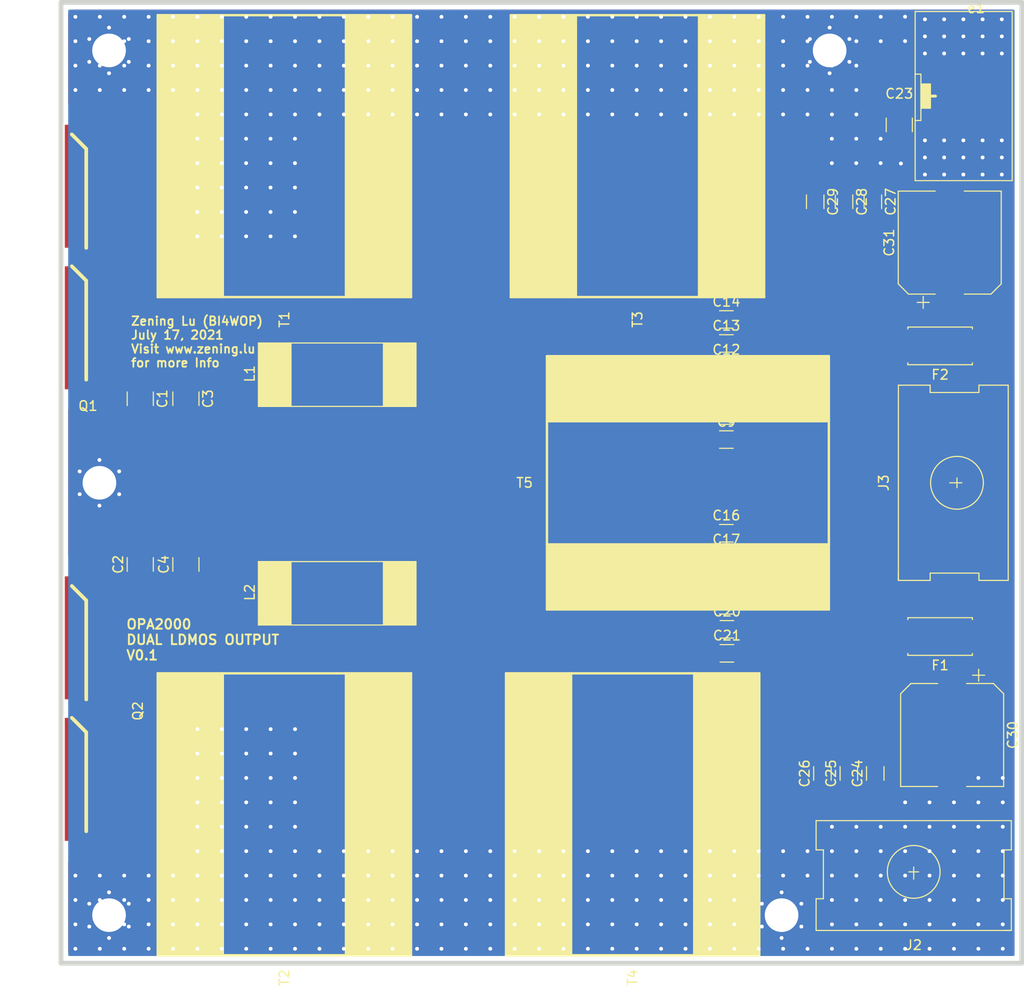
<source format=kicad_pcb>
(kicad_pcb (version 20171130) (host pcbnew "(5.1.10)-1")

  (general
    (thickness 1.6)
    (drawings 75)
    (tracks 427)
    (zones 0)
    (modules 44)
    (nets 12)
  )

  (page A4)
  (layers
    (0 F.Cu signal)
    (31 B.Cu signal hide)
    (32 B.Adhes user)
    (33 F.Adhes user)
    (34 B.Paste user)
    (35 F.Paste user)
    (36 B.SilkS user)
    (37 F.SilkS user)
    (38 B.Mask user)
    (39 F.Mask user)
    (40 Dwgs.User user)
    (41 Cmts.User user)
    (42 Eco1.User user)
    (43 Eco2.User user)
    (44 Edge.Cuts user)
    (45 Margin user)
    (46 B.CrtYd user)
    (47 F.CrtYd user)
    (48 B.Fab user)
    (49 F.Fab user)
  )

  (setup
    (last_trace_width 0.25)
    (trace_clearance 0.2)
    (zone_clearance 0.508)
    (zone_45_only no)
    (trace_min 0.2)
    (via_size 0.8)
    (via_drill 0.4)
    (via_min_size 0.4)
    (via_min_drill 0.3)
    (uvia_size 0.3)
    (uvia_drill 0.1)
    (uvias_allowed no)
    (uvia_min_size 0.2)
    (uvia_min_drill 0.1)
    (edge_width 0.5)
    (segment_width 0.2)
    (pcb_text_width 0.3)
    (pcb_text_size 1.5 1.5)
    (mod_edge_width 0.2)
    (mod_text_size 1 1)
    (mod_text_width 0.15)
    (pad_size 1.524 1.524)
    (pad_drill 0.762)
    (pad_to_mask_clearance 0.051)
    (solder_mask_min_width 0.25)
    (aux_axis_origin 0 0)
    (grid_origin 64.2 138.34)
    (visible_elements 7FFFFFFF)
    (pcbplotparams
      (layerselection 0x010fc_ffffffff)
      (usegerberextensions false)
      (usegerberattributes false)
      (usegerberadvancedattributes false)
      (creategerberjobfile false)
      (excludeedgelayer true)
      (linewidth 0.100000)
      (plotframeref false)
      (viasonmask false)
      (mode 1)
      (useauxorigin false)
      (hpglpennumber 1)
      (hpglpenspeed 20)
      (hpglpendiameter 15.000000)
      (psnegative false)
      (psa4output false)
      (plotreference true)
      (plotvalue true)
      (plotinvisibletext false)
      (padsonsilk false)
      (subtractmaskfromsilk false)
      (outputformat 1)
      (mirror false)
      (drillshape 1)
      (scaleselection 1)
      (outputdirectory ""))
  )

  (net 0 "")
  (net 1 GNDPWR)
  (net 2 VDD)
  (net 3 "Net-(C16-Pad2)")
  (net 4 "Net-(C16-Pad1)")
  (net 5 "Net-(C1-Pad1)")
  (net 6 "Net-(C2-Pad1)")
  (net 7 "Net-(C23-Pad1)")
  (net 8 "Net-(C24-Pad2)")
  (net 9 "Net-(C27-Pad2)")
  (net 10 "Net-(C10-Pad2)")
  (net 11 "Net-(C10-Pad1)")

  (net_class Default "This is the default net class."
    (clearance 0.2)
    (trace_width 0.25)
    (via_dia 0.8)
    (via_drill 0.4)
    (uvia_dia 0.3)
    (uvia_drill 0.1)
    (add_net GNDPWR)
    (add_net "Net-(C1-Pad1)")
    (add_net "Net-(C10-Pad1)")
    (add_net "Net-(C10-Pad2)")
    (add_net "Net-(C16-Pad1)")
    (add_net "Net-(C16-Pad2)")
    (add_net "Net-(C2-Pad1)")
    (add_net "Net-(C23-Pad1)")
    (add_net "Net-(C24-Pad2)")
    (add_net "Net-(C27-Pad2)")
    (add_net VDD)
  )

  (module MyPCBLib:RF_conn_pad_short (layer F.Cu) (tedit 5DF9F486) (tstamp 60ED74DA)
    (at 145 59.75)
    (path /5E02A994)
    (fp_text reference e1 (at 0.254 -9.144) (layer F.SilkS)
      (effects (font (size 1 1) (thickness 0.15)))
    )
    (fp_text value Conn_Coaxial (at 0 -0.5) (layer F.Fab)
      (effects (font (size 1 1) (thickness 0.15)))
    )
    (fp_line (start -6.1 -8.8) (end -6.1 -2.286) (layer F.SilkS) (width 0.12))
    (fp_line (start -6.1 -2.286) (end -5.5 -2.286) (layer F.SilkS) (width 0.12))
    (fp_line (start -5.5 -2.286) (end -5.5 2.5) (layer F.SilkS) (width 0.12))
    (fp_line (start -5.5 2.54) (end -6.1 2.54) (layer F.SilkS) (width 0.12))
    (fp_line (start -6.1 2.5) (end -6.1 8.8) (layer F.SilkS) (width 0.12))
    (fp_line (start -6.1 8.8) (end 4 8.8) (layer F.SilkS) (width 0.12))
    (fp_line (start 4 8.8) (end 4 -8.8) (layer F.SilkS) (width 0.12))
    (fp_line (start 4 -8.8) (end -6.1 -8.8) (layer F.SilkS) (width 0.12))
    (fp_line (start -5 0) (end -3.984 0) (layer F.SilkS) (width 0.3))
    (fp_poly (pts (xy -5.5 -1.27) (xy -4.5 -1.27) (xy -4.5 1.27) (xy -5.5 1.27)) (layer F.SilkS) (width 0.1))
    (fp_line (start -6.1 -2.326) (end -6.1 2.5) (layer F.SilkS) (width 0.12))
    (pad 2 thru_hole circle (at 0.92 -4.434) (size 0.8 0.8) (drill 0.4) (layers *.Cu *.Mask)
      (net 1 GNDPWR))
    (pad 2 thru_hole circle (at -1.08 -7.99) (size 0.8 0.8) (drill 0.4) (layers *.Cu *.Mask)
      (net 1 GNDPWR))
    (pad 2 thru_hole circle (at -5.08 -4.434) (size 0.8 0.8) (drill 0.4) (layers *.Cu *.Mask)
      (net 1 GNDPWR))
    (pad 2 thru_hole circle (at -5.08 -7.99) (size 0.8 0.8) (drill 0.4) (layers *.Cu *.Mask)
      (net 1 GNDPWR))
    (pad 2 thru_hole circle (at 2.92 -4.434) (size 0.8 0.8) (drill 0.4) (layers *.Cu *.Mask)
      (net 1 GNDPWR))
    (pad 2 thru_hole circle (at -3.08 -7.99) (size 0.8 0.8) (drill 0.4) (layers *.Cu *.Mask)
      (net 1 GNDPWR))
    (pad 2 thru_hole circle (at 2.92 -7.99) (size 0.8 0.8) (drill 0.4) (layers *.Cu *.Mask)
      (net 1 GNDPWR))
    (pad 2 thru_hole circle (at -5.08 -6.212) (size 0.8 0.8) (drill 0.4) (layers *.Cu *.Mask)
      (net 1 GNDPWR))
    (pad 2 thru_hole circle (at 0.92 -6.212) (size 0.8 0.8) (drill 0.4) (layers *.Cu *.Mask)
      (net 1 GNDPWR))
    (pad 2 thru_hole circle (at 2.92 -6.212) (size 0.8 0.8) (drill 0.4) (layers *.Cu *.Mask)
      (net 1 GNDPWR))
    (pad 2 thru_hole circle (at -1.08 -4.434) (size 0.8 0.8) (drill 0.4) (layers *.Cu *.Mask)
      (net 1 GNDPWR))
    (pad 2 thru_hole circle (at -1.08 -6.212) (size 0.8 0.8) (drill 0.4) (layers *.Cu *.Mask)
      (net 1 GNDPWR))
    (pad 2 thru_hole circle (at -3.08 -6.212) (size 0.8 0.8) (drill 0.4) (layers *.Cu *.Mask)
      (net 1 GNDPWR))
    (pad 2 connect rect (at -1 -6.3) (size 10 5) (layers F.Cu F.Mask)
      (net 1 GNDPWR))
    (pad 2 thru_hole circle (at -3.08 -4.434) (size 0.8 0.8) (drill 0.4) (layers *.Cu *.Mask)
      (net 1 GNDPWR))
    (pad 2 thru_hole circle (at 0.92 -7.99) (size 0.8 0.8) (drill 0.4) (layers *.Cu *.Mask)
      (net 1 GNDPWR))
    (pad 1 connect rect (at 0 0) (size 8 4) (layers F.Cu F.Mask)
      (net 7 "Net-(C23-Pad1)"))
    (pad 2 connect rect (at -1 6.3) (size 10 5) (layers F.Cu F.Mask)
      (net 1 GNDPWR))
    (pad 2 thru_hole circle (at -1.08 6.388) (size 0.8 0.8) (drill 0.4) (layers *.Cu *.Mask)
      (net 1 GNDPWR))
    (pad 2 thru_hole circle (at -3.08 8.166) (size 0.8 0.8) (drill 0.4) (layers *.Cu *.Mask)
      (net 1 GNDPWR))
    (pad 2 thru_hole circle (at -1.08 8.166) (size 0.8 0.8) (drill 0.4) (layers *.Cu *.Mask)
      (net 1 GNDPWR))
    (pad 2 thru_hole circle (at 0.92 4.61) (size 0.8 0.8) (drill 0.4) (layers *.Cu *.Mask)
      (net 1 GNDPWR))
    (pad 2 thru_hole circle (at -3.08 6.388) (size 0.8 0.8) (drill 0.4) (layers *.Cu *.Mask)
      (net 1 GNDPWR))
    (pad 2 thru_hole circle (at -5.08 6.388) (size 0.8 0.8) (drill 0.4) (layers *.Cu *.Mask)
      (net 1 GNDPWR))
    (pad 2 thru_hole circle (at 2.92 4.61) (size 0.8 0.8) (drill 0.4) (layers *.Cu *.Mask)
      (net 1 GNDPWR))
    (pad 2 thru_hole circle (at -3.08 4.61) (size 0.8 0.8) (drill 0.4) (layers *.Cu *.Mask)
      (net 1 GNDPWR))
    (pad 2 thru_hole circle (at -5.08 4.61) (size 0.8 0.8) (drill 0.4) (layers *.Cu *.Mask)
      (net 1 GNDPWR))
    (pad 2 thru_hole circle (at -5.08 8.166) (size 0.8 0.8) (drill 0.4) (layers *.Cu *.Mask)
      (net 1 GNDPWR))
    (pad 2 thru_hole circle (at 0.92 6.388) (size 0.8 0.8) (drill 0.4) (layers *.Cu *.Mask)
      (net 1 GNDPWR))
    (pad 2 thru_hole circle (at -1.08 4.61) (size 0.8 0.8) (drill 0.4) (layers *.Cu *.Mask)
      (net 1 GNDPWR))
    (pad 2 thru_hole circle (at 2.92 6.388) (size 0.8 0.8) (drill 0.4) (layers *.Cu *.Mask)
      (net 1 GNDPWR))
    (pad 2 thru_hole circle (at 2.92 8.166) (size 0.8 0.8) (drill 0.4) (layers *.Cu *.Mask)
      (net 1 GNDPWR))
    (pad 2 thru_hole circle (at 0.92 8.166) (size 0.8 0.8) (drill 0.4) (layers *.Cu *.Mask)
      (net 1 GNDPWR))
  )

  (module MyPCBLib:BLF188XR locked (layer F.Cu) (tedit 60ECB093) (tstamp 60E79FC7)
    (at 44 123.5 270)
    (path /60D7EE47)
    (fp_text reference Q2 (at 0.25 -14 90) (layer F.SilkS)
      (effects (font (size 1 1) (thickness 0.15)))
    )
    (fp_text value BLF188XR (at 0 -12.5 90) (layer F.Fab)
      (effects (font (size 1 1) (thickness 0.15)))
    )
    (fp_line (start -0.949 -8.627) (end -11.259 -8.627) (layer F.SilkS) (width 0.381))
    (fp_line (start -11.259 -8.627) (end -12.759 -7.127) (layer F.SilkS) (width 0.381))
    (fp_line (start 12.771 -8.627) (end 2.461 -8.627) (layer F.SilkS) (width 0.381))
    (fp_line (start 2.461 -8.627) (end 0.961 -7.127) (layer F.SilkS) (width 0.381))
    (pad 2 smd rect (at 7.366 -9.144 270) (size 12.8 5.5) (layers F.Cu F.Paste F.Mask)
      (net 6 "Net-(C2-Pad1)"))
    (pad 1 smd rect (at -7.366 -9.144 270) (size 12.8 5.5) (layers F.Cu F.Paste F.Mask)
      (net 6 "Net-(C2-Pad1)"))
  )

  (module MyPCBLib:M3_Screwhole (layer F.Cu) (tedit 5CC92DA1) (tstamp 60ECED21)
    (at 125 145)
    (path /5DF5FF23)
    (fp_text reference SC4 (at 0 0.5) (layer F.SilkS) hide
      (effects (font (size 1 1) (thickness 0.15)))
    )
    (fp_text value GND (at 0 -0.5) (layer F.Fab) hide
      (effects (font (size 1 1) (thickness 0.15)))
    )
    (pad 1 thru_hole circle (at 2.05681 -1.1875 300) (size 0.8 0.8) (drill 0.4) (layers *.Cu *.Mask)
      (net 1 GNDPWR))
    (pad 1 thru_hole circle (at 2.05681 1.1875 240) (size 0.8 0.8) (drill 0.4) (layers *.Cu *.Mask)
      (net 1 GNDPWR))
    (pad 1 thru_hole circle (at 0 2.375 180) (size 0.8 0.8) (drill 0.4) (layers *.Cu *.Mask)
      (net 1 GNDPWR))
    (pad 1 thru_hole circle (at -2.05681 1.1875 120) (size 0.8 0.8) (drill 0.4) (layers *.Cu *.Mask)
      (net 1 GNDPWR))
    (pad 1 thru_hole circle (at -2.05681 -1.1875 60) (size 0.8 0.8) (drill 0.4) (layers *.Cu *.Mask)
      (net 1 GNDPWR))
    (pad 1 thru_hole circle (at 0 -2.375) (size 0.8 0.8) (drill 0.4) (layers *.Cu *.Mask)
      (net 1 GNDPWR))
    (pad 1 thru_hole circle (at 0 0) (size 6 6) (drill 3.5) (layers *.Cu *.Mask)
      (net 1 GNDPWR))
  )

  (module MyPCBLib:M3_Screwhole (layer F.Cu) (tedit 5CC92DA1) (tstamp 60ECED02)
    (at 130 55)
    (path /5DF5F049)
    (fp_text reference SC2 (at 0 0.5) (layer F.SilkS) hide
      (effects (font (size 1 1) (thickness 0.15)))
    )
    (fp_text value GND (at 0 -0.5) (layer F.Fab) hide
      (effects (font (size 1 1) (thickness 0.15)))
    )
    (pad 1 thru_hole circle (at 2.05681 -1.1875 300) (size 0.8 0.8) (drill 0.4) (layers *.Cu *.Mask)
      (net 1 GNDPWR))
    (pad 1 thru_hole circle (at 2.05681 1.1875 240) (size 0.8 0.8) (drill 0.4) (layers *.Cu *.Mask)
      (net 1 GNDPWR))
    (pad 1 thru_hole circle (at 0 2.375 180) (size 0.8 0.8) (drill 0.4) (layers *.Cu *.Mask)
      (net 1 GNDPWR))
    (pad 1 thru_hole circle (at -2.05681 1.1875 120) (size 0.8 0.8) (drill 0.4) (layers *.Cu *.Mask)
      (net 1 GNDPWR))
    (pad 1 thru_hole circle (at -2.05681 -1.1875 60) (size 0.8 0.8) (drill 0.4) (layers *.Cu *.Mask)
      (net 1 GNDPWR))
    (pad 1 thru_hole circle (at 0 -2.375) (size 0.8 0.8) (drill 0.4) (layers *.Cu *.Mask)
      (net 1 GNDPWR))
    (pad 1 thru_hole circle (at 0 0) (size 6 6) (drill 3.5) (layers *.Cu *.Mask)
      (net 1 GNDPWR))
  )

  (module Capacitor_SMD:CP_Elec_10x10.5 (layer F.Cu) (tedit 5BCA39D1) (tstamp 60E7F4A4)
    (at 142.5 75 90)
    (descr "SMD capacitor, aluminum electrolytic, Vishay 1010, 10.0x10.5mm, http://www.vishay.com/docs/28395/150crz.pdf")
    (tags "capacitor electrolytic")
    (path /5DF4FEFD)
    (attr smd)
    (fp_text reference C31 (at 0 -6.3 90) (layer F.SilkS)
      (effects (font (size 1 1) (thickness 0.15)))
    )
    (fp_text value "220uF 100V" (at 0 6.3 90) (layer F.Fab)
      (effects (font (size 1 1) (thickness 0.15)))
    )
    (fp_circle (center 0 0) (end 5 0) (layer F.Fab) (width 0.1))
    (fp_line (start 5.25 -5.25) (end 5.25 5.25) (layer F.Fab) (width 0.1))
    (fp_line (start -4.25 -5.25) (end 5.25 -5.25) (layer F.Fab) (width 0.1))
    (fp_line (start -4.25 5.25) (end 5.25 5.25) (layer F.Fab) (width 0.1))
    (fp_line (start -5.25 -4.25) (end -5.25 4.25) (layer F.Fab) (width 0.1))
    (fp_line (start -5.25 -4.25) (end -4.25 -5.25) (layer F.Fab) (width 0.1))
    (fp_line (start -5.25 4.25) (end -4.25 5.25) (layer F.Fab) (width 0.1))
    (fp_line (start -4.558325 -1.7) (end -3.558325 -1.7) (layer F.Fab) (width 0.1))
    (fp_line (start -4.058325 -2.2) (end -4.058325 -1.2) (layer F.Fab) (width 0.1))
    (fp_line (start 5.36 5.36) (end 5.36 1.51) (layer F.SilkS) (width 0.12))
    (fp_line (start 5.36 -5.36) (end 5.36 -1.51) (layer F.SilkS) (width 0.12))
    (fp_line (start -4.295563 -5.36) (end 5.36 -5.36) (layer F.SilkS) (width 0.12))
    (fp_line (start -4.295563 5.36) (end 5.36 5.36) (layer F.SilkS) (width 0.12))
    (fp_line (start -5.36 4.295563) (end -5.36 1.51) (layer F.SilkS) (width 0.12))
    (fp_line (start -5.36 -4.295563) (end -5.36 -1.51) (layer F.SilkS) (width 0.12))
    (fp_line (start -5.36 -4.295563) (end -4.295563 -5.36) (layer F.SilkS) (width 0.12))
    (fp_line (start -5.36 4.295563) (end -4.295563 5.36) (layer F.SilkS) (width 0.12))
    (fp_line (start -6.85 -2.76) (end -5.6 -2.76) (layer F.SilkS) (width 0.12))
    (fp_line (start -6.225 -3.385) (end -6.225 -2.135) (layer F.SilkS) (width 0.12))
    (fp_line (start 5.5 -5.5) (end 5.5 -1.5) (layer F.CrtYd) (width 0.05))
    (fp_line (start 5.5 -1.5) (end 6.65 -1.5) (layer F.CrtYd) (width 0.05))
    (fp_line (start 6.65 -1.5) (end 6.65 1.5) (layer F.CrtYd) (width 0.05))
    (fp_line (start 6.65 1.5) (end 5.5 1.5) (layer F.CrtYd) (width 0.05))
    (fp_line (start 5.5 1.5) (end 5.5 5.5) (layer F.CrtYd) (width 0.05))
    (fp_line (start -4.35 5.5) (end 5.5 5.5) (layer F.CrtYd) (width 0.05))
    (fp_line (start -4.35 -5.5) (end 5.5 -5.5) (layer F.CrtYd) (width 0.05))
    (fp_line (start -5.5 4.35) (end -4.35 5.5) (layer F.CrtYd) (width 0.05))
    (fp_line (start -5.5 -4.35) (end -4.35 -5.5) (layer F.CrtYd) (width 0.05))
    (fp_line (start -5.5 -4.35) (end -5.5 -1.5) (layer F.CrtYd) (width 0.05))
    (fp_line (start -5.5 1.5) (end -5.5 4.35) (layer F.CrtYd) (width 0.05))
    (fp_line (start -5.5 -1.5) (end -6.65 -1.5) (layer F.CrtYd) (width 0.05))
    (fp_line (start -6.65 -1.5) (end -6.65 1.5) (layer F.CrtYd) (width 0.05))
    (fp_line (start -6.65 1.5) (end -5.5 1.5) (layer F.CrtYd) (width 0.05))
    (fp_text user %R (at 0 0 90) (layer F.Fab)
      (effects (font (size 1 1) (thickness 0.15)))
    )
    (pad 2 smd roundrect (at 4.2 0 90) (size 4.4 2.5) (layers F.Cu F.Paste F.Mask) (roundrect_rratio 0.1)
      (net 1 GNDPWR))
    (pad 1 smd roundrect (at -4.2 0 90) (size 4.4 2.5) (layers F.Cu F.Paste F.Mask) (roundrect_rratio 0.1)
      (net 2 VDD))
    (model ${KISYS3DMOD}/Capacitor_SMD.3dshapes/CP_Elec_10x10.5.wrl
      (at (xyz 0 0 0))
      (scale (xyz 1 1 1))
      (rotate (xyz 0 0 0))
    )
  )

  (module Capacitor_SMD:CP_Elec_10x10.5 (layer F.Cu) (tedit 5BCA39D1) (tstamp 60ECB17D)
    (at 142.75 126.25 270)
    (descr "SMD capacitor, aluminum electrolytic, Vishay 1010, 10.0x10.5mm, http://www.vishay.com/docs/28395/150crz.pdf")
    (tags "capacitor electrolytic")
    (path /5DF0B66B)
    (attr smd)
    (fp_text reference C30 (at 0 -6.3 90) (layer F.SilkS)
      (effects (font (size 1 1) (thickness 0.15)))
    )
    (fp_text value "220uF 100V" (at 0 6.3 90) (layer F.Fab)
      (effects (font (size 1 1) (thickness 0.15)))
    )
    (fp_circle (center 0 0) (end 5 0) (layer F.Fab) (width 0.1))
    (fp_line (start 5.25 -5.25) (end 5.25 5.25) (layer F.Fab) (width 0.1))
    (fp_line (start -4.25 -5.25) (end 5.25 -5.25) (layer F.Fab) (width 0.1))
    (fp_line (start -4.25 5.25) (end 5.25 5.25) (layer F.Fab) (width 0.1))
    (fp_line (start -5.25 -4.25) (end -5.25 4.25) (layer F.Fab) (width 0.1))
    (fp_line (start -5.25 -4.25) (end -4.25 -5.25) (layer F.Fab) (width 0.1))
    (fp_line (start -5.25 4.25) (end -4.25 5.25) (layer F.Fab) (width 0.1))
    (fp_line (start -4.558325 -1.7) (end -3.558325 -1.7) (layer F.Fab) (width 0.1))
    (fp_line (start -4.058325 -2.2) (end -4.058325 -1.2) (layer F.Fab) (width 0.1))
    (fp_line (start 5.36 5.36) (end 5.36 1.51) (layer F.SilkS) (width 0.12))
    (fp_line (start 5.36 -5.36) (end 5.36 -1.51) (layer F.SilkS) (width 0.12))
    (fp_line (start -4.295563 -5.36) (end 5.36 -5.36) (layer F.SilkS) (width 0.12))
    (fp_line (start -4.295563 5.36) (end 5.36 5.36) (layer F.SilkS) (width 0.12))
    (fp_line (start -5.36 4.295563) (end -5.36 1.51) (layer F.SilkS) (width 0.12))
    (fp_line (start -5.36 -4.295563) (end -5.36 -1.51) (layer F.SilkS) (width 0.12))
    (fp_line (start -5.36 -4.295563) (end -4.295563 -5.36) (layer F.SilkS) (width 0.12))
    (fp_line (start -5.36 4.295563) (end -4.295563 5.36) (layer F.SilkS) (width 0.12))
    (fp_line (start -6.85 -2.76) (end -5.6 -2.76) (layer F.SilkS) (width 0.12))
    (fp_line (start -6.225 -3.385) (end -6.225 -2.135) (layer F.SilkS) (width 0.12))
    (fp_line (start 5.5 -5.5) (end 5.5 -1.5) (layer F.CrtYd) (width 0.05))
    (fp_line (start 5.5 -1.5) (end 6.65 -1.5) (layer F.CrtYd) (width 0.05))
    (fp_line (start 6.65 -1.5) (end 6.65 1.5) (layer F.CrtYd) (width 0.05))
    (fp_line (start 6.65 1.5) (end 5.5 1.5) (layer F.CrtYd) (width 0.05))
    (fp_line (start 5.5 1.5) (end 5.5 5.5) (layer F.CrtYd) (width 0.05))
    (fp_line (start -4.35 5.5) (end 5.5 5.5) (layer F.CrtYd) (width 0.05))
    (fp_line (start -4.35 -5.5) (end 5.5 -5.5) (layer F.CrtYd) (width 0.05))
    (fp_line (start -5.5 4.35) (end -4.35 5.5) (layer F.CrtYd) (width 0.05))
    (fp_line (start -5.5 -4.35) (end -4.35 -5.5) (layer F.CrtYd) (width 0.05))
    (fp_line (start -5.5 -4.35) (end -5.5 -1.5) (layer F.CrtYd) (width 0.05))
    (fp_line (start -5.5 1.5) (end -5.5 4.35) (layer F.CrtYd) (width 0.05))
    (fp_line (start -5.5 -1.5) (end -6.65 -1.5) (layer F.CrtYd) (width 0.05))
    (fp_line (start -6.65 -1.5) (end -6.65 1.5) (layer F.CrtYd) (width 0.05))
    (fp_line (start -6.65 1.5) (end -5.5 1.5) (layer F.CrtYd) (width 0.05))
    (fp_text user %R (at 0 0 90) (layer F.Fab)
      (effects (font (size 1 1) (thickness 0.15)))
    )
    (pad 2 smd roundrect (at 4.2 0 270) (size 4.4 2.5) (layers F.Cu F.Paste F.Mask) (roundrect_rratio 0.1)
      (net 1 GNDPWR))
    (pad 1 smd roundrect (at -4.2 0 270) (size 4.4 2.5) (layers F.Cu F.Paste F.Mask) (roundrect_rratio 0.1)
      (net 2 VDD))
    (model ${KISYS3DMOD}/Capacitor_SMD.3dshapes/CP_Elec_10x10.5.wrl
      (at (xyz 0 0 0))
      (scale (xyz 1 1 1))
      (rotate (xyz 0 0 0))
    )
  )

  (module MyPCBLib:PCB-10B-M4 (layer F.Cu) (tedit 5DEBDF7C) (tstamp 60E7BD2F)
    (at 143 100 90)
    (path /5DF46B2F)
    (fp_text reference J3 (at 0 -7.366 90) (layer F.SilkS)
      (effects (font (size 1 1) (thickness 0.15)))
    )
    (fp_text value "VDD in" (at 0 -0.5 90) (layer F.Fab)
      (effects (font (size 1 1) (thickness 0.15)))
    )
    (fp_circle (center 0 0.254) (end -2.286 -1.27) (layer F.SilkS) (width 0.12))
    (fp_line (start -9.398 -5.842) (end -10.16 -5.842) (layer F.SilkS) (width 0.12))
    (fp_line (start -10.16 -5.842) (end -10.16 -2.54) (layer F.SilkS) (width 0.12))
    (fp_line (start -10.16 -2.54) (end -9.398 -2.54) (layer F.SilkS) (width 0.12))
    (fp_line (start -9.398 -2.54) (end -9.398 2.54) (layer F.SilkS) (width 0.12))
    (fp_line (start -9.398 2.54) (end -10.16 2.54) (layer F.SilkS) (width 0.12))
    (fp_line (start -10.16 2.54) (end -10.16 5.588) (layer F.SilkS) (width 0.12))
    (fp_line (start -10.16 5.588) (end 10.16 5.588) (layer F.SilkS) (width 0.12))
    (fp_line (start 10.16 5.588) (end 10.16 2.54) (layer F.SilkS) (width 0.12))
    (fp_line (start 10.16 2.54) (end 9.398 2.54) (layer F.SilkS) (width 0.12))
    (fp_line (start 9.398 2.54) (end 9.398 -2.54) (layer F.SilkS) (width 0.12))
    (fp_line (start 9.398 -2.54) (end 10.16 -2.54) (layer F.SilkS) (width 0.12))
    (fp_line (start 10.16 -2.54) (end 10.16 -5.842) (layer F.SilkS) (width 0.12))
    (fp_line (start 10.16 -5.842) (end -10.16 -5.842) (layer F.SilkS) (width 0.12))
    (fp_line (start -0.508 0.254) (end 0.508 0.254) (layer F.SilkS) (width 0.12))
    (fp_line (start 0 -0.508) (end 0 0.762) (layer F.SilkS) (width 0.12))
    (pad 1 connect rect (at 5 0 90) (size 8 11) (layers F.Cu F.Mask)
      (net 2 VDD))
    (pad 1 connect rect (at -5 0 90) (size 8 11) (layers F.Cu F.Mask)
      (net 2 VDD))
  )

  (module MyPCBLib:PCB-10B-M4 (layer F.Cu) (tedit 5DEBDF7C) (tstamp 60ECEF00)
    (at 138.75 140.75 180)
    (path /5DFE471D)
    (fp_text reference J2 (at 0 -7.366) (layer F.SilkS)
      (effects (font (size 1 1) (thickness 0.15)))
    )
    (fp_text value GND (at 0 -0.5) (layer F.Fab)
      (effects (font (size 1 1) (thickness 0.15)))
    )
    (fp_circle (center 0 0.254) (end -2.286 -1.27) (layer F.SilkS) (width 0.12))
    (fp_line (start -9.398 -5.842) (end -10.16 -5.842) (layer F.SilkS) (width 0.12))
    (fp_line (start -10.16 -5.842) (end -10.16 -2.54) (layer F.SilkS) (width 0.12))
    (fp_line (start -10.16 -2.54) (end -9.398 -2.54) (layer F.SilkS) (width 0.12))
    (fp_line (start -9.398 -2.54) (end -9.398 2.54) (layer F.SilkS) (width 0.12))
    (fp_line (start -9.398 2.54) (end -10.16 2.54) (layer F.SilkS) (width 0.12))
    (fp_line (start -10.16 2.54) (end -10.16 5.588) (layer F.SilkS) (width 0.12))
    (fp_line (start -10.16 5.588) (end 10.16 5.588) (layer F.SilkS) (width 0.12))
    (fp_line (start 10.16 5.588) (end 10.16 2.54) (layer F.SilkS) (width 0.12))
    (fp_line (start 10.16 2.54) (end 9.398 2.54) (layer F.SilkS) (width 0.12))
    (fp_line (start 9.398 2.54) (end 9.398 -2.54) (layer F.SilkS) (width 0.12))
    (fp_line (start 9.398 -2.54) (end 10.16 -2.54) (layer F.SilkS) (width 0.12))
    (fp_line (start 10.16 -2.54) (end 10.16 -5.842) (layer F.SilkS) (width 0.12))
    (fp_line (start 10.16 -5.842) (end -10.16 -5.842) (layer F.SilkS) (width 0.12))
    (fp_line (start -0.508 0.254) (end 0.508 0.254) (layer F.SilkS) (width 0.12))
    (fp_line (start 0 -0.508) (end 0 0.762) (layer F.SilkS) (width 0.12))
    (pad 1 connect rect (at 5 0 180) (size 8 11) (layers F.Cu F.Mask)
      (net 1 GNDPWR))
    (pad 1 connect rect (at -5 0 180) (size 8 11) (layers F.Cu F.Mask)
      (net 1 GNDPWR))
  )

  (module Capacitor_SMD:C_1206_3216Metric_Pad1.33x1.80mm_HandSolder (layer F.Cu) (tedit 5F68FEEF) (tstamp 60ECB7D9)
    (at 131.5 70.75 270)
    (descr "Capacitor SMD 1206 (3216 Metric), square (rectangular) end terminal, IPC_7351 nominal with elongated pad for handsoldering. (Body size source: IPC-SM-782 page 76, https://www.pcb-3d.com/wordpress/wp-content/uploads/ipc-sm-782a_amendment_1_and_2.pdf), generated with kicad-footprint-generator")
    (tags "capacitor handsolder")
    (path /5DF15223)
    (attr smd)
    (fp_text reference C28 (at 0 -1.85 90) (layer F.SilkS)
      (effects (font (size 1 1) (thickness 0.15)))
    )
    (fp_text value 103 (at 0 1.85 90) (layer F.Fab)
      (effects (font (size 1 1) (thickness 0.15)))
    )
    (fp_line (start -1.6 0.8) (end -1.6 -0.8) (layer F.Fab) (width 0.1))
    (fp_line (start -1.6 -0.8) (end 1.6 -0.8) (layer F.Fab) (width 0.1))
    (fp_line (start 1.6 -0.8) (end 1.6 0.8) (layer F.Fab) (width 0.1))
    (fp_line (start 1.6 0.8) (end -1.6 0.8) (layer F.Fab) (width 0.1))
    (fp_line (start -0.711252 -0.91) (end 0.711252 -0.91) (layer F.SilkS) (width 0.12))
    (fp_line (start -0.711252 0.91) (end 0.711252 0.91) (layer F.SilkS) (width 0.12))
    (fp_line (start -2.48 1.15) (end -2.48 -1.15) (layer F.CrtYd) (width 0.05))
    (fp_line (start -2.48 -1.15) (end 2.48 -1.15) (layer F.CrtYd) (width 0.05))
    (fp_line (start 2.48 -1.15) (end 2.48 1.15) (layer F.CrtYd) (width 0.05))
    (fp_line (start 2.48 1.15) (end -2.48 1.15) (layer F.CrtYd) (width 0.05))
    (fp_text user %R (at 0 0 90) (layer F.Fab)
      (effects (font (size 0.8 0.8) (thickness 0.12)))
    )
    (pad 2 smd roundrect (at 1.5625 0 270) (size 1.325 1.8) (layers F.Cu F.Paste F.Mask) (roundrect_rratio 0.188679)
      (net 9 "Net-(C27-Pad2)"))
    (pad 1 smd roundrect (at -1.5625 0 270) (size 1.325 1.8) (layers F.Cu F.Paste F.Mask) (roundrect_rratio 0.188679)
      (net 1 GNDPWR))
    (model ${KISYS3DMOD}/Capacitor_SMD.3dshapes/C_1206_3216Metric.wrl
      (at (xyz 0 0 0))
      (scale (xyz 1 1 1))
      (rotate (xyz 0 0 0))
    )
  )

  (module Capacitor_SMD:C_1206_3216Metric_Pad1.33x1.80mm_HandSolder (layer F.Cu) (tedit 5F68FEEF) (tstamp 60ECB7A9)
    (at 134.5 70.75 270)
    (descr "Capacitor SMD 1206 (3216 Metric), square (rectangular) end terminal, IPC_7351 nominal with elongated pad for handsoldering. (Body size source: IPC-SM-782 page 76, https://www.pcb-3d.com/wordpress/wp-content/uploads/ipc-sm-782a_amendment_1_and_2.pdf), generated with kicad-footprint-generator")
    (tags "capacitor handsolder")
    (path /5DF1521D)
    (attr smd)
    (fp_text reference C27 (at 0 -1.85 90) (layer F.SilkS)
      (effects (font (size 1 1) (thickness 0.15)))
    )
    (fp_text value 103 (at 0 1.85 90) (layer F.Fab)
      (effects (font (size 1 1) (thickness 0.15)))
    )
    (fp_line (start -1.6 0.8) (end -1.6 -0.8) (layer F.Fab) (width 0.1))
    (fp_line (start -1.6 -0.8) (end 1.6 -0.8) (layer F.Fab) (width 0.1))
    (fp_line (start 1.6 -0.8) (end 1.6 0.8) (layer F.Fab) (width 0.1))
    (fp_line (start 1.6 0.8) (end -1.6 0.8) (layer F.Fab) (width 0.1))
    (fp_line (start -0.711252 -0.91) (end 0.711252 -0.91) (layer F.SilkS) (width 0.12))
    (fp_line (start -0.711252 0.91) (end 0.711252 0.91) (layer F.SilkS) (width 0.12))
    (fp_line (start -2.48 1.15) (end -2.48 -1.15) (layer F.CrtYd) (width 0.05))
    (fp_line (start -2.48 -1.15) (end 2.48 -1.15) (layer F.CrtYd) (width 0.05))
    (fp_line (start 2.48 -1.15) (end 2.48 1.15) (layer F.CrtYd) (width 0.05))
    (fp_line (start 2.48 1.15) (end -2.48 1.15) (layer F.CrtYd) (width 0.05))
    (fp_text user %R (at 0 0 90) (layer F.Fab)
      (effects (font (size 0.8 0.8) (thickness 0.12)))
    )
    (pad 2 smd roundrect (at 1.5625 0 270) (size 1.325 1.8) (layers F.Cu F.Paste F.Mask) (roundrect_rratio 0.188679)
      (net 9 "Net-(C27-Pad2)"))
    (pad 1 smd roundrect (at -1.5625 0 270) (size 1.325 1.8) (layers F.Cu F.Paste F.Mask) (roundrect_rratio 0.188679)
      (net 1 GNDPWR))
    (model ${KISYS3DMOD}/Capacitor_SMD.3dshapes/C_1206_3216Metric.wrl
      (at (xyz 0 0 0))
      (scale (xyz 1 1 1))
      (rotate (xyz 0 0 0))
    )
  )

  (module Capacitor_SMD:C_1206_3216Metric_Pad1.33x1.80mm_HandSolder (layer F.Cu) (tedit 5F68FEEF) (tstamp 60ECB66B)
    (at 132 130.25 90)
    (descr "Capacitor SMD 1206 (3216 Metric), square (rectangular) end terminal, IPC_7351 nominal with elongated pad for handsoldering. (Body size source: IPC-SM-782 page 76, https://www.pcb-3d.com/wordpress/wp-content/uploads/ipc-sm-782a_amendment_1_and_2.pdf), generated with kicad-footprint-generator")
    (tags "capacitor handsolder")
    (path /5DEFEF25)
    (attr smd)
    (fp_text reference C25 (at 0 -1.85 90) (layer F.SilkS)
      (effects (font (size 1 1) (thickness 0.15)))
    )
    (fp_text value 103 (at 0 1.85 90) (layer F.Fab)
      (effects (font (size 1 1) (thickness 0.15)))
    )
    (fp_line (start -1.6 0.8) (end -1.6 -0.8) (layer F.Fab) (width 0.1))
    (fp_line (start -1.6 -0.8) (end 1.6 -0.8) (layer F.Fab) (width 0.1))
    (fp_line (start 1.6 -0.8) (end 1.6 0.8) (layer F.Fab) (width 0.1))
    (fp_line (start 1.6 0.8) (end -1.6 0.8) (layer F.Fab) (width 0.1))
    (fp_line (start -0.711252 -0.91) (end 0.711252 -0.91) (layer F.SilkS) (width 0.12))
    (fp_line (start -0.711252 0.91) (end 0.711252 0.91) (layer F.SilkS) (width 0.12))
    (fp_line (start -2.48 1.15) (end -2.48 -1.15) (layer F.CrtYd) (width 0.05))
    (fp_line (start -2.48 -1.15) (end 2.48 -1.15) (layer F.CrtYd) (width 0.05))
    (fp_line (start 2.48 -1.15) (end 2.48 1.15) (layer F.CrtYd) (width 0.05))
    (fp_line (start 2.48 1.15) (end -2.48 1.15) (layer F.CrtYd) (width 0.05))
    (fp_text user %R (at 0 0 90) (layer F.Fab)
      (effects (font (size 0.8 0.8) (thickness 0.12)))
    )
    (pad 2 smd roundrect (at 1.5625 0 90) (size 1.325 1.8) (layers F.Cu F.Paste F.Mask) (roundrect_rratio 0.188679)
      (net 8 "Net-(C24-Pad2)"))
    (pad 1 smd roundrect (at -1.5625 0 90) (size 1.325 1.8) (layers F.Cu F.Paste F.Mask) (roundrect_rratio 0.188679)
      (net 1 GNDPWR))
    (model ${KISYS3DMOD}/Capacitor_SMD.3dshapes/C_1206_3216Metric.wrl
      (at (xyz 0 0 0))
      (scale (xyz 1 1 1))
      (rotate (xyz 0 0 0))
    )
  )

  (module Capacitor_SMD:C_1206_3216Metric_Pad1.33x1.80mm_HandSolder (layer F.Cu) (tedit 5F68FEEF) (tstamp 60ECB63B)
    (at 134.75 130.25 90)
    (descr "Capacitor SMD 1206 (3216 Metric), square (rectangular) end terminal, IPC_7351 nominal with elongated pad for handsoldering. (Body size source: IPC-SM-782 page 76, https://www.pcb-3d.com/wordpress/wp-content/uploads/ipc-sm-782a_amendment_1_and_2.pdf), generated with kicad-footprint-generator")
    (tags "capacitor handsolder")
    (path /5DEFE11D)
    (attr smd)
    (fp_text reference C24 (at 0 -1.85 90) (layer F.SilkS)
      (effects (font (size 1 1) (thickness 0.15)))
    )
    (fp_text value 103 (at 0 1.85 90) (layer F.Fab)
      (effects (font (size 1 1) (thickness 0.15)))
    )
    (fp_line (start -1.6 0.8) (end -1.6 -0.8) (layer F.Fab) (width 0.1))
    (fp_line (start -1.6 -0.8) (end 1.6 -0.8) (layer F.Fab) (width 0.1))
    (fp_line (start 1.6 -0.8) (end 1.6 0.8) (layer F.Fab) (width 0.1))
    (fp_line (start 1.6 0.8) (end -1.6 0.8) (layer F.Fab) (width 0.1))
    (fp_line (start -0.711252 -0.91) (end 0.711252 -0.91) (layer F.SilkS) (width 0.12))
    (fp_line (start -0.711252 0.91) (end 0.711252 0.91) (layer F.SilkS) (width 0.12))
    (fp_line (start -2.48 1.15) (end -2.48 -1.15) (layer F.CrtYd) (width 0.05))
    (fp_line (start -2.48 -1.15) (end 2.48 -1.15) (layer F.CrtYd) (width 0.05))
    (fp_line (start 2.48 -1.15) (end 2.48 1.15) (layer F.CrtYd) (width 0.05))
    (fp_line (start 2.48 1.15) (end -2.48 1.15) (layer F.CrtYd) (width 0.05))
    (fp_text user %R (at 0 0 90) (layer F.Fab)
      (effects (font (size 0.8 0.8) (thickness 0.12)))
    )
    (pad 2 smd roundrect (at 1.5625 0 90) (size 1.325 1.8) (layers F.Cu F.Paste F.Mask) (roundrect_rratio 0.188679)
      (net 8 "Net-(C24-Pad2)"))
    (pad 1 smd roundrect (at -1.5625 0 90) (size 1.325 1.8) (layers F.Cu F.Paste F.Mask) (roundrect_rratio 0.188679)
      (net 1 GNDPWR))
    (model ${KISYS3DMOD}/Capacitor_SMD.3dshapes/C_1206_3216Metric.wrl
      (at (xyz 0 0 0))
      (scale (xyz 1 1 1))
      (rotate (xyz 0 0 0))
    )
  )

  (module Capacitor_SMD:C_1210_3225Metric_Pad1.33x2.70mm_HandSolder (layer F.Cu) (tedit 5F68FEEF) (tstamp 60E7BBF9)
    (at 137.25 62.75 270)
    (descr "Capacitor SMD 1210 (3225 Metric), square (rectangular) end terminal, IPC_7351 nominal with elongated pad for handsoldering. (Body size source: IPC-SM-782 page 76, https://www.pcb-3d.com/wordpress/wp-content/uploads/ipc-sm-782a_amendment_1_and_2.pdf), generated with kicad-footprint-generator")
    (tags "capacitor handsolder")
    (path /5E0392AB)
    (attr smd)
    (fp_text reference C23 (at -3.25 0 180) (layer F.SilkS)
      (effects (font (size 1 1) (thickness 0.15)))
    )
    (fp_text value 30pF (at 0 2.3 90) (layer F.Fab)
      (effects (font (size 1 1) (thickness 0.15)))
    )
    (fp_line (start -1.6 1.25) (end -1.6 -1.25) (layer F.Fab) (width 0.1))
    (fp_line (start -1.6 -1.25) (end 1.6 -1.25) (layer F.Fab) (width 0.1))
    (fp_line (start 1.6 -1.25) (end 1.6 1.25) (layer F.Fab) (width 0.1))
    (fp_line (start 1.6 1.25) (end -1.6 1.25) (layer F.Fab) (width 0.1))
    (fp_line (start -0.711252 -1.36) (end 0.711252 -1.36) (layer F.SilkS) (width 0.12))
    (fp_line (start -0.711252 1.36) (end 0.711252 1.36) (layer F.SilkS) (width 0.12))
    (fp_line (start -2.48 1.6) (end -2.48 -1.6) (layer F.CrtYd) (width 0.05))
    (fp_line (start -2.48 -1.6) (end 2.48 -1.6) (layer F.CrtYd) (width 0.05))
    (fp_line (start 2.48 -1.6) (end 2.48 1.6) (layer F.CrtYd) (width 0.05))
    (fp_line (start 2.48 1.6) (end -2.48 1.6) (layer F.CrtYd) (width 0.05))
    (fp_text user %R (at 0 0 90) (layer F.Fab)
      (effects (font (size 0.8 0.8) (thickness 0.12)))
    )
    (pad 2 smd roundrect (at 1.5625 0 270) (size 1.325 2.7) (layers F.Cu F.Paste F.Mask) (roundrect_rratio 0.188679)
      (net 1 GNDPWR))
    (pad 1 smd roundrect (at -1.5625 0 270) (size 1.325 2.7) (layers F.Cu F.Paste F.Mask) (roundrect_rratio 0.188679)
      (net 7 "Net-(C23-Pad1)"))
    (model ${KISYS3DMOD}/Capacitor_SMD.3dshapes/C_1210_3225Metric.wrl
      (at (xyz 0 0 0))
      (scale (xyz 1 1 1))
      (rotate (xyz 0 0 0))
    )
  )

  (module Capacitor_SMD:C_1210_3225Metric_Pad1.33x2.70mm_HandSolder (layer F.Cu) (tedit 5F68FEEF) (tstamp 60E92D6B)
    (at 63 108.5 90)
    (descr "Capacitor SMD 1210 (3225 Metric), square (rectangular) end terminal, IPC_7351 nominal with elongated pad for handsoldering. (Body size source: IPC-SM-782 page 76, https://www.pcb-3d.com/wordpress/wp-content/uploads/ipc-sm-782a_amendment_1_and_2.pdf), generated with kicad-footprint-generator")
    (tags "capacitor handsolder")
    (path /5DF31524)
    (attr smd)
    (fp_text reference C4 (at 0 -2.3 90) (layer F.SilkS)
      (effects (font (size 1 1) (thickness 0.15)))
    )
    (fp_text value 120pF (at 0 2.3 90) (layer F.Fab)
      (effects (font (size 1 1) (thickness 0.15)))
    )
    (fp_line (start -1.6 1.25) (end -1.6 -1.25) (layer F.Fab) (width 0.1))
    (fp_line (start -1.6 -1.25) (end 1.6 -1.25) (layer F.Fab) (width 0.1))
    (fp_line (start 1.6 -1.25) (end 1.6 1.25) (layer F.Fab) (width 0.1))
    (fp_line (start 1.6 1.25) (end -1.6 1.25) (layer F.Fab) (width 0.1))
    (fp_line (start -0.711252 -1.36) (end 0.711252 -1.36) (layer F.SilkS) (width 0.12))
    (fp_line (start -0.711252 1.36) (end 0.711252 1.36) (layer F.SilkS) (width 0.12))
    (fp_line (start -2.48 1.6) (end -2.48 -1.6) (layer F.CrtYd) (width 0.05))
    (fp_line (start -2.48 -1.6) (end 2.48 -1.6) (layer F.CrtYd) (width 0.05))
    (fp_line (start 2.48 -1.6) (end 2.48 1.6) (layer F.CrtYd) (width 0.05))
    (fp_line (start 2.48 1.6) (end -2.48 1.6) (layer F.CrtYd) (width 0.05))
    (fp_text user %R (at 0 0 90) (layer F.Fab)
      (effects (font (size 0.8 0.8) (thickness 0.12)))
    )
    (pad 2 smd roundrect (at 1.5625 0 90) (size 1.325 2.7) (layers F.Cu F.Paste F.Mask) (roundrect_rratio 0.188679)
      (net 1 GNDPWR))
    (pad 1 smd roundrect (at -1.5625 0 90) (size 1.325 2.7) (layers F.Cu F.Paste F.Mask) (roundrect_rratio 0.188679)
      (net 6 "Net-(C2-Pad1)"))
    (model ${KISYS3DMOD}/Capacitor_SMD.3dshapes/C_1210_3225Metric.wrl
      (at (xyz 0 0 0))
      (scale (xyz 1 1 1))
      (rotate (xyz 0 0 0))
    )
  )

  (module Capacitor_SMD:C_1210_3225Metric_Pad1.33x2.70mm_HandSolder (layer F.Cu) (tedit 5F68FEEF) (tstamp 60E7B997)
    (at 63 91.25 270)
    (descr "Capacitor SMD 1210 (3225 Metric), square (rectangular) end terminal, IPC_7351 nominal with elongated pad for handsoldering. (Body size source: IPC-SM-782 page 76, https://www.pcb-3d.com/wordpress/wp-content/uploads/ipc-sm-782a_amendment_1_and_2.pdf), generated with kicad-footprint-generator")
    (tags "capacitor handsolder")
    (path /5DF20666)
    (attr smd)
    (fp_text reference C3 (at 0 -2.3 90) (layer F.SilkS)
      (effects (font (size 1 1) (thickness 0.15)))
    )
    (fp_text value 120pF (at 0 2.3 90) (layer F.Fab)
      (effects (font (size 1 1) (thickness 0.15)))
    )
    (fp_line (start -1.6 1.25) (end -1.6 -1.25) (layer F.Fab) (width 0.1))
    (fp_line (start -1.6 -1.25) (end 1.6 -1.25) (layer F.Fab) (width 0.1))
    (fp_line (start 1.6 -1.25) (end 1.6 1.25) (layer F.Fab) (width 0.1))
    (fp_line (start 1.6 1.25) (end -1.6 1.25) (layer F.Fab) (width 0.1))
    (fp_line (start -0.711252 -1.36) (end 0.711252 -1.36) (layer F.SilkS) (width 0.12))
    (fp_line (start -0.711252 1.36) (end 0.711252 1.36) (layer F.SilkS) (width 0.12))
    (fp_line (start -2.48 1.6) (end -2.48 -1.6) (layer F.CrtYd) (width 0.05))
    (fp_line (start -2.48 -1.6) (end 2.48 -1.6) (layer F.CrtYd) (width 0.05))
    (fp_line (start 2.48 -1.6) (end 2.48 1.6) (layer F.CrtYd) (width 0.05))
    (fp_line (start 2.48 1.6) (end -2.48 1.6) (layer F.CrtYd) (width 0.05))
    (fp_text user %R (at 0 0 90) (layer F.Fab)
      (effects (font (size 0.8 0.8) (thickness 0.12)))
    )
    (pad 2 smd roundrect (at 1.5625 0 270) (size 1.325 2.7) (layers F.Cu F.Paste F.Mask) (roundrect_rratio 0.188679)
      (net 1 GNDPWR))
    (pad 1 smd roundrect (at -1.5625 0 270) (size 1.325 2.7) (layers F.Cu F.Paste F.Mask) (roundrect_rratio 0.188679)
      (net 5 "Net-(C1-Pad1)"))
    (model ${KISYS3DMOD}/Capacitor_SMD.3dshapes/C_1210_3225Metric.wrl
      (at (xyz 0 0 0))
      (scale (xyz 1 1 1))
      (rotate (xyz 0 0 0))
    )
  )

  (module Capacitor_SMD:C_1210_3225Metric_Pad1.33x2.70mm_HandSolder (layer F.Cu) (tedit 5F68FEEF) (tstamp 60E92D3B)
    (at 58.25 108.5 90)
    (descr "Capacitor SMD 1210 (3225 Metric), square (rectangular) end terminal, IPC_7351 nominal with elongated pad for handsoldering. (Body size source: IPC-SM-782 page 76, https://www.pcb-3d.com/wordpress/wp-content/uploads/ipc-sm-782a_amendment_1_and_2.pdf), generated with kicad-footprint-generator")
    (tags "capacitor handsolder")
    (path /5DF3151E)
    (attr smd)
    (fp_text reference C2 (at 0 -2.3 90) (layer F.SilkS)
      (effects (font (size 1 1) (thickness 0.15)))
    )
    (fp_text value 120pF (at 0 2.3 90) (layer F.Fab)
      (effects (font (size 1 1) (thickness 0.15)))
    )
    (fp_line (start -1.6 1.25) (end -1.6 -1.25) (layer F.Fab) (width 0.1))
    (fp_line (start -1.6 -1.25) (end 1.6 -1.25) (layer F.Fab) (width 0.1))
    (fp_line (start 1.6 -1.25) (end 1.6 1.25) (layer F.Fab) (width 0.1))
    (fp_line (start 1.6 1.25) (end -1.6 1.25) (layer F.Fab) (width 0.1))
    (fp_line (start -0.711252 -1.36) (end 0.711252 -1.36) (layer F.SilkS) (width 0.12))
    (fp_line (start -0.711252 1.36) (end 0.711252 1.36) (layer F.SilkS) (width 0.12))
    (fp_line (start -2.48 1.6) (end -2.48 -1.6) (layer F.CrtYd) (width 0.05))
    (fp_line (start -2.48 -1.6) (end 2.48 -1.6) (layer F.CrtYd) (width 0.05))
    (fp_line (start 2.48 -1.6) (end 2.48 1.6) (layer F.CrtYd) (width 0.05))
    (fp_line (start 2.48 1.6) (end -2.48 1.6) (layer F.CrtYd) (width 0.05))
    (fp_text user %R (at 0 0 90) (layer F.Fab)
      (effects (font (size 0.8 0.8) (thickness 0.12)))
    )
    (pad 2 smd roundrect (at 1.5625 0 90) (size 1.325 2.7) (layers F.Cu F.Paste F.Mask) (roundrect_rratio 0.188679)
      (net 1 GNDPWR))
    (pad 1 smd roundrect (at -1.5625 0 90) (size 1.325 2.7) (layers F.Cu F.Paste F.Mask) (roundrect_rratio 0.188679)
      (net 6 "Net-(C2-Pad1)"))
    (model ${KISYS3DMOD}/Capacitor_SMD.3dshapes/C_1210_3225Metric.wrl
      (at (xyz 0 0 0))
      (scale (xyz 1 1 1))
      (rotate (xyz 0 0 0))
    )
  )

  (module Capacitor_SMD:C_1210_3225Metric_Pad1.33x2.70mm_HandSolder (layer F.Cu) (tedit 5F68FEEF) (tstamp 60E7B975)
    (at 58.25 91.25 270)
    (descr "Capacitor SMD 1210 (3225 Metric), square (rectangular) end terminal, IPC_7351 nominal with elongated pad for handsoldering. (Body size source: IPC-SM-782 page 76, https://www.pcb-3d.com/wordpress/wp-content/uploads/ipc-sm-782a_amendment_1_and_2.pdf), generated with kicad-footprint-generator")
    (tags "capacitor handsolder")
    (path /5DF21AEA)
    (attr smd)
    (fp_text reference C1 (at 0 -2.3 90) (layer F.SilkS)
      (effects (font (size 1 1) (thickness 0.15)))
    )
    (fp_text value 120pF (at 0 2.3 90) (layer F.Fab)
      (effects (font (size 1 1) (thickness 0.15)))
    )
    (fp_line (start -1.6 1.25) (end -1.6 -1.25) (layer F.Fab) (width 0.1))
    (fp_line (start -1.6 -1.25) (end 1.6 -1.25) (layer F.Fab) (width 0.1))
    (fp_line (start 1.6 -1.25) (end 1.6 1.25) (layer F.Fab) (width 0.1))
    (fp_line (start 1.6 1.25) (end -1.6 1.25) (layer F.Fab) (width 0.1))
    (fp_line (start -0.711252 -1.36) (end 0.711252 -1.36) (layer F.SilkS) (width 0.12))
    (fp_line (start -0.711252 1.36) (end 0.711252 1.36) (layer F.SilkS) (width 0.12))
    (fp_line (start -2.48 1.6) (end -2.48 -1.6) (layer F.CrtYd) (width 0.05))
    (fp_line (start -2.48 -1.6) (end 2.48 -1.6) (layer F.CrtYd) (width 0.05))
    (fp_line (start 2.48 -1.6) (end 2.48 1.6) (layer F.CrtYd) (width 0.05))
    (fp_line (start 2.48 1.6) (end -2.48 1.6) (layer F.CrtYd) (width 0.05))
    (fp_text user %R (at 0 0 90) (layer F.Fab)
      (effects (font (size 0.8 0.8) (thickness 0.12)))
    )
    (pad 2 smd roundrect (at 1.5625 0 270) (size 1.325 2.7) (layers F.Cu F.Paste F.Mask) (roundrect_rratio 0.188679)
      (net 1 GNDPWR))
    (pad 1 smd roundrect (at -1.5625 0 270) (size 1.325 2.7) (layers F.Cu F.Paste F.Mask) (roundrect_rratio 0.188679)
      (net 5 "Net-(C1-Pad1)"))
    (model ${KISYS3DMOD}/Capacitor_SMD.3dshapes/C_1210_3225Metric.wrl
      (at (xyz 0 0 0))
      (scale (xyz 1 1 1))
      (rotate (xyz 0 0 0))
    )
  )

  (module MyPCBLib:M3_Screwhole locked (layer F.Cu) (tedit 5CC92DA1) (tstamp 5DEE6078)
    (at 55 145)
    (path /5DF5E25C)
    (fp_text reference SC1 (at 0 0.5) (layer F.SilkS) hide
      (effects (font (size 1 1) (thickness 0.15)))
    )
    (fp_text value GND (at 0 -0.5) (layer F.Fab) hide
      (effects (font (size 1 1) (thickness 0.15)))
    )
    (pad 1 thru_hole circle (at 2.05681 -1.1875 300) (size 0.8 0.8) (drill 0.4) (layers *.Cu *.Mask)
      (net 1 GNDPWR))
    (pad 1 thru_hole circle (at 2.05681 1.1875 240) (size 0.8 0.8) (drill 0.4) (layers *.Cu *.Mask)
      (net 1 GNDPWR))
    (pad 1 thru_hole circle (at 0 2.375 180) (size 0.8 0.8) (drill 0.4) (layers *.Cu *.Mask)
      (net 1 GNDPWR))
    (pad 1 thru_hole circle (at -2.05681 1.1875 120) (size 0.8 0.8) (drill 0.4) (layers *.Cu *.Mask)
      (net 1 GNDPWR))
    (pad 1 thru_hole circle (at -2.05681 -1.1875 60) (size 0.8 0.8) (drill 0.4) (layers *.Cu *.Mask)
      (net 1 GNDPWR))
    (pad 1 thru_hole circle (at 0 -2.375) (size 0.8 0.8) (drill 0.4) (layers *.Cu *.Mask)
      (net 1 GNDPWR))
    (pad 1 thru_hole circle (at 0 0) (size 6 6) (drill 3.5) (layers *.Cu *.Mask)
      (net 1 GNDPWR))
  )

  (module MyPCBLib:M3_Screwhole locked (layer F.Cu) (tedit 5CC92DA1) (tstamp 5DEE60A4)
    (at 55 55)
    (path /5DF5FF29)
    (fp_text reference SC5 (at 0 0.5) (layer F.SilkS) hide
      (effects (font (size 1 1) (thickness 0.15)))
    )
    (fp_text value GND (at 0 -0.5) (layer F.Fab) hide
      (effects (font (size 1 1) (thickness 0.15)))
    )
    (pad 1 thru_hole circle (at 2.05681 -1.1875 300) (size 0.8 0.8) (drill 0.4) (layers *.Cu *.Mask)
      (net 1 GNDPWR))
    (pad 1 thru_hole circle (at 2.05681 1.1875 240) (size 0.8 0.8) (drill 0.4) (layers *.Cu *.Mask)
      (net 1 GNDPWR))
    (pad 1 thru_hole circle (at 0 2.375 180) (size 0.8 0.8) (drill 0.4) (layers *.Cu *.Mask)
      (net 1 GNDPWR))
    (pad 1 thru_hole circle (at -2.05681 1.1875 120) (size 0.8 0.8) (drill 0.4) (layers *.Cu *.Mask)
      (net 1 GNDPWR))
    (pad 1 thru_hole circle (at -2.05681 -1.1875 60) (size 0.8 0.8) (drill 0.4) (layers *.Cu *.Mask)
      (net 1 GNDPWR))
    (pad 1 thru_hole circle (at 0 -2.375) (size 0.8 0.8) (drill 0.4) (layers *.Cu *.Mask)
      (net 1 GNDPWR))
    (pad 1 thru_hole circle (at 0 0) (size 6 6) (drill 3.5) (layers *.Cu *.Mask)
      (net 1 GNDPWR))
  )

  (module MyPCBLib:M3_Screwhole locked (layer F.Cu) (tedit 5CC92DA1) (tstamp 5DEE608E)
    (at 54 100)
    (path /5DF5F324)
    (fp_text reference SC3 (at 0 0.5) (layer F.SilkS) hide
      (effects (font (size 1 1) (thickness 0.15)))
    )
    (fp_text value GND (at 0 -0.5) (layer F.Fab) hide
      (effects (font (size 1 1) (thickness 0.15)))
    )
    (pad 1 thru_hole circle (at 2.05681 -1.1875 300) (size 0.8 0.8) (drill 0.4) (layers *.Cu *.Mask)
      (net 1 GNDPWR))
    (pad 1 thru_hole circle (at 2.05681 1.1875 240) (size 0.8 0.8) (drill 0.4) (layers *.Cu *.Mask)
      (net 1 GNDPWR))
    (pad 1 thru_hole circle (at 0 2.375 180) (size 0.8 0.8) (drill 0.4) (layers *.Cu *.Mask)
      (net 1 GNDPWR))
    (pad 1 thru_hole circle (at -2.05681 1.1875 120) (size 0.8 0.8) (drill 0.4) (layers *.Cu *.Mask)
      (net 1 GNDPWR))
    (pad 1 thru_hole circle (at -2.05681 -1.1875 60) (size 0.8 0.8) (drill 0.4) (layers *.Cu *.Mask)
      (net 1 GNDPWR))
    (pad 1 thru_hole circle (at 0 -2.375) (size 0.8 0.8) (drill 0.4) (layers *.Cu *.Mask)
      (net 1 GNDPWR))
    (pad 1 thru_hole circle (at 0 0) (size 6 6) (drill 3.5) (layers *.Cu *.Mask)
      (net 1 GNDPWR))
  )

  (module MyPCBLib:Laird_28B1020_100 locked (layer F.Cu) (tedit 5DEE529A) (tstamp 60E7AAB5)
    (at 115.25 100)
    (path /60FE72EE)
    (fp_text reference T5 (at -17 0) (layer F.SilkS)
      (effects (font (size 1 1) (thickness 0.15)))
    )
    (fp_text value TLT (at 0 -0.5) (layer F.Fab)
      (effects (font (size 1 1) (thickness 0.15)))
    )
    (fp_line (start -14.67 13.18) (end 14.67 13.18) (layer F.SilkS) (width 0.25))
    (fp_line (start 14.67 13.18) (end 14.67 -13.18) (layer F.SilkS) (width 0.25))
    (fp_line (start -14.67 -13.18) (end 14.67 -13.18) (layer F.SilkS) (width 0.25))
    (fp_line (start -14.67 13.18) (end -14.67 -13.18) (layer F.SilkS) (width 0.25))
    (fp_line (start -14.67 -6.41) (end 14.67 -6.41) (layer F.SilkS) (width 0.25))
    (fp_line (start -14.67 6.41) (end 14.67 6.41) (layer F.SilkS) (width 0.25))
    (fp_poly (pts (xy -14.67 -6.41) (xy -14.67 -13.18) (xy 14.67 -13.18) (xy 14.67 -6.41)) (layer F.SilkS) (width 0.1))
    (fp_poly (pts (xy -14.67 13.18) (xy -14.67 6.41) (xy 14.67 6.41) (xy 14.67 13.18)) (layer F.SilkS) (width 0.1))
  )

  (module MyPCBLib:Laird_28B1020_100 (layer F.Cu) (tedit 5DEE529A) (tstamp 60E7AAA9)
    (at 109.5 134.5 90)
    (path /60F125AE)
    (fp_text reference T4 (at -17 0 90) (layer F.SilkS)
      (effects (font (size 1 1) (thickness 0.15)))
    )
    (fp_text value TLT (at 0 -0.5 90) (layer F.Fab)
      (effects (font (size 1 1) (thickness 0.15)))
    )
    (fp_line (start -14.67 13.18) (end 14.67 13.18) (layer F.SilkS) (width 0.25))
    (fp_line (start 14.67 13.18) (end 14.67 -13.18) (layer F.SilkS) (width 0.25))
    (fp_line (start -14.67 -13.18) (end 14.67 -13.18) (layer F.SilkS) (width 0.25))
    (fp_line (start -14.67 13.18) (end -14.67 -13.18) (layer F.SilkS) (width 0.25))
    (fp_line (start -14.67 -6.41) (end 14.67 -6.41) (layer F.SilkS) (width 0.25))
    (fp_line (start -14.67 6.41) (end 14.67 6.41) (layer F.SilkS) (width 0.25))
    (fp_poly (pts (xy -14.67 -6.41) (xy -14.67 -13.18) (xy 14.67 -13.18) (xy 14.67 -6.41)) (layer F.SilkS) (width 0.1))
    (fp_poly (pts (xy -14.67 13.18) (xy -14.67 6.41) (xy 14.67 6.41) (xy 14.67 13.18)) (layer F.SilkS) (width 0.1))
  )

  (module MyPCBLib:Laird_28B1020_100 locked (layer F.Cu) (tedit 5DEE529A) (tstamp 60E7AA9D)
    (at 110 66 90)
    (path /60F125A8)
    (fp_text reference T3 (at -17 0 90) (layer F.SilkS)
      (effects (font (size 1 1) (thickness 0.15)))
    )
    (fp_text value TLT (at 0 -0.5 90) (layer F.Fab)
      (effects (font (size 1 1) (thickness 0.15)))
    )
    (fp_line (start -14.67 13.18) (end 14.67 13.18) (layer F.SilkS) (width 0.25))
    (fp_line (start 14.67 13.18) (end 14.67 -13.18) (layer F.SilkS) (width 0.25))
    (fp_line (start -14.67 -13.18) (end 14.67 -13.18) (layer F.SilkS) (width 0.25))
    (fp_line (start -14.67 13.18) (end -14.67 -13.18) (layer F.SilkS) (width 0.25))
    (fp_line (start -14.67 -6.41) (end 14.67 -6.41) (layer F.SilkS) (width 0.25))
    (fp_line (start -14.67 6.41) (end 14.67 6.41) (layer F.SilkS) (width 0.25))
    (fp_poly (pts (xy -14.67 -6.41) (xy -14.67 -13.18) (xy 14.67 -13.18) (xy 14.67 -6.41)) (layer F.SilkS) (width 0.1))
    (fp_poly (pts (xy -14.67 13.18) (xy -14.67 6.41) (xy 14.67 6.41) (xy 14.67 13.18)) (layer F.SilkS) (width 0.1))
  )

  (module MyPCBLib:Laird_28B1020_100 (layer F.Cu) (tedit 5DEE529A) (tstamp 60E7AA91)
    (at 73.25 134.5 90)
    (path /5DF3CB53)
    (fp_text reference T2 (at -17 0 90) (layer F.SilkS)
      (effects (font (size 1 1) (thickness 0.15)))
    )
    (fp_text value TLT (at 0 -0.5 90) (layer F.Fab)
      (effects (font (size 1 1) (thickness 0.15)))
    )
    (fp_line (start -14.67 13.18) (end 14.67 13.18) (layer F.SilkS) (width 0.25))
    (fp_line (start 14.67 13.18) (end 14.67 -13.18) (layer F.SilkS) (width 0.25))
    (fp_line (start -14.67 -13.18) (end 14.67 -13.18) (layer F.SilkS) (width 0.25))
    (fp_line (start -14.67 13.18) (end -14.67 -13.18) (layer F.SilkS) (width 0.25))
    (fp_line (start -14.67 -6.41) (end 14.67 -6.41) (layer F.SilkS) (width 0.25))
    (fp_line (start -14.67 6.41) (end 14.67 6.41) (layer F.SilkS) (width 0.25))
    (fp_poly (pts (xy -14.67 -6.41) (xy -14.67 -13.18) (xy 14.67 -13.18) (xy 14.67 -6.41)) (layer F.SilkS) (width 0.1))
    (fp_poly (pts (xy -14.67 13.18) (xy -14.67 6.41) (xy 14.67 6.41) (xy 14.67 13.18)) (layer F.SilkS) (width 0.1))
  )

  (module MyPCBLib:Laird_28B1020_100 (layer F.Cu) (tedit 5DEE529A) (tstamp 60E7AA85)
    (at 73.25 66 90)
    (path /5DF3DED3)
    (fp_text reference T1 (at -17 0 90) (layer F.SilkS)
      (effects (font (size 1 1) (thickness 0.15)))
    )
    (fp_text value TLT (at 0 -0.5 90) (layer F.Fab)
      (effects (font (size 1 1) (thickness 0.15)))
    )
    (fp_line (start -14.67 13.18) (end 14.67 13.18) (layer F.SilkS) (width 0.25))
    (fp_line (start 14.67 13.18) (end 14.67 -13.18) (layer F.SilkS) (width 0.25))
    (fp_line (start -14.67 -13.18) (end 14.67 -13.18) (layer F.SilkS) (width 0.25))
    (fp_line (start -14.67 13.18) (end -14.67 -13.18) (layer F.SilkS) (width 0.25))
    (fp_line (start -14.67 -6.41) (end 14.67 -6.41) (layer F.SilkS) (width 0.25))
    (fp_line (start -14.67 6.41) (end 14.67 6.41) (layer F.SilkS) (width 0.25))
    (fp_poly (pts (xy -14.67 -6.41) (xy -14.67 -13.18) (xy 14.67 -13.18) (xy 14.67 -6.41)) (layer F.SilkS) (width 0.1))
    (fp_poly (pts (xy -14.67 13.18) (xy -14.67 6.41) (xy 14.67 6.41) (xy 14.67 13.18)) (layer F.SilkS) (width 0.1))
  )

  (module Capacitor_SMD:C_1206_3216Metric_Pad1.33x1.80mm_HandSolder (layer F.Cu) (tedit 5F68FEEF) (tstamp 60ECB779)
    (at 128.5 70.75 270)
    (descr "Capacitor SMD 1206 (3216 Metric), square (rectangular) end terminal, IPC_7351 nominal with elongated pad for handsoldering. (Body size source: IPC-SM-782 page 76, https://www.pcb-3d.com/wordpress/wp-content/uploads/ipc-sm-782a_amendment_1_and_2.pdf), generated with kicad-footprint-generator")
    (tags "capacitor handsolder")
    (path /60ECCFAE)
    (attr smd)
    (fp_text reference C29 (at 0 -1.85 90) (layer F.SilkS)
      (effects (font (size 1 1) (thickness 0.15)))
    )
    (fp_text value 103 (at 0 1.85 90) (layer F.Fab)
      (effects (font (size 1 1) (thickness 0.15)))
    )
    (fp_line (start -1.6 0.8) (end -1.6 -0.8) (layer F.Fab) (width 0.1))
    (fp_line (start -1.6 -0.8) (end 1.6 -0.8) (layer F.Fab) (width 0.1))
    (fp_line (start 1.6 -0.8) (end 1.6 0.8) (layer F.Fab) (width 0.1))
    (fp_line (start 1.6 0.8) (end -1.6 0.8) (layer F.Fab) (width 0.1))
    (fp_line (start -0.711252 -0.91) (end 0.711252 -0.91) (layer F.SilkS) (width 0.12))
    (fp_line (start -0.711252 0.91) (end 0.711252 0.91) (layer F.SilkS) (width 0.12))
    (fp_line (start -2.48 1.15) (end -2.48 -1.15) (layer F.CrtYd) (width 0.05))
    (fp_line (start -2.48 -1.15) (end 2.48 -1.15) (layer F.CrtYd) (width 0.05))
    (fp_line (start 2.48 -1.15) (end 2.48 1.15) (layer F.CrtYd) (width 0.05))
    (fp_line (start 2.48 1.15) (end -2.48 1.15) (layer F.CrtYd) (width 0.05))
    (fp_text user %R (at 0 0 90) (layer F.Fab)
      (effects (font (size 0.8 0.8) (thickness 0.12)))
    )
    (pad 2 smd roundrect (at 1.5625 0 270) (size 1.325 1.8) (layers F.Cu F.Paste F.Mask) (roundrect_rratio 0.188679)
      (net 9 "Net-(C27-Pad2)"))
    (pad 1 smd roundrect (at -1.5625 0 270) (size 1.325 1.8) (layers F.Cu F.Paste F.Mask) (roundrect_rratio 0.188679)
      (net 1 GNDPWR))
    (model ${KISYS3DMOD}/Capacitor_SMD.3dshapes/C_1206_3216Metric.wrl
      (at (xyz 0 0 0))
      (scale (xyz 1 1 1))
      (rotate (xyz 0 0 0))
    )
  )

  (module Capacitor_SMD:C_1206_3216Metric_Pad1.33x1.80mm_HandSolder (layer F.Cu) (tedit 5F68FEEF) (tstamp 60ECB60B)
    (at 129.25 130.25 90)
    (descr "Capacitor SMD 1206 (3216 Metric), square (rectangular) end terminal, IPC_7351 nominal with elongated pad for handsoldering. (Body size source: IPC-SM-782 page 76, https://www.pcb-3d.com/wordpress/wp-content/uploads/ipc-sm-782a_amendment_1_and_2.pdf), generated with kicad-footprint-generator")
    (tags "capacitor handsolder")
    (path /60EE7CCA)
    (attr smd)
    (fp_text reference C26 (at 0 -1.85 90) (layer F.SilkS)
      (effects (font (size 1 1) (thickness 0.15)))
    )
    (fp_text value 103 (at 0 1.85 90) (layer F.Fab)
      (effects (font (size 1 1) (thickness 0.15)))
    )
    (fp_line (start -1.6 0.8) (end -1.6 -0.8) (layer F.Fab) (width 0.1))
    (fp_line (start -1.6 -0.8) (end 1.6 -0.8) (layer F.Fab) (width 0.1))
    (fp_line (start 1.6 -0.8) (end 1.6 0.8) (layer F.Fab) (width 0.1))
    (fp_line (start 1.6 0.8) (end -1.6 0.8) (layer F.Fab) (width 0.1))
    (fp_line (start -0.711252 -0.91) (end 0.711252 -0.91) (layer F.SilkS) (width 0.12))
    (fp_line (start -0.711252 0.91) (end 0.711252 0.91) (layer F.SilkS) (width 0.12))
    (fp_line (start -2.48 1.15) (end -2.48 -1.15) (layer F.CrtYd) (width 0.05))
    (fp_line (start -2.48 -1.15) (end 2.48 -1.15) (layer F.CrtYd) (width 0.05))
    (fp_line (start 2.48 -1.15) (end 2.48 1.15) (layer F.CrtYd) (width 0.05))
    (fp_line (start 2.48 1.15) (end -2.48 1.15) (layer F.CrtYd) (width 0.05))
    (fp_text user %R (at 0 0 90) (layer F.Fab)
      (effects (font (size 0.8 0.8) (thickness 0.12)))
    )
    (pad 2 smd roundrect (at 1.5625 0 90) (size 1.325 1.8) (layers F.Cu F.Paste F.Mask) (roundrect_rratio 0.188679)
      (net 8 "Net-(C24-Pad2)"))
    (pad 1 smd roundrect (at -1.5625 0 90) (size 1.325 1.8) (layers F.Cu F.Paste F.Mask) (roundrect_rratio 0.188679)
      (net 1 GNDPWR))
    (model ${KISYS3DMOD}/Capacitor_SMD.3dshapes/C_1206_3216Metric.wrl
      (at (xyz 0 0 0))
      (scale (xyz 1 1 1))
      (rotate (xyz 0 0 0))
    )
  )

  (module Capacitor_SMD:C_1206_3216Metric_Pad1.33x1.80mm_HandSolder (layer F.Cu) (tedit 5F68FEEF) (tstamp 60E83D35)
    (at 119.3125 117.75)
    (descr "Capacitor SMD 1206 (3216 Metric), square (rectangular) end terminal, IPC_7351 nominal with elongated pad for handsoldering. (Body size source: IPC-SM-782 page 76, https://www.pcb-3d.com/wordpress/wp-content/uploads/ipc-sm-782a_amendment_1_and_2.pdf), generated with kicad-footprint-generator")
    (tags "capacitor handsolder")
    (path /60F56CF2)
    (attr smd)
    (fp_text reference C21 (at 0 -1.85) (layer F.SilkS)
      (effects (font (size 1 1) (thickness 0.15)))
    )
    (fp_text value 103 (at 0 1.85) (layer F.Fab)
      (effects (font (size 1 1) (thickness 0.15)))
    )
    (fp_line (start -1.6 0.8) (end -1.6 -0.8) (layer F.Fab) (width 0.1))
    (fp_line (start -1.6 -0.8) (end 1.6 -0.8) (layer F.Fab) (width 0.1))
    (fp_line (start 1.6 -0.8) (end 1.6 0.8) (layer F.Fab) (width 0.1))
    (fp_line (start 1.6 0.8) (end -1.6 0.8) (layer F.Fab) (width 0.1))
    (fp_line (start -0.711252 -0.91) (end 0.711252 -0.91) (layer F.SilkS) (width 0.12))
    (fp_line (start -0.711252 0.91) (end 0.711252 0.91) (layer F.SilkS) (width 0.12))
    (fp_line (start -2.48 1.15) (end -2.48 -1.15) (layer F.CrtYd) (width 0.05))
    (fp_line (start -2.48 -1.15) (end 2.48 -1.15) (layer F.CrtYd) (width 0.05))
    (fp_line (start 2.48 -1.15) (end 2.48 1.15) (layer F.CrtYd) (width 0.05))
    (fp_line (start 2.48 1.15) (end -2.48 1.15) (layer F.CrtYd) (width 0.05))
    (fp_text user %R (at 0 0) (layer F.Fab)
      (effects (font (size 0.8 0.8) (thickness 0.12)))
    )
    (pad 2 smd roundrect (at 1.5625 0) (size 1.325 1.8) (layers F.Cu F.Paste F.Mask) (roundrect_rratio 0.188679)
      (net 3 "Net-(C16-Pad2)"))
    (pad 1 smd roundrect (at -1.5625 0) (size 1.325 1.8) (layers F.Cu F.Paste F.Mask) (roundrect_rratio 0.188679)
      (net 4 "Net-(C16-Pad1)"))
    (model ${KISYS3DMOD}/Capacitor_SMD.3dshapes/C_1206_3216Metric.wrl
      (at (xyz 0 0 0))
      (scale (xyz 1 1 1))
      (rotate (xyz 0 0 0))
    )
  )

  (module Capacitor_SMD:C_1206_3216Metric_Pad1.33x1.80mm_HandSolder (layer F.Cu) (tedit 5F68FEEF) (tstamp 60E7A767)
    (at 119.3125 115.25)
    (descr "Capacitor SMD 1206 (3216 Metric), square (rectangular) end terminal, IPC_7351 nominal with elongated pad for handsoldering. (Body size source: IPC-SM-782 page 76, https://www.pcb-3d.com/wordpress/wp-content/uploads/ipc-sm-782a_amendment_1_and_2.pdf), generated with kicad-footprint-generator")
    (tags "capacitor handsolder")
    (path /60F56CEC)
    (attr smd)
    (fp_text reference C20 (at 0 -1.85) (layer F.SilkS)
      (effects (font (size 1 1) (thickness 0.15)))
    )
    (fp_text value 103 (at 0 1.85) (layer F.Fab)
      (effects (font (size 1 1) (thickness 0.15)))
    )
    (fp_line (start -1.6 0.8) (end -1.6 -0.8) (layer F.Fab) (width 0.1))
    (fp_line (start -1.6 -0.8) (end 1.6 -0.8) (layer F.Fab) (width 0.1))
    (fp_line (start 1.6 -0.8) (end 1.6 0.8) (layer F.Fab) (width 0.1))
    (fp_line (start 1.6 0.8) (end -1.6 0.8) (layer F.Fab) (width 0.1))
    (fp_line (start -0.711252 -0.91) (end 0.711252 -0.91) (layer F.SilkS) (width 0.12))
    (fp_line (start -0.711252 0.91) (end 0.711252 0.91) (layer F.SilkS) (width 0.12))
    (fp_line (start -2.48 1.15) (end -2.48 -1.15) (layer F.CrtYd) (width 0.05))
    (fp_line (start -2.48 -1.15) (end 2.48 -1.15) (layer F.CrtYd) (width 0.05))
    (fp_line (start 2.48 -1.15) (end 2.48 1.15) (layer F.CrtYd) (width 0.05))
    (fp_line (start 2.48 1.15) (end -2.48 1.15) (layer F.CrtYd) (width 0.05))
    (fp_text user %R (at 0 0) (layer F.Fab)
      (effects (font (size 0.8 0.8) (thickness 0.12)))
    )
    (pad 2 smd roundrect (at 1.5625 0) (size 1.325 1.8) (layers F.Cu F.Paste F.Mask) (roundrect_rratio 0.188679)
      (net 3 "Net-(C16-Pad2)"))
    (pad 1 smd roundrect (at -1.5625 0) (size 1.325 1.8) (layers F.Cu F.Paste F.Mask) (roundrect_rratio 0.188679)
      (net 4 "Net-(C16-Pad1)"))
    (model ${KISYS3DMOD}/Capacitor_SMD.3dshapes/C_1206_3216Metric.wrl
      (at (xyz 0 0 0))
      (scale (xyz 1 1 1))
      (rotate (xyz 0 0 0))
    )
  )

  (module Capacitor_SMD:C_1206_3216Metric_Pad1.33x1.80mm_HandSolder (layer F.Cu) (tedit 5F68FEEF) (tstamp 60E7A756)
    (at 119.25 112.75)
    (descr "Capacitor SMD 1206 (3216 Metric), square (rectangular) end terminal, IPC_7351 nominal with elongated pad for handsoldering. (Body size source: IPC-SM-782 page 76, https://www.pcb-3d.com/wordpress/wp-content/uploads/ipc-sm-782a_amendment_1_and_2.pdf), generated with kicad-footprint-generator")
    (tags "capacitor handsolder")
    (path /60F56CE6)
    (attr smd)
    (fp_text reference C19 (at 0 -1.85) (layer F.SilkS)
      (effects (font (size 1 1) (thickness 0.15)))
    )
    (fp_text value 103 (at 0 1.85) (layer F.Fab)
      (effects (font (size 1 1) (thickness 0.15)))
    )
    (fp_line (start -1.6 0.8) (end -1.6 -0.8) (layer F.Fab) (width 0.1))
    (fp_line (start -1.6 -0.8) (end 1.6 -0.8) (layer F.Fab) (width 0.1))
    (fp_line (start 1.6 -0.8) (end 1.6 0.8) (layer F.Fab) (width 0.1))
    (fp_line (start 1.6 0.8) (end -1.6 0.8) (layer F.Fab) (width 0.1))
    (fp_line (start -0.711252 -0.91) (end 0.711252 -0.91) (layer F.SilkS) (width 0.12))
    (fp_line (start -0.711252 0.91) (end 0.711252 0.91) (layer F.SilkS) (width 0.12))
    (fp_line (start -2.48 1.15) (end -2.48 -1.15) (layer F.CrtYd) (width 0.05))
    (fp_line (start -2.48 -1.15) (end 2.48 -1.15) (layer F.CrtYd) (width 0.05))
    (fp_line (start 2.48 -1.15) (end 2.48 1.15) (layer F.CrtYd) (width 0.05))
    (fp_line (start 2.48 1.15) (end -2.48 1.15) (layer F.CrtYd) (width 0.05))
    (fp_text user %R (at 0 0) (layer F.Fab)
      (effects (font (size 0.8 0.8) (thickness 0.12)))
    )
    (pad 2 smd roundrect (at 1.5625 0) (size 1.325 1.8) (layers F.Cu F.Paste F.Mask) (roundrect_rratio 0.188679)
      (net 3 "Net-(C16-Pad2)"))
    (pad 1 smd roundrect (at -1.5625 0) (size 1.325 1.8) (layers F.Cu F.Paste F.Mask) (roundrect_rratio 0.188679)
      (net 4 "Net-(C16-Pad1)"))
    (model ${KISYS3DMOD}/Capacitor_SMD.3dshapes/C_1206_3216Metric.wrl
      (at (xyz 0 0 0))
      (scale (xyz 1 1 1))
      (rotate (xyz 0 0 0))
    )
  )

  (module Capacitor_SMD:C_1206_3216Metric_Pad1.33x1.80mm_HandSolder (layer F.Cu) (tedit 5F68FEEF) (tstamp 60E7A745)
    (at 119.25 110.25)
    (descr "Capacitor SMD 1206 (3216 Metric), square (rectangular) end terminal, IPC_7351 nominal with elongated pad for handsoldering. (Body size source: IPC-SM-782 page 76, https://www.pcb-3d.com/wordpress/wp-content/uploads/ipc-sm-782a_amendment_1_and_2.pdf), generated with kicad-footprint-generator")
    (tags "capacitor handsolder")
    (path /60F56CE0)
    (attr smd)
    (fp_text reference C18 (at 0 -1.85) (layer F.SilkS)
      (effects (font (size 1 1) (thickness 0.15)))
    )
    (fp_text value 103 (at 0 1.85) (layer F.Fab)
      (effects (font (size 1 1) (thickness 0.15)))
    )
    (fp_line (start -1.6 0.8) (end -1.6 -0.8) (layer F.Fab) (width 0.1))
    (fp_line (start -1.6 -0.8) (end 1.6 -0.8) (layer F.Fab) (width 0.1))
    (fp_line (start 1.6 -0.8) (end 1.6 0.8) (layer F.Fab) (width 0.1))
    (fp_line (start 1.6 0.8) (end -1.6 0.8) (layer F.Fab) (width 0.1))
    (fp_line (start -0.711252 -0.91) (end 0.711252 -0.91) (layer F.SilkS) (width 0.12))
    (fp_line (start -0.711252 0.91) (end 0.711252 0.91) (layer F.SilkS) (width 0.12))
    (fp_line (start -2.48 1.15) (end -2.48 -1.15) (layer F.CrtYd) (width 0.05))
    (fp_line (start -2.48 -1.15) (end 2.48 -1.15) (layer F.CrtYd) (width 0.05))
    (fp_line (start 2.48 -1.15) (end 2.48 1.15) (layer F.CrtYd) (width 0.05))
    (fp_line (start 2.48 1.15) (end -2.48 1.15) (layer F.CrtYd) (width 0.05))
    (fp_text user %R (at 0 0) (layer F.Fab)
      (effects (font (size 0.8 0.8) (thickness 0.12)))
    )
    (pad 2 smd roundrect (at 1.5625 0) (size 1.325 1.8) (layers F.Cu F.Paste F.Mask) (roundrect_rratio 0.188679)
      (net 3 "Net-(C16-Pad2)"))
    (pad 1 smd roundrect (at -1.5625 0) (size 1.325 1.8) (layers F.Cu F.Paste F.Mask) (roundrect_rratio 0.188679)
      (net 4 "Net-(C16-Pad1)"))
    (model ${KISYS3DMOD}/Capacitor_SMD.3dshapes/C_1206_3216Metric.wrl
      (at (xyz 0 0 0))
      (scale (xyz 1 1 1))
      (rotate (xyz 0 0 0))
    )
  )

  (module Capacitor_SMD:C_1206_3216Metric_Pad1.33x1.80mm_HandSolder (layer F.Cu) (tedit 5F68FEEF) (tstamp 60E7A734)
    (at 119.25 107.75)
    (descr "Capacitor SMD 1206 (3216 Metric), square (rectangular) end terminal, IPC_7351 nominal with elongated pad for handsoldering. (Body size source: IPC-SM-782 page 76, https://www.pcb-3d.com/wordpress/wp-content/uploads/ipc-sm-782a_amendment_1_and_2.pdf), generated with kicad-footprint-generator")
    (tags "capacitor handsolder")
    (path /60F56CDA)
    (attr smd)
    (fp_text reference C17 (at 0 -1.85) (layer F.SilkS)
      (effects (font (size 1 1) (thickness 0.15)))
    )
    (fp_text value 103 (at 0 1.85) (layer F.Fab)
      (effects (font (size 1 1) (thickness 0.15)))
    )
    (fp_line (start -1.6 0.8) (end -1.6 -0.8) (layer F.Fab) (width 0.1))
    (fp_line (start -1.6 -0.8) (end 1.6 -0.8) (layer F.Fab) (width 0.1))
    (fp_line (start 1.6 -0.8) (end 1.6 0.8) (layer F.Fab) (width 0.1))
    (fp_line (start 1.6 0.8) (end -1.6 0.8) (layer F.Fab) (width 0.1))
    (fp_line (start -0.711252 -0.91) (end 0.711252 -0.91) (layer F.SilkS) (width 0.12))
    (fp_line (start -0.711252 0.91) (end 0.711252 0.91) (layer F.SilkS) (width 0.12))
    (fp_line (start -2.48 1.15) (end -2.48 -1.15) (layer F.CrtYd) (width 0.05))
    (fp_line (start -2.48 -1.15) (end 2.48 -1.15) (layer F.CrtYd) (width 0.05))
    (fp_line (start 2.48 -1.15) (end 2.48 1.15) (layer F.CrtYd) (width 0.05))
    (fp_line (start 2.48 1.15) (end -2.48 1.15) (layer F.CrtYd) (width 0.05))
    (fp_text user %R (at 0 0) (layer F.Fab)
      (effects (font (size 0.8 0.8) (thickness 0.12)))
    )
    (pad 2 smd roundrect (at 1.5625 0) (size 1.325 1.8) (layers F.Cu F.Paste F.Mask) (roundrect_rratio 0.188679)
      (net 3 "Net-(C16-Pad2)"))
    (pad 1 smd roundrect (at -1.5625 0) (size 1.325 1.8) (layers F.Cu F.Paste F.Mask) (roundrect_rratio 0.188679)
      (net 4 "Net-(C16-Pad1)"))
    (model ${KISYS3DMOD}/Capacitor_SMD.3dshapes/C_1206_3216Metric.wrl
      (at (xyz 0 0 0))
      (scale (xyz 1 1 1))
      (rotate (xyz 0 0 0))
    )
  )

  (module Capacitor_SMD:C_1206_3216Metric_Pad1.33x1.80mm_HandSolder (layer F.Cu) (tedit 5F68FEEF) (tstamp 60E7A723)
    (at 119.25 105.25)
    (descr "Capacitor SMD 1206 (3216 Metric), square (rectangular) end terminal, IPC_7351 nominal with elongated pad for handsoldering. (Body size source: IPC-SM-782 page 76, https://www.pcb-3d.com/wordpress/wp-content/uploads/ipc-sm-782a_amendment_1_and_2.pdf), generated with kicad-footprint-generator")
    (tags "capacitor handsolder")
    (path /60F87862)
    (attr smd)
    (fp_text reference C16 (at 0 -1.85) (layer F.SilkS)
      (effects (font (size 1 1) (thickness 0.15)))
    )
    (fp_text value 103 (at 0 1.85) (layer F.Fab)
      (effects (font (size 1 1) (thickness 0.15)))
    )
    (fp_line (start -1.6 0.8) (end -1.6 -0.8) (layer F.Fab) (width 0.1))
    (fp_line (start -1.6 -0.8) (end 1.6 -0.8) (layer F.Fab) (width 0.1))
    (fp_line (start 1.6 -0.8) (end 1.6 0.8) (layer F.Fab) (width 0.1))
    (fp_line (start 1.6 0.8) (end -1.6 0.8) (layer F.Fab) (width 0.1))
    (fp_line (start -0.711252 -0.91) (end 0.711252 -0.91) (layer F.SilkS) (width 0.12))
    (fp_line (start -0.711252 0.91) (end 0.711252 0.91) (layer F.SilkS) (width 0.12))
    (fp_line (start -2.48 1.15) (end -2.48 -1.15) (layer F.CrtYd) (width 0.05))
    (fp_line (start -2.48 -1.15) (end 2.48 -1.15) (layer F.CrtYd) (width 0.05))
    (fp_line (start 2.48 -1.15) (end 2.48 1.15) (layer F.CrtYd) (width 0.05))
    (fp_line (start 2.48 1.15) (end -2.48 1.15) (layer F.CrtYd) (width 0.05))
    (fp_text user %R (at 0 0) (layer F.Fab)
      (effects (font (size 0.8 0.8) (thickness 0.12)))
    )
    (pad 2 smd roundrect (at 1.5625 0) (size 1.325 1.8) (layers F.Cu F.Paste F.Mask) (roundrect_rratio 0.188679)
      (net 3 "Net-(C16-Pad2)"))
    (pad 1 smd roundrect (at -1.5625 0) (size 1.325 1.8) (layers F.Cu F.Paste F.Mask) (roundrect_rratio 0.188679)
      (net 4 "Net-(C16-Pad1)"))
    (model ${KISYS3DMOD}/Capacitor_SMD.3dshapes/C_1206_3216Metric.wrl
      (at (xyz 0 0 0))
      (scale (xyz 1 1 1))
      (rotate (xyz 0 0 0))
    )
  )

  (module Capacitor_SMD:C_1206_3216Metric_Pad1.33x1.80mm_HandSolder (layer F.Cu) (tedit 5F68FEEF) (tstamp 60E7A701)
    (at 119.25 83)
    (descr "Capacitor SMD 1206 (3216 Metric), square (rectangular) end terminal, IPC_7351 nominal with elongated pad for handsoldering. (Body size source: IPC-SM-782 page 76, https://www.pcb-3d.com/wordpress/wp-content/uploads/ipc-sm-782a_amendment_1_and_2.pdf), generated with kicad-footprint-generator")
    (tags "capacitor handsolder")
    (path /60F4C3D1)
    (attr smd)
    (fp_text reference C14 (at 0 -1.85) (layer F.SilkS)
      (effects (font (size 1 1) (thickness 0.15)))
    )
    (fp_text value 103 (at 0 1.85) (layer F.Fab)
      (effects (font (size 1 1) (thickness 0.15)))
    )
    (fp_line (start -1.6 0.8) (end -1.6 -0.8) (layer F.Fab) (width 0.1))
    (fp_line (start -1.6 -0.8) (end 1.6 -0.8) (layer F.Fab) (width 0.1))
    (fp_line (start 1.6 -0.8) (end 1.6 0.8) (layer F.Fab) (width 0.1))
    (fp_line (start 1.6 0.8) (end -1.6 0.8) (layer F.Fab) (width 0.1))
    (fp_line (start -0.711252 -0.91) (end 0.711252 -0.91) (layer F.SilkS) (width 0.12))
    (fp_line (start -0.711252 0.91) (end 0.711252 0.91) (layer F.SilkS) (width 0.12))
    (fp_line (start -2.48 1.15) (end -2.48 -1.15) (layer F.CrtYd) (width 0.05))
    (fp_line (start -2.48 -1.15) (end 2.48 -1.15) (layer F.CrtYd) (width 0.05))
    (fp_line (start 2.48 -1.15) (end 2.48 1.15) (layer F.CrtYd) (width 0.05))
    (fp_line (start 2.48 1.15) (end -2.48 1.15) (layer F.CrtYd) (width 0.05))
    (fp_text user %R (at 0 0) (layer F.Fab)
      (effects (font (size 0.8 0.8) (thickness 0.12)))
    )
    (pad 2 smd roundrect (at 1.5625 0) (size 1.325 1.8) (layers F.Cu F.Paste F.Mask) (roundrect_rratio 0.188679)
      (net 10 "Net-(C10-Pad2)"))
    (pad 1 smd roundrect (at -1.5625 0) (size 1.325 1.8) (layers F.Cu F.Paste F.Mask) (roundrect_rratio 0.188679)
      (net 11 "Net-(C10-Pad1)"))
    (model ${KISYS3DMOD}/Capacitor_SMD.3dshapes/C_1206_3216Metric.wrl
      (at (xyz 0 0 0))
      (scale (xyz 1 1 1))
      (rotate (xyz 0 0 0))
    )
  )

  (module Capacitor_SMD:C_1206_3216Metric_Pad1.33x1.80mm_HandSolder (layer F.Cu) (tedit 5F68FEEF) (tstamp 60E7A6F0)
    (at 119.25 85.5)
    (descr "Capacitor SMD 1206 (3216 Metric), square (rectangular) end terminal, IPC_7351 nominal with elongated pad for handsoldering. (Body size source: IPC-SM-782 page 76, https://www.pcb-3d.com/wordpress/wp-content/uploads/ipc-sm-782a_amendment_1_and_2.pdf), generated with kicad-footprint-generator")
    (tags "capacitor handsolder")
    (path /60F4C3CB)
    (attr smd)
    (fp_text reference C13 (at 0 -1.85) (layer F.SilkS)
      (effects (font (size 1 1) (thickness 0.15)))
    )
    (fp_text value 103 (at 0 1.85) (layer F.Fab)
      (effects (font (size 1 1) (thickness 0.15)))
    )
    (fp_line (start -1.6 0.8) (end -1.6 -0.8) (layer F.Fab) (width 0.1))
    (fp_line (start -1.6 -0.8) (end 1.6 -0.8) (layer F.Fab) (width 0.1))
    (fp_line (start 1.6 -0.8) (end 1.6 0.8) (layer F.Fab) (width 0.1))
    (fp_line (start 1.6 0.8) (end -1.6 0.8) (layer F.Fab) (width 0.1))
    (fp_line (start -0.711252 -0.91) (end 0.711252 -0.91) (layer F.SilkS) (width 0.12))
    (fp_line (start -0.711252 0.91) (end 0.711252 0.91) (layer F.SilkS) (width 0.12))
    (fp_line (start -2.48 1.15) (end -2.48 -1.15) (layer F.CrtYd) (width 0.05))
    (fp_line (start -2.48 -1.15) (end 2.48 -1.15) (layer F.CrtYd) (width 0.05))
    (fp_line (start 2.48 -1.15) (end 2.48 1.15) (layer F.CrtYd) (width 0.05))
    (fp_line (start 2.48 1.15) (end -2.48 1.15) (layer F.CrtYd) (width 0.05))
    (fp_text user %R (at 0 0) (layer F.Fab)
      (effects (font (size 0.8 0.8) (thickness 0.12)))
    )
    (pad 2 smd roundrect (at 1.5625 0) (size 1.325 1.8) (layers F.Cu F.Paste F.Mask) (roundrect_rratio 0.188679)
      (net 10 "Net-(C10-Pad2)"))
    (pad 1 smd roundrect (at -1.5625 0) (size 1.325 1.8) (layers F.Cu F.Paste F.Mask) (roundrect_rratio 0.188679)
      (net 11 "Net-(C10-Pad1)"))
    (model ${KISYS3DMOD}/Capacitor_SMD.3dshapes/C_1206_3216Metric.wrl
      (at (xyz 0 0 0))
      (scale (xyz 1 1 1))
      (rotate (xyz 0 0 0))
    )
  )

  (module Capacitor_SMD:C_1206_3216Metric_Pad1.33x1.80mm_HandSolder (layer F.Cu) (tedit 5F68FEEF) (tstamp 60E7A6DF)
    (at 119.25 88)
    (descr "Capacitor SMD 1206 (3216 Metric), square (rectangular) end terminal, IPC_7351 nominal with elongated pad for handsoldering. (Body size source: IPC-SM-782 page 76, https://www.pcb-3d.com/wordpress/wp-content/uploads/ipc-sm-782a_amendment_1_and_2.pdf), generated with kicad-footprint-generator")
    (tags "capacitor handsolder")
    (path /60F4C3C5)
    (attr smd)
    (fp_text reference C12 (at 0 -1.85) (layer F.SilkS)
      (effects (font (size 1 1) (thickness 0.15)))
    )
    (fp_text value 103 (at 0 1.85) (layer F.Fab)
      (effects (font (size 1 1) (thickness 0.15)))
    )
    (fp_line (start -1.6 0.8) (end -1.6 -0.8) (layer F.Fab) (width 0.1))
    (fp_line (start -1.6 -0.8) (end 1.6 -0.8) (layer F.Fab) (width 0.1))
    (fp_line (start 1.6 -0.8) (end 1.6 0.8) (layer F.Fab) (width 0.1))
    (fp_line (start 1.6 0.8) (end -1.6 0.8) (layer F.Fab) (width 0.1))
    (fp_line (start -0.711252 -0.91) (end 0.711252 -0.91) (layer F.SilkS) (width 0.12))
    (fp_line (start -0.711252 0.91) (end 0.711252 0.91) (layer F.SilkS) (width 0.12))
    (fp_line (start -2.48 1.15) (end -2.48 -1.15) (layer F.CrtYd) (width 0.05))
    (fp_line (start -2.48 -1.15) (end 2.48 -1.15) (layer F.CrtYd) (width 0.05))
    (fp_line (start 2.48 -1.15) (end 2.48 1.15) (layer F.CrtYd) (width 0.05))
    (fp_line (start 2.48 1.15) (end -2.48 1.15) (layer F.CrtYd) (width 0.05))
    (fp_text user %R (at 0 0) (layer F.Fab)
      (effects (font (size 0.8 0.8) (thickness 0.12)))
    )
    (pad 2 smd roundrect (at 1.5625 0) (size 1.325 1.8) (layers F.Cu F.Paste F.Mask) (roundrect_rratio 0.188679)
      (net 10 "Net-(C10-Pad2)"))
    (pad 1 smd roundrect (at -1.5625 0) (size 1.325 1.8) (layers F.Cu F.Paste F.Mask) (roundrect_rratio 0.188679)
      (net 11 "Net-(C10-Pad1)"))
    (model ${KISYS3DMOD}/Capacitor_SMD.3dshapes/C_1206_3216Metric.wrl
      (at (xyz 0 0 0))
      (scale (xyz 1 1 1))
      (rotate (xyz 0 0 0))
    )
  )

  (module Capacitor_SMD:C_1206_3216Metric_Pad1.33x1.80mm_HandSolder (layer F.Cu) (tedit 5F68FEEF) (tstamp 60E7A6CE)
    (at 119.1875 90.5)
    (descr "Capacitor SMD 1206 (3216 Metric), square (rectangular) end terminal, IPC_7351 nominal with elongated pad for handsoldering. (Body size source: IPC-SM-782 page 76, https://www.pcb-3d.com/wordpress/wp-content/uploads/ipc-sm-782a_amendment_1_and_2.pdf), generated with kicad-footprint-generator")
    (tags "capacitor handsolder")
    (path /60F4C3BF)
    (attr smd)
    (fp_text reference C11 (at 0 -1.85) (layer F.SilkS)
      (effects (font (size 1 1) (thickness 0.15)))
    )
    (fp_text value 103 (at 0 1.85) (layer F.Fab)
      (effects (font (size 1 1) (thickness 0.15)))
    )
    (fp_line (start -1.6 0.8) (end -1.6 -0.8) (layer F.Fab) (width 0.1))
    (fp_line (start -1.6 -0.8) (end 1.6 -0.8) (layer F.Fab) (width 0.1))
    (fp_line (start 1.6 -0.8) (end 1.6 0.8) (layer F.Fab) (width 0.1))
    (fp_line (start 1.6 0.8) (end -1.6 0.8) (layer F.Fab) (width 0.1))
    (fp_line (start -0.711252 -0.91) (end 0.711252 -0.91) (layer F.SilkS) (width 0.12))
    (fp_line (start -0.711252 0.91) (end 0.711252 0.91) (layer F.SilkS) (width 0.12))
    (fp_line (start -2.48 1.15) (end -2.48 -1.15) (layer F.CrtYd) (width 0.05))
    (fp_line (start -2.48 -1.15) (end 2.48 -1.15) (layer F.CrtYd) (width 0.05))
    (fp_line (start 2.48 -1.15) (end 2.48 1.15) (layer F.CrtYd) (width 0.05))
    (fp_line (start 2.48 1.15) (end -2.48 1.15) (layer F.CrtYd) (width 0.05))
    (fp_text user %R (at 0 0) (layer F.Fab)
      (effects (font (size 0.8 0.8) (thickness 0.12)))
    )
    (pad 2 smd roundrect (at 1.5625 0) (size 1.325 1.8) (layers F.Cu F.Paste F.Mask) (roundrect_rratio 0.188679)
      (net 10 "Net-(C10-Pad2)"))
    (pad 1 smd roundrect (at -1.5625 0) (size 1.325 1.8) (layers F.Cu F.Paste F.Mask) (roundrect_rratio 0.188679)
      (net 11 "Net-(C10-Pad1)"))
    (model ${KISYS3DMOD}/Capacitor_SMD.3dshapes/C_1206_3216Metric.wrl
      (at (xyz 0 0 0))
      (scale (xyz 1 1 1))
      (rotate (xyz 0 0 0))
    )
  )

  (module Capacitor_SMD:C_1206_3216Metric_Pad1.33x1.80mm_HandSolder (layer F.Cu) (tedit 5F68FEEF) (tstamp 60E7A6BD)
    (at 119.25 93)
    (descr "Capacitor SMD 1206 (3216 Metric), square (rectangular) end terminal, IPC_7351 nominal with elongated pad for handsoldering. (Body size source: IPC-SM-782 page 76, https://www.pcb-3d.com/wordpress/wp-content/uploads/ipc-sm-782a_amendment_1_and_2.pdf), generated with kicad-footprint-generator")
    (tags "capacitor handsolder")
    (path /60F4C3B9)
    (attr smd)
    (fp_text reference C10 (at 0 -1.85) (layer F.SilkS)
      (effects (font (size 1 1) (thickness 0.15)))
    )
    (fp_text value 103 (at 0 1.85) (layer F.Fab)
      (effects (font (size 1 1) (thickness 0.15)))
    )
    (fp_line (start -1.6 0.8) (end -1.6 -0.8) (layer F.Fab) (width 0.1))
    (fp_line (start -1.6 -0.8) (end 1.6 -0.8) (layer F.Fab) (width 0.1))
    (fp_line (start 1.6 -0.8) (end 1.6 0.8) (layer F.Fab) (width 0.1))
    (fp_line (start 1.6 0.8) (end -1.6 0.8) (layer F.Fab) (width 0.1))
    (fp_line (start -0.711252 -0.91) (end 0.711252 -0.91) (layer F.SilkS) (width 0.12))
    (fp_line (start -0.711252 0.91) (end 0.711252 0.91) (layer F.SilkS) (width 0.12))
    (fp_line (start -2.48 1.15) (end -2.48 -1.15) (layer F.CrtYd) (width 0.05))
    (fp_line (start -2.48 -1.15) (end 2.48 -1.15) (layer F.CrtYd) (width 0.05))
    (fp_line (start 2.48 -1.15) (end 2.48 1.15) (layer F.CrtYd) (width 0.05))
    (fp_line (start 2.48 1.15) (end -2.48 1.15) (layer F.CrtYd) (width 0.05))
    (fp_text user %R (at 0 0) (layer F.Fab)
      (effects (font (size 0.8 0.8) (thickness 0.12)))
    )
    (pad 2 smd roundrect (at 1.5625 0) (size 1.325 1.8) (layers F.Cu F.Paste F.Mask) (roundrect_rratio 0.188679)
      (net 10 "Net-(C10-Pad2)"))
    (pad 1 smd roundrect (at -1.5625 0) (size 1.325 1.8) (layers F.Cu F.Paste F.Mask) (roundrect_rratio 0.188679)
      (net 11 "Net-(C10-Pad1)"))
    (model ${KISYS3DMOD}/Capacitor_SMD.3dshapes/C_1206_3216Metric.wrl
      (at (xyz 0 0 0))
      (scale (xyz 1 1 1))
      (rotate (xyz 0 0 0))
    )
  )

  (module Capacitor_SMD:C_1206_3216Metric_Pad1.33x1.80mm_HandSolder (layer F.Cu) (tedit 5F68FEEF) (tstamp 60E806AD)
    (at 119.25 95.5)
    (descr "Capacitor SMD 1206 (3216 Metric), square (rectangular) end terminal, IPC_7351 nominal with elongated pad for handsoldering. (Body size source: IPC-SM-782 page 76, https://www.pcb-3d.com/wordpress/wp-content/uploads/ipc-sm-782a_amendment_1_and_2.pdf), generated with kicad-footprint-generator")
    (tags "capacitor handsolder")
    (path /60F874A9)
    (attr smd)
    (fp_text reference C9 (at 0 -1.85) (layer F.SilkS)
      (effects (font (size 1 1) (thickness 0.15)))
    )
    (fp_text value 103 (at 0 1.85) (layer F.Fab)
      (effects (font (size 1 1) (thickness 0.15)))
    )
    (fp_line (start -1.6 0.8) (end -1.6 -0.8) (layer F.Fab) (width 0.1))
    (fp_line (start -1.6 -0.8) (end 1.6 -0.8) (layer F.Fab) (width 0.1))
    (fp_line (start 1.6 -0.8) (end 1.6 0.8) (layer F.Fab) (width 0.1))
    (fp_line (start 1.6 0.8) (end -1.6 0.8) (layer F.Fab) (width 0.1))
    (fp_line (start -0.711252 -0.91) (end 0.711252 -0.91) (layer F.SilkS) (width 0.12))
    (fp_line (start -0.711252 0.91) (end 0.711252 0.91) (layer F.SilkS) (width 0.12))
    (fp_line (start -2.48 1.15) (end -2.48 -1.15) (layer F.CrtYd) (width 0.05))
    (fp_line (start -2.48 -1.15) (end 2.48 -1.15) (layer F.CrtYd) (width 0.05))
    (fp_line (start 2.48 -1.15) (end 2.48 1.15) (layer F.CrtYd) (width 0.05))
    (fp_line (start 2.48 1.15) (end -2.48 1.15) (layer F.CrtYd) (width 0.05))
    (fp_text user %R (at 0 0) (layer F.Fab)
      (effects (font (size 0.8 0.8) (thickness 0.12)))
    )
    (pad 2 smd roundrect (at 1.5625 0) (size 1.325 1.8) (layers F.Cu F.Paste F.Mask) (roundrect_rratio 0.188679)
      (net 10 "Net-(C10-Pad2)"))
    (pad 1 smd roundrect (at -1.5625 0) (size 1.325 1.8) (layers F.Cu F.Paste F.Mask) (roundrect_rratio 0.188679)
      (net 11 "Net-(C10-Pad1)"))
    (model ${KISYS3DMOD}/Capacitor_SMD.3dshapes/C_1206_3216Metric.wrl
      (at (xyz 0 0 0))
      (scale (xyz 1 1 1))
      (rotate (xyz 0 0 0))
    )
  )

  (module MyPCBLib:5943004901 (layer F.Cu) (tedit 5DF0D83A) (tstamp 60E79F8B)
    (at 78.75 111.5 90)
    (path /5E062A1F)
    (fp_text reference L2 (at 0.1 -9.1 90) (layer F.SilkS)
      (effects (font (size 1 1) (thickness 0.15)))
    )
    (fp_text value Choke (at 0 -0.5 90) (layer F.Fab)
      (effects (font (size 1 1) (thickness 0.15)))
    )
    (fp_line (start -3.3 -8.2) (end -3.3 8.2) (layer F.SilkS) (width 0.12))
    (fp_line (start -3.3 8.2) (end 0 8.2) (layer F.SilkS) (width 0.12))
    (fp_line (start 0 8.2) (end 3.3 8.2) (layer F.SilkS) (width 0.12))
    (fp_line (start 3.3 8.2) (end 3.3 -8.2) (layer F.SilkS) (width 0.12))
    (fp_line (start 3.3 -8.2) (end -3.3 -8.2) (layer F.SilkS) (width 0.12))
    (fp_poly (pts (xy -3.3 -4.8) (xy 3.3 -4.8) (xy 3.3 -8.2) (xy -3.3 -8.2)) (layer F.SilkS) (width 0.1))
    (fp_poly (pts (xy -3.3 4.8) (xy -3.3 8.2) (xy 3.3 8.2) (xy 3.3 4.8)) (layer F.SilkS) (width 0.1))
  )

  (module MyPCBLib:5943004901 (layer F.Cu) (tedit 5DF0D83A) (tstamp 60E79F80)
    (at 78.75 88.75 90)
    (path /5E0611D3)
    (fp_text reference L1 (at 0.1 -9.1 90) (layer F.SilkS)
      (effects (font (size 1 1) (thickness 0.15)))
    )
    (fp_text value Choke (at -14 -13.25 90) (layer F.Fab)
      (effects (font (size 1 1) (thickness 0.15)))
    )
    (fp_line (start -3.3 -8.2) (end -3.3 8.2) (layer F.SilkS) (width 0.12))
    (fp_line (start -3.3 8.2) (end 0 8.2) (layer F.SilkS) (width 0.12))
    (fp_line (start 0 8.2) (end 3.3 8.2) (layer F.SilkS) (width 0.12))
    (fp_line (start 3.3 8.2) (end 3.3 -8.2) (layer F.SilkS) (width 0.12))
    (fp_line (start 3.3 -8.2) (end -3.3 -8.2) (layer F.SilkS) (width 0.12))
    (fp_poly (pts (xy -3.3 -4.8) (xy 3.3 -4.8) (xy 3.3 -8.2) (xy -3.3 -8.2)) (layer F.SilkS) (width 0.1))
    (fp_poly (pts (xy -3.3 4.8) (xy -3.3 8.2) (xy 3.3 8.2) (xy 3.3 4.8)) (layer F.SilkS) (width 0.1))
  )

  (module MyPCBLib:Fuseholder_Littelfuse_Nano2_456 (layer F.Cu) (tedit 60E70DD7) (tstamp 60E79EE1)
    (at 141.5 85.75 180)
    (descr "Littelfuse NANO2 holder, https://www.littelfuse.com/~/media/electronics/datasheets/fuses/littelfuse_fuse_157_datasheet.pdf.pdf")
    (tags "SMD Nano2 holder")
    (path /611C0644)
    (attr smd)
    (fp_text reference F2 (at 0 -3) (layer F.SilkS)
      (effects (font (size 1 1) (thickness 0.15)))
    )
    (fp_text value 30A (at 0 3) (layer F.Fab)
      (effects (font (size 1 1) (thickness 0.15)))
    )
    (fp_line (start -3.25 -1.85) (end 3.25 -1.85) (layer F.Fab) (width 0.1))
    (fp_line (start 3.25 -1.85) (end 3.25 1.85) (layer F.Fab) (width 0.1))
    (fp_line (start -3.25 -1.85) (end -3.25 1.85) (layer F.Fab) (width 0.1))
    (fp_line (start -3.25 1.85) (end 3.25 1.85) (layer F.Fab) (width 0.1))
    (fp_line (start -3.88 -2.1) (end 3.88 -2.1) (layer F.CrtYd) (width 0.05))
    (fp_line (start 3.88 -2.1) (end 3.88 2.1) (layer F.CrtYd) (width 0.05))
    (fp_line (start -3.88 -2.1) (end -3.88 2.1) (layer F.CrtYd) (width 0.05))
    (fp_line (start -3.88 2.1) (end 3.88 2.1) (layer F.CrtYd) (width 0.05))
    (fp_line (start -3.36 -1.96) (end 3.36 -1.96) (layer F.SilkS) (width 0.12))
    (fp_line (start 3.36 -1.96) (end 3.36 -1.76) (layer F.SilkS) (width 0.12))
    (fp_line (start -3.36 -1.96) (end -3.36 -1.76) (layer F.SilkS) (width 0.12))
    (fp_line (start -3.36 1.96) (end 3.36 1.96) (layer F.SilkS) (width 0.12))
    (fp_line (start 3.36 1.76) (end 3.36 1.96) (layer F.SilkS) (width 0.12))
    (fp_line (start -3.36 1.76) (end -3.36 1.96) (layer F.SilkS) (width 0.12))
    (fp_text user %R (at 0 0) (layer F.Fab)
      (effects (font (size 1 1) (thickness 0.15)))
    )
    (pad 2 smd rect (at 4.755 0 180) (size 3.79 5.65) (layers F.Cu F.Paste F.Mask)
      (net 9 "Net-(C27-Pad2)"))
    (pad 1 smd rect (at -4.755 0 180) (size 3.79 5.65) (layers F.Cu F.Paste F.Mask)
      (net 2 VDD))
    (model ${KISYS3DMOD}/Fuse.3dshapes/Fuseholder_Littelfuse_Nano2_157x.wrl
      (at (xyz 0 0 0))
      (scale (xyz 1 1 1))
      (rotate (xyz 0 0 0))
    )
  )

  (module MyPCBLib:Fuseholder_Littelfuse_Nano2_456 (layer F.Cu) (tedit 60E70DD7) (tstamp 60E79ECC)
    (at 141.5 116 180)
    (descr "Littelfuse NANO2 holder, https://www.littelfuse.com/~/media/electronics/datasheets/fuses/littelfuse_fuse_157_datasheet.pdf.pdf")
    (tags "SMD Nano2 holder")
    (path /611B1E27)
    (attr smd)
    (fp_text reference F1 (at 0 -3) (layer F.SilkS)
      (effects (font (size 1 1) (thickness 0.15)))
    )
    (fp_text value 30A (at 0 3) (layer F.Fab)
      (effects (font (size 1 1) (thickness 0.15)))
    )
    (fp_line (start -3.25 -1.85) (end 3.25 -1.85) (layer F.Fab) (width 0.1))
    (fp_line (start 3.25 -1.85) (end 3.25 1.85) (layer F.Fab) (width 0.1))
    (fp_line (start -3.25 -1.85) (end -3.25 1.85) (layer F.Fab) (width 0.1))
    (fp_line (start -3.25 1.85) (end 3.25 1.85) (layer F.Fab) (width 0.1))
    (fp_line (start -3.88 -2.1) (end 3.88 -2.1) (layer F.CrtYd) (width 0.05))
    (fp_line (start 3.88 -2.1) (end 3.88 2.1) (layer F.CrtYd) (width 0.05))
    (fp_line (start -3.88 -2.1) (end -3.88 2.1) (layer F.CrtYd) (width 0.05))
    (fp_line (start -3.88 2.1) (end 3.88 2.1) (layer F.CrtYd) (width 0.05))
    (fp_line (start -3.36 -1.96) (end 3.36 -1.96) (layer F.SilkS) (width 0.12))
    (fp_line (start 3.36 -1.96) (end 3.36 -1.76) (layer F.SilkS) (width 0.12))
    (fp_line (start -3.36 -1.96) (end -3.36 -1.76) (layer F.SilkS) (width 0.12))
    (fp_line (start -3.36 1.96) (end 3.36 1.96) (layer F.SilkS) (width 0.12))
    (fp_line (start 3.36 1.76) (end 3.36 1.96) (layer F.SilkS) (width 0.12))
    (fp_line (start -3.36 1.76) (end -3.36 1.96) (layer F.SilkS) (width 0.12))
    (fp_text user %R (at 0 0) (layer F.Fab)
      (effects (font (size 1 1) (thickness 0.15)))
    )
    (pad 2 smd rect (at 4.755 0 180) (size 3.79 5.65) (layers F.Cu F.Paste F.Mask)
      (net 8 "Net-(C24-Pad2)"))
    (pad 1 smd rect (at -4.755 0 180) (size 3.79 5.65) (layers F.Cu F.Paste F.Mask)
      (net 2 VDD))
    (model ${KISYS3DMOD}/Fuse.3dshapes/Fuseholder_Littelfuse_Nano2_157x.wrl
      (at (xyz 0 0 0))
      (scale (xyz 1 1 1))
      (rotate (xyz 0 0 0))
    )
  )

  (module MyPCBLib:BLF188XR locked (layer F.Cu) (tedit 5DEF3BDE) (tstamp 5DEE4E04)
    (at 44 76.5 270)
    (path /5DE6F18F)
    (fp_text reference Q1 (at 15.5 -8.804 180) (layer F.SilkS)
      (effects (font (size 1 1) (thickness 0.15)))
    )
    (fp_text value BLF188XR (at 0.1 -0.5 90) (layer F.Fab)
      (effects (font (size 1 1) (thickness 0.15)))
    )
    (fp_line (start -0.949 -8.627) (end -11.259 -8.627) (layer F.SilkS) (width 0.381))
    (fp_line (start -11.259 -8.627) (end -12.759 -7.127) (layer F.SilkS) (width 0.381))
    (fp_line (start 12.771 -8.627) (end 2.461 -8.627) (layer F.SilkS) (width 0.381))
    (fp_line (start 2.461 -8.627) (end 0.961 -7.127) (layer F.SilkS) (width 0.381))
    (pad 2 smd rect (at 7.366 -9.144 270) (size 12.8 5.5) (layers F.Cu F.Paste F.Mask)
      (net 5 "Net-(C1-Pad1)"))
    (pad 1 smd rect (at -7.366 -9.144 270) (size 12.8 5.5) (layers F.Cu F.Paste F.Mask)
      (net 5 "Net-(C1-Pad1)"))
  )

  (gr_poly (pts (xy 94.7 131.09) (xy 89.45 131.09) (xy 89.45 125.09) (xy 94.7 125.09)) (layer F.Mask) (width 0.1) (tstamp 60F23E28))
  (gr_poly (pts (xy 94.7 74.84) (xy 89.45 74.84) (xy 89.45 68.84) (xy 94.7 68.84)) (layer F.Mask) (width 0.1) (tstamp 60F23E28))
  (gr_poly (pts (xy 84.7 74.84) (xy 79.45 74.84) (xy 79.45 68.84) (xy 84.7 68.84)) (layer F.Mask) (width 0.1) (tstamp 60F23E28))
  (gr_poly (pts (xy 84.7 131.09) (xy 79.45 131.09) (xy 79.45 125.09) (xy 84.7 125.09)) (layer F.Mask) (width 0.1))
  (gr_poly (pts (xy 129.75 107.5) (xy 120.25 107.5) (xy 120.25 102.5) (xy 129.75 102.5)) (layer F.Mask) (width 0.1) (tstamp 60F23343))
  (gr_poly (pts (xy 129.75 98) (xy 120.25 98) (xy 120.25 93) (xy 129.75 93)) (layer F.Mask) (width 0.1))
  (gr_poly (pts (xy 114.25 111.75) (xy 105 111.75) (xy 105 107.75) (xy 114.25 107.75)) (layer F.Mask) (width 0.1) (tstamp 60ED814A))
  (gr_poly (pts (xy 114.25 104.75) (xy 105 104.75) (xy 105 100.75) (xy 114.25 100.75)) (layer F.Mask) (width 0.1) (tstamp 60ED814A))
  (gr_poly (pts (xy 114.25 99.25) (xy 105 99.25) (xy 105 95.25) (xy 114.25 95.25)) (layer F.Mask) (width 0.1) (tstamp 60ED814A))
  (gr_poly (pts (xy 114.25 92.25) (xy 105 92.25) (xy 105 88.25) (xy 114.25 88.25)) (layer F.Mask) (width 0.1) (tstamp 60ED814A))
  (gr_poly (pts (xy 87.75 92.25) (xy 78.5 92.25) (xy 78.5 88.25) (xy 87.75 88.25)) (layer F.Mask) (width 0.1) (tstamp 60ED7F78))
  (gr_poly (pts (xy 87.75 111.75) (xy 78.5 111.75) (xy 78.5 107.75) (xy 87.75 107.75)) (layer F.Mask) (width 0.1) (tstamp 60ED7F78))
  (gr_poly (pts (xy 101.5 106.75) (xy 90.5 106.75) (xy 90.5 101.5) (xy 101.5 101.5)) (layer F.Mask) (width 0.1) (tstamp 60ED7F69))
  (gr_poly (pts (xy 101.5 98.5) (xy 90.5 98.5) (xy 90.5 93.25) (xy 101.5 93.25)) (layer F.Mask) (width 0.1))
  (gr_poly (pts (xy 87.75 104.5) (xy 78.5 104.5) (xy 78.5 100.5) (xy 87.75 100.5)) (layer F.Mask) (width 0.1) (tstamp 60ED7DB2))
  (gr_poly (pts (xy 87.75 99.5) (xy 78.5 99.5) (xy 78.5 95.5) (xy 87.75 95.5)) (layer F.Mask) (width 0.1))
  (gr_poly (pts (xy 75.75 106.5) (xy 66.25 106.5) (xy 66.25 101.5) (xy 75.75 101.5)) (layer F.Mask) (width 0.1) (tstamp 60ED7BF0))
  (gr_poly (pts (xy 75.75 98.5) (xy 66.25 98.5) (xy 66.25 93.5) (xy 75.75 93.5)) (layer F.Mask) (width 0.1))
  (gr_poly (pts (xy 148.25 124.25) (xy 140 124.25) (xy 140 111.25) (xy 132.5 111.25) (xy 132.5 90.25) (xy 140.45 90.25) (xy 140.45 77) (xy 148.25 77)) (layer F.Mask) (width 0.1))
  (gr_poly (pts (xy 138.5 130.25) (xy 126.75 130.25) (xy 126.75 121.25) (xy 132.5 121.25) (xy 132.5 113.25) (xy 138.5 113.25)) (layer F.Mask) (width 0.1))
  (gr_poly (pts (xy 138.5 88.625) (xy 132.5 88.5) (xy 132.5 79) (xy 126.75 79) (xy 126.75 70.75) (xy 138.5 70.75)) (layer F.Mask) (width 0.1))
  (gr_poly (pts (xy 101.75 119.25) (xy 78 119.25) (xy 78 107.5) (xy 90 107.5) (xy 90 101.25) (xy 101.75 101.25)) (layer F.Cu) (width 0.1))
  (gr_poly (pts (xy 101.75 98.75) (xy 90 98.75) (xy 90 92.5) (xy 78 92.5) (xy 78 81.25) (xy 101.75 81.25)) (layer F.Cu) (width 0.1))
  (gr_poly (pts (xy 114.5 105) (xy 104.5 105) (xy 104.5 95) (xy 114.5 95)) (layer F.Cu) (width 0.1) (tstamp 60E972AC))
  (gr_poly (pts (xy 88 105) (xy 78 105) (xy 78 95) (xy 88 95)) (layer F.Cu) (width 0.1))
  (gr_line (start 82.5 101.75) (end 82.5 105) (layer Dwgs.User) (width 0.15))
  (gr_line (start 88 101.75) (end 82.5 101.75) (layer Dwgs.User) (width 0.15))
  (gr_line (start 83.5 98.25) (end 83.5 95) (layer Dwgs.User) (width 0.15))
  (gr_line (start 78.25 98.25) (end 83.5 98.25) (layer Dwgs.User) (width 0.15))
  (gr_line (start 84 103.25) (end 88 103.25) (layer Dwgs.User) (width 0.15) (tstamp 60E8328A))
  (gr_line (start 84 105) (end 84 103.25) (layer Dwgs.User) (width 0.15))
  (gr_line (start 83.25 105) (end 83 105) (layer Dwgs.User) (width 0.15))
  (gr_line (start 104.5 83.25) (end 104.5 84.75) (layer Dwgs.User) (width 0.15) (tstamp 60E82A7D))
  (gr_line (start 118.75 83.25) (end 104.5 83.25) (layer Dwgs.User) (width 0.15))
  (gr_line (start 118.5 98.25) (end 118.75 83.25) (layer Dwgs.User) (width 0.15))
  (gr_line (start 116.75 98.25) (end 118.5 98.25) (layer Dwgs.User) (width 0.15))
  (gr_line (start 116.75 92.5) (end 116.75 98.25) (layer Dwgs.User) (width 0.15))
  (gr_line (start 116 92.5) (end 116.75 92.5) (layer Dwgs.User) (width 0.15))
  (gr_line (start 104.5 107.5) (end 104.5 114.25) (layer Dwgs.User) (width 0.15))
  (gr_line (start 116 107.5) (end 116 114.25) (layer Dwgs.User) (width 0.15))
  (gr_line (start 104.5 107.5) (end 116 107.5) (layer Dwgs.User) (width 0.15))
  (gr_line (start 114.5 92.5) (end 116 92.5) (layer Dwgs.User) (width 0.15))
  (gr_line (start 104.5 92.5) (end 114.5 92.5) (layer Dwgs.User) (width 0.15))
  (gr_line (start 104.5 84.75) (end 104.5 92.5) (layer Dwgs.User) (width 0.15))
  (gr_line (start 104.75 95) (end 104.5 95) (layer Dwgs.User) (width 0.15) (tstamp 60E80631))
  (gr_line (start 114.5 95) (end 104.75 95) (layer Dwgs.User) (width 0.15) (tstamp 60E8063D))
  (gr_line (start 114.5 105) (end 114.5 95) (layer Dwgs.User) (width 0.15) (tstamp 60E80637))
  (gr_line (start 104.5 105) (end 114.5 105) (layer Dwgs.User) (width 0.15) (tstamp 60E80634))
  (gr_line (start 104.5 95) (end 104.5 105) (layer Dwgs.User) (width 0.15) (tstamp 60E8063A))
  (gr_line (start 101.75 101.25) (end 101.75 114.25) (layer Dwgs.User) (width 0.15))
  (gr_line (start 101.75 98.75) (end 101.75 84.75) (layer Dwgs.User) (width 0.15))
  (gr_line (start 78 107.5) (end 78 114.5) (layer Dwgs.User) (width 0.15))
  (gr_line (start 78 92.5) (end 78 85) (layer Dwgs.User) (width 0.15))
  (gr_line (start 94.75 101.25) (end 101.75 101.25) (layer Dwgs.User) (width 0.15))
  (gr_line (start 90 98.75) (end 101.75 98.75) (layer Dwgs.User) (width 0.15))
  (gr_line (start 90 92.5) (end 90 98.75) (layer Dwgs.User) (width 0.15))
  (gr_line (start 90 101.25) (end 94.75 101.25) (layer Dwgs.User) (width 0.15))
  (gr_line (start 90 107.5) (end 90 101.25) (layer Dwgs.User) (width 0.15))
  (gr_line (start 88 105) (end 88 95) (layer Dwgs.User) (width 0.15) (tstamp 60E805BD))
  (gr_line (start 78 95) (end 78 105) (layer Dwgs.User) (width 0.15) (tstamp 60E805B5))
  (gr_line (start 76 98.75) (end 76 85) (layer Dwgs.User) (width 0.15))
  (gr_line (start 76 101.25) (end 76 114.5) (layer Dwgs.User) (width 0.15))
  (gr_line (start 78 107.5) (end 90 107.5) (layer Dwgs.User) (width 0.15))
  (gr_line (start 78 92.5) (end 90 92.5) (layer Dwgs.User) (width 0.15))
  (gr_line (start 78 105) (end 88 105) (layer Dwgs.User) (width 0.15))
  (gr_line (start 78 95) (end 88 95) (layer Dwgs.User) (width 0.15) (tstamp 60E8058A))
  (gr_line (start 66 98.75) (end 76 98.75) (layer Dwgs.User) (width 0.15))
  (gr_line (start 66 101.25) (end 76 101.25) (layer Dwgs.User) (width 0.15))
  (gr_line (start 50 150) (end 150 150) (layer Edge.Cuts) (width 0.5))
  (gr_text "Zening Lu (BI4WOP)\nJuly 17, 2021\nVisit www.zening.lu\nfor more Info" (at 57.2 85.34) (layer F.SilkS) (tstamp 5DEF37FF)
    (effects (font (size 0.9 0.9) (thickness 0.18)) (justify left))
  )
  (gr_text "OPA2000 \nDUAL LDMOS OUTPUT\nV0.1" (at 56.7 116.34) (layer F.SilkS) (tstamp 5DEF37DA)
    (effects (font (size 1 1) (thickness 0.2)) (justify left))
  )
  (gr_line (start 50 100) (end 150 100) (layer Dwgs.User) (width 0.15))
  (gr_line (start 150 50) (end 50 50) (layer Edge.Cuts) (width 0.5) (tstamp 5DEE4D85))
  (gr_line (start 150 150) (end 150 50) (layer Edge.Cuts) (width 0.5))
  (gr_line (start 50 50) (end 50 150) (layer Edge.Cuts) (width 0.5))

  (via (at 135.31 64.19) (size 0.8) (drill 0.4) (layers F.Cu B.Cu) (net 0))
  (via (at 145.48 135.8) (size 0.8) (drill 0.4) (layers F.Cu B.Cu) (net 1))
  (via (at 145.48 138.34) (size 0.8) (drill 0.4) (layers F.Cu B.Cu) (net 1))
  (via (at 145.48 140.88) (size 0.8) (drill 0.4) (layers F.Cu B.Cu) (net 1))
  (via (at 145.48 143.42) (size 0.8) (drill 0.4) (layers F.Cu B.Cu) (net 1))
  (via (at 145.48 145.96) (size 0.8) (drill 0.4) (layers F.Cu B.Cu) (net 1))
  (via (at 142.94 145.96) (size 0.8) (drill 0.4) (layers F.Cu B.Cu) (net 1))
  (via (at 142.94 143.42) (size 0.8) (drill 0.4) (layers F.Cu B.Cu) (net 1))
  (via (at 142.94 140.88) (size 0.8) (drill 0.4) (layers F.Cu B.Cu) (net 1))
  (via (at 142.94 138.34) (size 0.8) (drill 0.4) (layers F.Cu B.Cu) (net 1))
  (via (at 142.94 135.8) (size 0.8) (drill 0.4) (layers F.Cu B.Cu) (net 1))
  (via (at 140.4 135.8) (size 0.8) (drill 0.4) (layers F.Cu B.Cu) (net 1))
  (via (at 140.4 138.34) (size 0.8) (drill 0.4) (layers F.Cu B.Cu) (net 1))
  (via (at 140.4 140.88) (size 0.8) (drill 0.4) (layers F.Cu B.Cu) (net 1))
  (via (at 140.4 143.42) (size 0.8) (drill 0.4) (layers F.Cu B.Cu) (net 1))
  (via (at 140.4 145.96) (size 0.8) (drill 0.4) (layers F.Cu B.Cu) (net 1))
  (via (at 135.32 135.8) (size 0.8) (drill 0.4) (layers F.Cu B.Cu) (net 1))
  (via (at 132.78 135.8) (size 0.8) (drill 0.4) (layers F.Cu B.Cu) (net 1))
  (via (at 130.24 135.8) (size 0.8) (drill 0.4) (layers F.Cu B.Cu) (net 1))
  (segment (start 128.5 69.1875) (end 134.5 69.1875) (width 0.25) (layer F.Cu) (net 1))
  (segment (start 134.9985 69.1875) (end 137.42 66.766) (width 0.25) (layer F.Cu) (net 1))
  (segment (start 134.5 69.1875) (end 134.9985 69.1875) (width 0.25) (layer F.Cu) (net 1))
  (segment (start 129.25 131.8125) (end 134.75 131.8125) (width 0.25) (layer F.Cu) (net 1))
  (segment (start 141.3875 131.8125) (end 142.75 130.45) (width 0.25) (layer F.Cu) (net 1))
  (segment (start 134.75 131.8125) (end 141.3875 131.8125) (width 0.25) (layer F.Cu) (net 1))
  (via (at 51.5 51.5) (size 0.8) (drill 0.4) (layers F.Cu B.Cu) (net 1))
  (via (at 54.04 51.5) (size 0.8) (drill 0.4) (layers F.Cu B.Cu) (net 1) (tstamp 60F2387E))
  (via (at 56.58 51.5) (size 0.8) (drill 0.4) (layers F.Cu B.Cu) (net 1) (tstamp 60F23880))
  (via (at 59.12 51.5) (size 0.8) (drill 0.4) (layers F.Cu B.Cu) (net 1) (tstamp 60F23882))
  (via (at 61.66 51.5) (size 0.8) (drill 0.4) (layers F.Cu B.Cu) (net 1) (tstamp 60F23884))
  (via (at 64.2 51.5) (size 0.8) (drill 0.4) (layers F.Cu B.Cu) (net 1) (tstamp 60F23886))
  (via (at 66.74 51.5) (size 0.8) (drill 0.4) (layers F.Cu B.Cu) (net 1) (tstamp 60F23888))
  (via (at 69.28 51.5) (size 0.8) (drill 0.4) (layers F.Cu B.Cu) (net 1) (tstamp 60F2388A))
  (via (at 71.82 51.5) (size 0.8) (drill 0.4) (layers F.Cu B.Cu) (net 1) (tstamp 60F2388C))
  (via (at 74.36 51.5) (size 0.8) (drill 0.4) (layers F.Cu B.Cu) (net 1) (tstamp 60F2388E))
  (via (at 76.9 51.5) (size 0.8) (drill 0.4) (layers F.Cu B.Cu) (net 1) (tstamp 60F23890))
  (via (at 79.44 51.5) (size 0.8) (drill 0.4) (layers F.Cu B.Cu) (net 1) (tstamp 60F23892))
  (via (at 81.98 51.5) (size 0.8) (drill 0.4) (layers F.Cu B.Cu) (net 1) (tstamp 60F23894))
  (via (at 84.52 51.5) (size 0.8) (drill 0.4) (layers F.Cu B.Cu) (net 1) (tstamp 60F23896))
  (via (at 87.06 51.5) (size 0.8) (drill 0.4) (layers F.Cu B.Cu) (net 1) (tstamp 60F23898))
  (via (at 89.6 51.5) (size 0.8) (drill 0.4) (layers F.Cu B.Cu) (net 1) (tstamp 60F2389A))
  (via (at 92.14 51.5) (size 0.8) (drill 0.4) (layers F.Cu B.Cu) (net 1) (tstamp 60F2389C))
  (via (at 94.68 51.5) (size 0.8) (drill 0.4) (layers F.Cu B.Cu) (net 1) (tstamp 60F2389E))
  (via (at 97.22 51.5) (size 0.8) (drill 0.4) (layers F.Cu B.Cu) (net 1) (tstamp 60F238A0))
  (via (at 99.76 51.5) (size 0.8) (drill 0.4) (layers F.Cu B.Cu) (net 1) (tstamp 60F238A2))
  (via (at 102.3 51.5) (size 0.8) (drill 0.4) (layers F.Cu B.Cu) (net 1) (tstamp 60F238A4))
  (via (at 104.84 51.5) (size 0.8) (drill 0.4) (layers F.Cu B.Cu) (net 1) (tstamp 60F238A6))
  (via (at 107.38 51.5) (size 0.8) (drill 0.4) (layers F.Cu B.Cu) (net 1) (tstamp 60F238A8))
  (via (at 109.92 51.5) (size 0.8) (drill 0.4) (layers F.Cu B.Cu) (net 1) (tstamp 60F238AA))
  (via (at 112.46 51.5) (size 0.8) (drill 0.4) (layers F.Cu B.Cu) (net 1) (tstamp 60F238AC))
  (via (at 115 51.5) (size 0.8) (drill 0.4) (layers F.Cu B.Cu) (net 1) (tstamp 60F238AE))
  (via (at 117.54 51.5) (size 0.8) (drill 0.4) (layers F.Cu B.Cu) (net 1) (tstamp 60F238B0))
  (via (at 120.08 51.5) (size 0.8) (drill 0.4) (layers F.Cu B.Cu) (net 1) (tstamp 60F238B2))
  (via (at 122.62 51.5) (size 0.8) (drill 0.4) (layers F.Cu B.Cu) (net 1) (tstamp 60F238B4))
  (via (at 125.16 51.5) (size 0.8) (drill 0.4) (layers F.Cu B.Cu) (net 1) (tstamp 60F238B6))
  (via (at 127.7 51.5) (size 0.8) (drill 0.4) (layers F.Cu B.Cu) (net 1) (tstamp 60F238B8))
  (via (at 130.24 51.5) (size 0.8) (drill 0.4) (layers F.Cu B.Cu) (net 1) (tstamp 60F238BA))
  (via (at 132.78 51.5) (size 0.8) (drill 0.4) (layers F.Cu B.Cu) (net 1) (tstamp 60F238BC))
  (via (at 135.32 51.5) (size 0.8) (drill 0.4) (layers F.Cu B.Cu) (net 1) (tstamp 60F238BE))
  (via (at 51.5 54.04) (size 0.8) (drill 0.4) (layers F.Cu B.Cu) (net 1) (tstamp 60F238C0))
  (via (at 54.04 54.04) (size 0.8) (drill 0.4) (layers F.Cu B.Cu) (net 1) (tstamp 60F238C2))
  (via (at 56.58 54.04) (size 0.8) (drill 0.4) (layers F.Cu B.Cu) (net 1) (tstamp 60F238C4))
  (via (at 59.12 54.04) (size 0.8) (drill 0.4) (layers F.Cu B.Cu) (net 1) (tstamp 60F238C6))
  (via (at 61.66 54.04) (size 0.8) (drill 0.4) (layers F.Cu B.Cu) (net 1) (tstamp 60F238C8))
  (via (at 64.2 54.04) (size 0.8) (drill 0.4) (layers F.Cu B.Cu) (net 1) (tstamp 60F238CA))
  (via (at 66.74 54.04) (size 0.8) (drill 0.4) (layers F.Cu B.Cu) (net 1) (tstamp 60F238CC))
  (via (at 69.28 54.04) (size 0.8) (drill 0.4) (layers F.Cu B.Cu) (net 1) (tstamp 60F238CE))
  (via (at 71.82 54.04) (size 0.8) (drill 0.4) (layers F.Cu B.Cu) (net 1) (tstamp 60F238D0))
  (via (at 74.36 54.04) (size 0.8) (drill 0.4) (layers F.Cu B.Cu) (net 1) (tstamp 60F238D2))
  (via (at 76.9 54.04) (size 0.8) (drill 0.4) (layers F.Cu B.Cu) (net 1) (tstamp 60F238D4))
  (via (at 79.44 54.04) (size 0.8) (drill 0.4) (layers F.Cu B.Cu) (net 1) (tstamp 60F238D6))
  (via (at 81.98 54.04) (size 0.8) (drill 0.4) (layers F.Cu B.Cu) (net 1) (tstamp 60F238D8))
  (via (at 84.52 54.04) (size 0.8) (drill 0.4) (layers F.Cu B.Cu) (net 1) (tstamp 60F238DA))
  (via (at 87.06 54.04) (size 0.8) (drill 0.4) (layers F.Cu B.Cu) (net 1) (tstamp 60F238DC))
  (via (at 89.6 54.04) (size 0.8) (drill 0.4) (layers F.Cu B.Cu) (net 1) (tstamp 60F238DE))
  (via (at 92.14 54.04) (size 0.8) (drill 0.4) (layers F.Cu B.Cu) (net 1) (tstamp 60F238E0))
  (via (at 94.68 54.04) (size 0.8) (drill 0.4) (layers F.Cu B.Cu) (net 1) (tstamp 60F238E2))
  (via (at 97.22 54.04) (size 0.8) (drill 0.4) (layers F.Cu B.Cu) (net 1) (tstamp 60F238E4))
  (via (at 99.76 54.04) (size 0.8) (drill 0.4) (layers F.Cu B.Cu) (net 1) (tstamp 60F238E6))
  (via (at 102.3 54.04) (size 0.8) (drill 0.4) (layers F.Cu B.Cu) (net 1) (tstamp 60F238E8))
  (via (at 104.84 54.04) (size 0.8) (drill 0.4) (layers F.Cu B.Cu) (net 1) (tstamp 60F238EA))
  (via (at 107.38 54.04) (size 0.8) (drill 0.4) (layers F.Cu B.Cu) (net 1) (tstamp 60F238EC))
  (via (at 109.92 54.04) (size 0.8) (drill 0.4) (layers F.Cu B.Cu) (net 1) (tstamp 60F238EE))
  (via (at 112.46 54.04) (size 0.8) (drill 0.4) (layers F.Cu B.Cu) (net 1) (tstamp 60F238F0))
  (via (at 115 54.04) (size 0.8) (drill 0.4) (layers F.Cu B.Cu) (net 1) (tstamp 60F238F2))
  (via (at 117.54 54.04) (size 0.8) (drill 0.4) (layers F.Cu B.Cu) (net 1) (tstamp 60F238F4))
  (via (at 120.08 54.04) (size 0.8) (drill 0.4) (layers F.Cu B.Cu) (net 1) (tstamp 60F238F6))
  (via (at 122.62 54.04) (size 0.8) (drill 0.4) (layers F.Cu B.Cu) (net 1) (tstamp 60F238F8))
  (via (at 125.16 54.04) (size 0.8) (drill 0.4) (layers F.Cu B.Cu) (net 1) (tstamp 60F238FA))
  (via (at 135.32 54.04) (size 0.8) (drill 0.4) (layers F.Cu B.Cu) (net 1) (tstamp 60F23902))
  (via (at 51.5 56.58) (size 0.8) (drill 0.4) (layers F.Cu B.Cu) (net 1) (tstamp 60F23904))
  (via (at 54.04 56.58) (size 0.8) (drill 0.4) (layers F.Cu B.Cu) (net 1) (tstamp 60F23906))
  (via (at 56.58 56.58) (size 0.8) (drill 0.4) (layers F.Cu B.Cu) (net 1) (tstamp 60F23908))
  (via (at 59.12 56.58) (size 0.8) (drill 0.4) (layers F.Cu B.Cu) (net 1) (tstamp 60F2390A))
  (via (at 61.66 56.58) (size 0.8) (drill 0.4) (layers F.Cu B.Cu) (net 1) (tstamp 60F2390C))
  (via (at 64.2 56.58) (size 0.8) (drill 0.4) (layers F.Cu B.Cu) (net 1) (tstamp 60F2390E))
  (via (at 66.74 56.58) (size 0.8) (drill 0.4) (layers F.Cu B.Cu) (net 1) (tstamp 60F23910))
  (via (at 69.28 56.58) (size 0.8) (drill 0.4) (layers F.Cu B.Cu) (net 1) (tstamp 60F23912))
  (via (at 71.82 56.58) (size 0.8) (drill 0.4) (layers F.Cu B.Cu) (net 1) (tstamp 60F23914))
  (via (at 74.36 56.58) (size 0.8) (drill 0.4) (layers F.Cu B.Cu) (net 1) (tstamp 60F23916))
  (via (at 76.9 56.58) (size 0.8) (drill 0.4) (layers F.Cu B.Cu) (net 1) (tstamp 60F23918))
  (via (at 79.44 56.58) (size 0.8) (drill 0.4) (layers F.Cu B.Cu) (net 1) (tstamp 60F2391A))
  (via (at 81.98 56.58) (size 0.8) (drill 0.4) (layers F.Cu B.Cu) (net 1) (tstamp 60F2391C))
  (via (at 84.52 56.58) (size 0.8) (drill 0.4) (layers F.Cu B.Cu) (net 1) (tstamp 60F2391E))
  (via (at 87.06 56.58) (size 0.8) (drill 0.4) (layers F.Cu B.Cu) (net 1) (tstamp 60F23920))
  (via (at 89.6 56.58) (size 0.8) (drill 0.4) (layers F.Cu B.Cu) (net 1) (tstamp 60F23922))
  (via (at 92.14 56.58) (size 0.8) (drill 0.4) (layers F.Cu B.Cu) (net 1) (tstamp 60F23924))
  (via (at 94.68 56.58) (size 0.8) (drill 0.4) (layers F.Cu B.Cu) (net 1) (tstamp 60F23926))
  (via (at 97.22 56.58) (size 0.8) (drill 0.4) (layers F.Cu B.Cu) (net 1) (tstamp 60F23928))
  (via (at 99.76 56.58) (size 0.8) (drill 0.4) (layers F.Cu B.Cu) (net 1) (tstamp 60F2392A))
  (via (at 102.3 56.58) (size 0.8) (drill 0.4) (layers F.Cu B.Cu) (net 1) (tstamp 60F2392C))
  (via (at 104.84 56.58) (size 0.8) (drill 0.4) (layers F.Cu B.Cu) (net 1) (tstamp 60F2392E))
  (via (at 107.38 56.58) (size 0.8) (drill 0.4) (layers F.Cu B.Cu) (net 1) (tstamp 60F23930))
  (via (at 109.92 56.58) (size 0.8) (drill 0.4) (layers F.Cu B.Cu) (net 1) (tstamp 60F23932))
  (via (at 112.46 56.58) (size 0.8) (drill 0.4) (layers F.Cu B.Cu) (net 1) (tstamp 60F23934))
  (via (at 115 56.58) (size 0.8) (drill 0.4) (layers F.Cu B.Cu) (net 1) (tstamp 60F23936))
  (via (at 117.54 56.58) (size 0.8) (drill 0.4) (layers F.Cu B.Cu) (net 1) (tstamp 60F23938))
  (via (at 120.08 56.58) (size 0.8) (drill 0.4) (layers F.Cu B.Cu) (net 1) (tstamp 60F2393A))
  (via (at 122.62 56.58) (size 0.8) (drill 0.4) (layers F.Cu B.Cu) (net 1) (tstamp 60F2393C))
  (via (at 125.16 56.58) (size 0.8) (drill 0.4) (layers F.Cu B.Cu) (net 1) (tstamp 60F2393E))
  (via (at 51.5 59.12) (size 0.8) (drill 0.4) (layers F.Cu B.Cu) (net 1) (tstamp 60F23948))
  (via (at 54.04 59.12) (size 0.8) (drill 0.4) (layers F.Cu B.Cu) (net 1) (tstamp 60F2394A))
  (via (at 56.58 59.12) (size 0.8) (drill 0.4) (layers F.Cu B.Cu) (net 1) (tstamp 60F2394C))
  (via (at 59.12 59.12) (size 0.8) (drill 0.4) (layers F.Cu B.Cu) (net 1) (tstamp 60F2394E))
  (via (at 61.66 59.12) (size 0.8) (drill 0.4) (layers F.Cu B.Cu) (net 1) (tstamp 60F23950))
  (via (at 64.2 59.12) (size 0.8) (drill 0.4) (layers F.Cu B.Cu) (net 1) (tstamp 60F23952))
  (via (at 66.74 59.12) (size 0.8) (drill 0.4) (layers F.Cu B.Cu) (net 1) (tstamp 60F23954))
  (via (at 69.28 59.12) (size 0.8) (drill 0.4) (layers F.Cu B.Cu) (net 1) (tstamp 60F23956))
  (via (at 71.82 59.12) (size 0.8) (drill 0.4) (layers F.Cu B.Cu) (net 1) (tstamp 60F23958))
  (via (at 74.36 59.12) (size 0.8) (drill 0.4) (layers F.Cu B.Cu) (net 1) (tstamp 60F2395A))
  (via (at 76.9 59.12) (size 0.8) (drill 0.4) (layers F.Cu B.Cu) (net 1) (tstamp 60F2395C))
  (via (at 79.44 59.12) (size 0.8) (drill 0.4) (layers F.Cu B.Cu) (net 1) (tstamp 60F2395E))
  (via (at 81.98 59.12) (size 0.8) (drill 0.4) (layers F.Cu B.Cu) (net 1) (tstamp 60F23960))
  (via (at 84.52 59.12) (size 0.8) (drill 0.4) (layers F.Cu B.Cu) (net 1) (tstamp 60F23962))
  (via (at 87.06 59.12) (size 0.8) (drill 0.4) (layers F.Cu B.Cu) (net 1) (tstamp 60F23964))
  (via (at 89.6 59.12) (size 0.8) (drill 0.4) (layers F.Cu B.Cu) (net 1) (tstamp 60F23966))
  (via (at 92.14 59.12) (size 0.8) (drill 0.4) (layers F.Cu B.Cu) (net 1) (tstamp 60F23968))
  (via (at 94.68 59.12) (size 0.8) (drill 0.4) (layers F.Cu B.Cu) (net 1) (tstamp 60F2396A))
  (via (at 97.22 59.12) (size 0.8) (drill 0.4) (layers F.Cu B.Cu) (net 1) (tstamp 60F2396C))
  (via (at 99.76 59.12) (size 0.8) (drill 0.4) (layers F.Cu B.Cu) (net 1) (tstamp 60F2396E))
  (via (at 102.3 59.12) (size 0.8) (drill 0.4) (layers F.Cu B.Cu) (net 1) (tstamp 60F23970))
  (via (at 104.84 59.12) (size 0.8) (drill 0.4) (layers F.Cu B.Cu) (net 1) (tstamp 60F23972))
  (via (at 107.38 59.12) (size 0.8) (drill 0.4) (layers F.Cu B.Cu) (net 1) (tstamp 60F23974))
  (via (at 109.92 59.12) (size 0.8) (drill 0.4) (layers F.Cu B.Cu) (net 1) (tstamp 60F23976))
  (via (at 112.46 59.12) (size 0.8) (drill 0.4) (layers F.Cu B.Cu) (net 1) (tstamp 60F23978))
  (via (at 115 59.12) (size 0.8) (drill 0.4) (layers F.Cu B.Cu) (net 1) (tstamp 60F2397A))
  (via (at 117.54 59.12) (size 0.8) (drill 0.4) (layers F.Cu B.Cu) (net 1) (tstamp 60F2397C))
  (via (at 120.08 59.12) (size 0.8) (drill 0.4) (layers F.Cu B.Cu) (net 1) (tstamp 60F2397E))
  (via (at 122.62 59.12) (size 0.8) (drill 0.4) (layers F.Cu B.Cu) (net 1) (tstamp 60F23980))
  (via (at 125.16 59.12) (size 0.8) (drill 0.4) (layers F.Cu B.Cu) (net 1) (tstamp 60F23982))
  (via (at 127.7 59.12) (size 0.8) (drill 0.4) (layers F.Cu B.Cu) (net 1) (tstamp 60F23984))
  (via (at 130.24 59.12) (size 0.8) (drill 0.4) (layers F.Cu B.Cu) (net 1) (tstamp 60F23986))
  (via (at 132.78 59.12) (size 0.8) (drill 0.4) (layers F.Cu B.Cu) (net 1) (tstamp 60F23988))
  (via (at 64.2 61.66) (size 0.8) (drill 0.4) (layers F.Cu B.Cu) (net 1) (tstamp 60F23996))
  (via (at 66.74 61.66) (size 0.8) (drill 0.4) (layers F.Cu B.Cu) (net 1) (tstamp 60F23998))
  (via (at 69.28 61.66) (size 0.8) (drill 0.4) (layers F.Cu B.Cu) (net 1) (tstamp 60F2399A))
  (via (at 71.82 61.66) (size 0.8) (drill 0.4) (layers F.Cu B.Cu) (net 1) (tstamp 60F2399C))
  (via (at 74.36 61.66) (size 0.8) (drill 0.4) (layers F.Cu B.Cu) (net 1) (tstamp 60F2399E))
  (via (at 76.9 61.66) (size 0.8) (drill 0.4) (layers F.Cu B.Cu) (net 1) (tstamp 60F239A0))
  (via (at 79.44 61.66) (size 0.8) (drill 0.4) (layers F.Cu B.Cu) (net 1) (tstamp 60F239A2))
  (via (at 81.98 61.66) (size 0.8) (drill 0.4) (layers F.Cu B.Cu) (net 1) (tstamp 60F239A4))
  (via (at 84.52 61.66) (size 0.8) (drill 0.4) (layers F.Cu B.Cu) (net 1) (tstamp 60F239A6))
  (via (at 87.06 61.66) (size 0.8) (drill 0.4) (layers F.Cu B.Cu) (net 1) (tstamp 60F239A8))
  (via (at 89.6 61.66) (size 0.8) (drill 0.4) (layers F.Cu B.Cu) (net 1) (tstamp 60F239AA))
  (via (at 92.14 61.66) (size 0.8) (drill 0.4) (layers F.Cu B.Cu) (net 1) (tstamp 60F239AC))
  (via (at 94.68 61.66) (size 0.8) (drill 0.4) (layers F.Cu B.Cu) (net 1) (tstamp 60F239AE))
  (via (at 97.22 61.66) (size 0.8) (drill 0.4) (layers F.Cu B.Cu) (net 1) (tstamp 60F239B0))
  (via (at 99.76 61.66) (size 0.8) (drill 0.4) (layers F.Cu B.Cu) (net 1) (tstamp 60F239B2))
  (via (at 102.3 61.66) (size 0.8) (drill 0.4) (layers F.Cu B.Cu) (net 1) (tstamp 60F239B4))
  (via (at 104.84 61.66) (size 0.8) (drill 0.4) (layers F.Cu B.Cu) (net 1) (tstamp 60F239B6))
  (via (at 107.38 61.66) (size 0.8) (drill 0.4) (layers F.Cu B.Cu) (net 1) (tstamp 60F239B8))
  (via (at 109.92 61.66) (size 0.8) (drill 0.4) (layers F.Cu B.Cu) (net 1) (tstamp 60F239BA))
  (via (at 112.46 61.66) (size 0.8) (drill 0.4) (layers F.Cu B.Cu) (net 1) (tstamp 60F239BC))
  (via (at 115 61.66) (size 0.8) (drill 0.4) (layers F.Cu B.Cu) (net 1) (tstamp 60F239BE))
  (via (at 117.54 61.66) (size 0.8) (drill 0.4) (layers F.Cu B.Cu) (net 1) (tstamp 60F239C0))
  (via (at 120.08 61.66) (size 0.8) (drill 0.4) (layers F.Cu B.Cu) (net 1) (tstamp 60F239C2))
  (via (at 122.62 61.66) (size 0.8) (drill 0.4) (layers F.Cu B.Cu) (net 1) (tstamp 60F239C4))
  (via (at 125.16 61.66) (size 0.8) (drill 0.4) (layers F.Cu B.Cu) (net 1) (tstamp 60F239C6))
  (via (at 127.7 61.66) (size 0.8) (drill 0.4) (layers F.Cu B.Cu) (net 1) (tstamp 60F239C8))
  (via (at 130.24 61.66) (size 0.8) (drill 0.4) (layers F.Cu B.Cu) (net 1) (tstamp 60F239CA))
  (via (at 132.78 61.66) (size 0.8) (drill 0.4) (layers F.Cu B.Cu) (net 1) (tstamp 60F239CC))
  (via (at 51.5 148.5) (size 0.8) (drill 0.4) (layers F.Cu B.Cu) (net 1))
  (via (at 54.04 148.5) (size 0.8) (drill 0.4) (layers F.Cu B.Cu) (net 1) (tstamp 60F239F5))
  (via (at 56.58 148.5) (size 0.8) (drill 0.4) (layers F.Cu B.Cu) (net 1) (tstamp 60F239F7))
  (via (at 59.12 148.5) (size 0.8) (drill 0.4) (layers F.Cu B.Cu) (net 1) (tstamp 60F239F9))
  (via (at 61.66 148.5) (size 0.8) (drill 0.4) (layers F.Cu B.Cu) (net 1) (tstamp 60F239FB))
  (via (at 64.2 148.5) (size 0.8) (drill 0.4) (layers F.Cu B.Cu) (net 1) (tstamp 60F239FD))
  (via (at 66.74 148.5) (size 0.8) (drill 0.4) (layers F.Cu B.Cu) (net 1) (tstamp 60F239FF))
  (via (at 69.28 148.5) (size 0.8) (drill 0.4) (layers F.Cu B.Cu) (net 1) (tstamp 60F23A01))
  (via (at 71.82 148.5) (size 0.8) (drill 0.4) (layers F.Cu B.Cu) (net 1) (tstamp 60F23A03))
  (via (at 74.36 148.5) (size 0.8) (drill 0.4) (layers F.Cu B.Cu) (net 1) (tstamp 60F23A05))
  (via (at 76.9 148.5) (size 0.8) (drill 0.4) (layers F.Cu B.Cu) (net 1) (tstamp 60F23A07))
  (via (at 79.44 148.5) (size 0.8) (drill 0.4) (layers F.Cu B.Cu) (net 1) (tstamp 60F23A09))
  (via (at 81.98 148.5) (size 0.8) (drill 0.4) (layers F.Cu B.Cu) (net 1) (tstamp 60F23A0B))
  (via (at 84.52 148.5) (size 0.8) (drill 0.4) (layers F.Cu B.Cu) (net 1) (tstamp 60F23A0D))
  (via (at 87.06 148.5) (size 0.8) (drill 0.4) (layers F.Cu B.Cu) (net 1) (tstamp 60F23A0F))
  (via (at 89.6 148.5) (size 0.8) (drill 0.4) (layers F.Cu B.Cu) (net 1) (tstamp 60F23A11))
  (via (at 92.14 148.5) (size 0.8) (drill 0.4) (layers F.Cu B.Cu) (net 1) (tstamp 60F23A13))
  (via (at 94.68 148.5) (size 0.8) (drill 0.4) (layers F.Cu B.Cu) (net 1) (tstamp 60F23A15))
  (via (at 97.22 148.5) (size 0.8) (drill 0.4) (layers F.Cu B.Cu) (net 1) (tstamp 60F23A17))
  (via (at 99.76 148.5) (size 0.8) (drill 0.4) (layers F.Cu B.Cu) (net 1) (tstamp 60F23A19))
  (via (at 102.3 148.5) (size 0.8) (drill 0.4) (layers F.Cu B.Cu) (net 1) (tstamp 60F23A1B))
  (via (at 104.84 148.5) (size 0.8) (drill 0.4) (layers F.Cu B.Cu) (net 1) (tstamp 60F23A1D))
  (via (at 107.38 148.5) (size 0.8) (drill 0.4) (layers F.Cu B.Cu) (net 1) (tstamp 60F23A1F))
  (via (at 109.92 148.5) (size 0.8) (drill 0.4) (layers F.Cu B.Cu) (net 1) (tstamp 60F23A21))
  (via (at 112.46 148.5) (size 0.8) (drill 0.4) (layers F.Cu B.Cu) (net 1) (tstamp 60F23A23))
  (via (at 115 148.5) (size 0.8) (drill 0.4) (layers F.Cu B.Cu) (net 1) (tstamp 60F23A25))
  (via (at 117.54 148.5) (size 0.8) (drill 0.4) (layers F.Cu B.Cu) (net 1) (tstamp 60F23A27))
  (via (at 120.08 148.5) (size 0.8) (drill 0.4) (layers F.Cu B.Cu) (net 1) (tstamp 60F23A29))
  (via (at 122.62 148.5) (size 0.8) (drill 0.4) (layers F.Cu B.Cu) (net 1) (tstamp 60F23A2B))
  (via (at 125.16 148.5) (size 0.8) (drill 0.4) (layers F.Cu B.Cu) (net 1) (tstamp 60F23A2D))
  (via (at 127.7 148.5) (size 0.8) (drill 0.4) (layers F.Cu B.Cu) (net 1) (tstamp 60F23A2F))
  (via (at 130.24 148.5) (size 0.8) (drill 0.4) (layers F.Cu B.Cu) (net 1) (tstamp 60F23A31))
  (via (at 132.78 148.5) (size 0.8) (drill 0.4) (layers F.Cu B.Cu) (net 1) (tstamp 60F23A33))
  (via (at 135.32 148.5) (size 0.8) (drill 0.4) (layers F.Cu B.Cu) (net 1) (tstamp 60F23A35))
  (via (at 51.5 145.96) (size 0.8) (drill 0.4) (layers F.Cu B.Cu) (net 1) (tstamp 60F23A37))
  (via (at 54.04 145.96) (size 0.8) (drill 0.4) (layers F.Cu B.Cu) (net 1) (tstamp 60F23A39))
  (via (at 56.58 145.96) (size 0.8) (drill 0.4) (layers F.Cu B.Cu) (net 1) (tstamp 60F23A3B))
  (via (at 59.12 145.96) (size 0.8) (drill 0.4) (layers F.Cu B.Cu) (net 1) (tstamp 60F23A3D))
  (via (at 61.66 145.96) (size 0.8) (drill 0.4) (layers F.Cu B.Cu) (net 1) (tstamp 60F23A3F))
  (via (at 64.2 145.96) (size 0.8) (drill 0.4) (layers F.Cu B.Cu) (net 1) (tstamp 60F23A41))
  (via (at 66.74 145.96) (size 0.8) (drill 0.4) (layers F.Cu B.Cu) (net 1) (tstamp 60F23A43))
  (via (at 69.28 145.96) (size 0.8) (drill 0.4) (layers F.Cu B.Cu) (net 1) (tstamp 60F23A45))
  (via (at 71.82 145.96) (size 0.8) (drill 0.4) (layers F.Cu B.Cu) (net 1) (tstamp 60F23A47))
  (via (at 74.36 145.96) (size 0.8) (drill 0.4) (layers F.Cu B.Cu) (net 1) (tstamp 60F23A49))
  (via (at 76.9 145.96) (size 0.8) (drill 0.4) (layers F.Cu B.Cu) (net 1) (tstamp 60F23A4B))
  (via (at 79.44 145.96) (size 0.8) (drill 0.4) (layers F.Cu B.Cu) (net 1) (tstamp 60F23A4D))
  (via (at 81.98 145.96) (size 0.8) (drill 0.4) (layers F.Cu B.Cu) (net 1) (tstamp 60F23A4F))
  (via (at 84.52 145.96) (size 0.8) (drill 0.4) (layers F.Cu B.Cu) (net 1) (tstamp 60F23A51))
  (via (at 87.06 145.96) (size 0.8) (drill 0.4) (layers F.Cu B.Cu) (net 1) (tstamp 60F23A53))
  (via (at 89.6 145.96) (size 0.8) (drill 0.4) (layers F.Cu B.Cu) (net 1) (tstamp 60F23A55))
  (via (at 92.14 145.96) (size 0.8) (drill 0.4) (layers F.Cu B.Cu) (net 1) (tstamp 60F23A57))
  (via (at 94.68 145.96) (size 0.8) (drill 0.4) (layers F.Cu B.Cu) (net 1) (tstamp 60F23A59))
  (via (at 97.22 145.96) (size 0.8) (drill 0.4) (layers F.Cu B.Cu) (net 1) (tstamp 60F23A5B))
  (via (at 99.76 145.96) (size 0.8) (drill 0.4) (layers F.Cu B.Cu) (net 1) (tstamp 60F23A5D))
  (via (at 102.3 145.96) (size 0.8) (drill 0.4) (layers F.Cu B.Cu) (net 1) (tstamp 60F23A5F))
  (via (at 104.84 145.96) (size 0.8) (drill 0.4) (layers F.Cu B.Cu) (net 1) (tstamp 60F23A61))
  (via (at 107.38 145.96) (size 0.8) (drill 0.4) (layers F.Cu B.Cu) (net 1) (tstamp 60F23A63))
  (via (at 109.92 145.96) (size 0.8) (drill 0.4) (layers F.Cu B.Cu) (net 1) (tstamp 60F23A65))
  (via (at 112.46 145.96) (size 0.8) (drill 0.4) (layers F.Cu B.Cu) (net 1) (tstamp 60F23A67))
  (via (at 115 145.96) (size 0.8) (drill 0.4) (layers F.Cu B.Cu) (net 1) (tstamp 60F23A69))
  (via (at 117.54 145.96) (size 0.8) (drill 0.4) (layers F.Cu B.Cu) (net 1) (tstamp 60F23A6B))
  (via (at 120.08 145.96) (size 0.8) (drill 0.4) (layers F.Cu B.Cu) (net 1) (tstamp 60F23A6D))
  (via (at 130.24 145.96) (size 0.8) (drill 0.4) (layers F.Cu B.Cu) (net 1) (tstamp 60F23A75))
  (via (at 132.78 145.96) (size 0.8) (drill 0.4) (layers F.Cu B.Cu) (net 1) (tstamp 60F23A77))
  (via (at 135.32 145.96) (size 0.8) (drill 0.4) (layers F.Cu B.Cu) (net 1) (tstamp 60F23A79))
  (via (at 51.5 143.42) (size 0.8) (drill 0.4) (layers F.Cu B.Cu) (net 1) (tstamp 60F23A7B))
  (via (at 54.04 143.42) (size 0.8) (drill 0.4) (layers F.Cu B.Cu) (net 1) (tstamp 60F23A7D))
  (via (at 56.58 143.42) (size 0.8) (drill 0.4) (layers F.Cu B.Cu) (net 1) (tstamp 60F23A7F))
  (via (at 59.12 143.42) (size 0.8) (drill 0.4) (layers F.Cu B.Cu) (net 1) (tstamp 60F23A81))
  (via (at 61.66 143.42) (size 0.8) (drill 0.4) (layers F.Cu B.Cu) (net 1) (tstamp 60F23A83))
  (via (at 64.2 143.42) (size 0.8) (drill 0.4) (layers F.Cu B.Cu) (net 1) (tstamp 60F23A85))
  (via (at 66.74 143.42) (size 0.8) (drill 0.4) (layers F.Cu B.Cu) (net 1) (tstamp 60F23A87))
  (via (at 69.28 143.42) (size 0.8) (drill 0.4) (layers F.Cu B.Cu) (net 1) (tstamp 60F23A89))
  (via (at 71.82 143.42) (size 0.8) (drill 0.4) (layers F.Cu B.Cu) (net 1) (tstamp 60F23A8B))
  (via (at 74.36 143.42) (size 0.8) (drill 0.4) (layers F.Cu B.Cu) (net 1) (tstamp 60F23A8D))
  (via (at 76.9 143.42) (size 0.8) (drill 0.4) (layers F.Cu B.Cu) (net 1) (tstamp 60F23A8F))
  (via (at 79.44 143.42) (size 0.8) (drill 0.4) (layers F.Cu B.Cu) (net 1) (tstamp 60F23A91))
  (via (at 81.98 143.42) (size 0.8) (drill 0.4) (layers F.Cu B.Cu) (net 1) (tstamp 60F23A93))
  (via (at 84.52 143.42) (size 0.8) (drill 0.4) (layers F.Cu B.Cu) (net 1) (tstamp 60F23A95))
  (via (at 87.06 143.42) (size 0.8) (drill 0.4) (layers F.Cu B.Cu) (net 1) (tstamp 60F23A97))
  (via (at 89.6 143.42) (size 0.8) (drill 0.4) (layers F.Cu B.Cu) (net 1) (tstamp 60F23A99))
  (via (at 92.14 143.42) (size 0.8) (drill 0.4) (layers F.Cu B.Cu) (net 1) (tstamp 60F23A9B))
  (via (at 94.68 143.42) (size 0.8) (drill 0.4) (layers F.Cu B.Cu) (net 1) (tstamp 60F23A9D))
  (via (at 97.22 143.42) (size 0.8) (drill 0.4) (layers F.Cu B.Cu) (net 1) (tstamp 60F23A9F))
  (via (at 99.76 143.42) (size 0.8) (drill 0.4) (layers F.Cu B.Cu) (net 1) (tstamp 60F23AA1))
  (via (at 102.3 143.42) (size 0.8) (drill 0.4) (layers F.Cu B.Cu) (net 1) (tstamp 60F23AA3))
  (via (at 104.84 143.42) (size 0.8) (drill 0.4) (layers F.Cu B.Cu) (net 1) (tstamp 60F23AA5))
  (via (at 107.38 143.42) (size 0.8) (drill 0.4) (layers F.Cu B.Cu) (net 1) (tstamp 60F23AA7))
  (via (at 109.92 143.42) (size 0.8) (drill 0.4) (layers F.Cu B.Cu) (net 1) (tstamp 60F23AA9))
  (via (at 112.46 143.42) (size 0.8) (drill 0.4) (layers F.Cu B.Cu) (net 1) (tstamp 60F23AAB))
  (via (at 115 143.42) (size 0.8) (drill 0.4) (layers F.Cu B.Cu) (net 1) (tstamp 60F23AAD))
  (via (at 117.54 143.42) (size 0.8) (drill 0.4) (layers F.Cu B.Cu) (net 1) (tstamp 60F23AAF))
  (via (at 120.08 143.42) (size 0.8) (drill 0.4) (layers F.Cu B.Cu) (net 1) (tstamp 60F23AB1))
  (via (at 130.24 143.42) (size 0.8) (drill 0.4) (layers F.Cu B.Cu) (net 1) (tstamp 60F23AB9))
  (via (at 132.78 143.42) (size 0.8) (drill 0.4) (layers F.Cu B.Cu) (net 1) (tstamp 60F23ABB))
  (via (at 135.32 143.42) (size 0.8) (drill 0.4) (layers F.Cu B.Cu) (net 1) (tstamp 60F23ABD))
  (via (at 51.5 140.88) (size 0.8) (drill 0.4) (layers F.Cu B.Cu) (net 1) (tstamp 60F23ABF))
  (via (at 54.04 140.88) (size 0.8) (drill 0.4) (layers F.Cu B.Cu) (net 1) (tstamp 60F23AC1))
  (via (at 56.58 140.88) (size 0.8) (drill 0.4) (layers F.Cu B.Cu) (net 1) (tstamp 60F23AC3))
  (via (at 59.12 140.88) (size 0.8) (drill 0.4) (layers F.Cu B.Cu) (net 1) (tstamp 60F23AC5))
  (via (at 61.66 140.88) (size 0.8) (drill 0.4) (layers F.Cu B.Cu) (net 1) (tstamp 60F23AC7))
  (via (at 64.2 140.88) (size 0.8) (drill 0.4) (layers F.Cu B.Cu) (net 1) (tstamp 60F23AC9))
  (via (at 66.74 140.88) (size 0.8) (drill 0.4) (layers F.Cu B.Cu) (net 1) (tstamp 60F23ACB))
  (via (at 69.28 140.88) (size 0.8) (drill 0.4) (layers F.Cu B.Cu) (net 1) (tstamp 60F23ACD))
  (via (at 71.82 140.88) (size 0.8) (drill 0.4) (layers F.Cu B.Cu) (net 1) (tstamp 60F23ACF))
  (via (at 74.36 140.88) (size 0.8) (drill 0.4) (layers F.Cu B.Cu) (net 1) (tstamp 60F23AD1))
  (via (at 76.9 140.88) (size 0.8) (drill 0.4) (layers F.Cu B.Cu) (net 1) (tstamp 60F23AD3))
  (via (at 79.44 140.88) (size 0.8) (drill 0.4) (layers F.Cu B.Cu) (net 1) (tstamp 60F23AD5))
  (via (at 81.98 140.88) (size 0.8) (drill 0.4) (layers F.Cu B.Cu) (net 1) (tstamp 60F23AD7))
  (via (at 84.52 140.88) (size 0.8) (drill 0.4) (layers F.Cu B.Cu) (net 1) (tstamp 60F23AD9))
  (via (at 87.06 140.88) (size 0.8) (drill 0.4) (layers F.Cu B.Cu) (net 1) (tstamp 60F23ADB))
  (via (at 89.6 140.88) (size 0.8) (drill 0.4) (layers F.Cu B.Cu) (net 1) (tstamp 60F23ADD))
  (via (at 92.14 140.88) (size 0.8) (drill 0.4) (layers F.Cu B.Cu) (net 1) (tstamp 60F23ADF))
  (via (at 94.68 140.88) (size 0.8) (drill 0.4) (layers F.Cu B.Cu) (net 1) (tstamp 60F23AE1))
  (via (at 97.22 140.88) (size 0.8) (drill 0.4) (layers F.Cu B.Cu) (net 1) (tstamp 60F23AE3))
  (via (at 99.76 140.88) (size 0.8) (drill 0.4) (layers F.Cu B.Cu) (net 1) (tstamp 60F23AE5))
  (via (at 102.3 140.88) (size 0.8) (drill 0.4) (layers F.Cu B.Cu) (net 1) (tstamp 60F23AE7))
  (via (at 104.84 140.88) (size 0.8) (drill 0.4) (layers F.Cu B.Cu) (net 1) (tstamp 60F23AE9))
  (via (at 107.38 140.88) (size 0.8) (drill 0.4) (layers F.Cu B.Cu) (net 1) (tstamp 60F23AEB))
  (via (at 109.92 140.88) (size 0.8) (drill 0.4) (layers F.Cu B.Cu) (net 1) (tstamp 60F23AED))
  (via (at 112.46 140.88) (size 0.8) (drill 0.4) (layers F.Cu B.Cu) (net 1) (tstamp 60F23AEF))
  (via (at 115 140.88) (size 0.8) (drill 0.4) (layers F.Cu B.Cu) (net 1) (tstamp 60F23AF1))
  (via (at 117.54 140.88) (size 0.8) (drill 0.4) (layers F.Cu B.Cu) (net 1) (tstamp 60F23AF3))
  (via (at 120.08 140.88) (size 0.8) (drill 0.4) (layers F.Cu B.Cu) (net 1) (tstamp 60F23AF5))
  (via (at 122.62 140.88) (size 0.8) (drill 0.4) (layers F.Cu B.Cu) (net 1) (tstamp 60F23AF7))
  (via (at 125.16 140.88) (size 0.8) (drill 0.4) (layers F.Cu B.Cu) (net 1) (tstamp 60F23AF9))
  (via (at 127.7 140.88) (size 0.8) (drill 0.4) (layers F.Cu B.Cu) (net 1) (tstamp 60F23AFB))
  (via (at 130.24 140.88) (size 0.8) (drill 0.4) (layers F.Cu B.Cu) (net 1) (tstamp 60F23AFD))
  (via (at 132.78 140.88) (size 0.8) (drill 0.4) (layers F.Cu B.Cu) (net 1) (tstamp 60F23AFF))
  (via (at 135.32 140.88) (size 0.8) (drill 0.4) (layers F.Cu B.Cu) (net 1) (tstamp 60F23B01))
  (via (at 64.2 138.34) (size 0.8) (drill 0.4) (layers F.Cu B.Cu) (net 1) (tstamp 60F23B0D))
  (via (at 66.74 138.34) (size 0.8) (drill 0.4) (layers F.Cu B.Cu) (net 1) (tstamp 60F23B0F))
  (via (at 69.28 138.34) (size 0.8) (drill 0.4) (layers F.Cu B.Cu) (net 1) (tstamp 60F23B11))
  (via (at 71.82 138.34) (size 0.8) (drill 0.4) (layers F.Cu B.Cu) (net 1) (tstamp 60F23B13))
  (via (at 74.36 138.34) (size 0.8) (drill 0.4) (layers F.Cu B.Cu) (net 1) (tstamp 60F23B15))
  (via (at 76.9 138.34) (size 0.8) (drill 0.4) (layers F.Cu B.Cu) (net 1) (tstamp 60F23B17))
  (via (at 79.44 138.34) (size 0.8) (drill 0.4) (layers F.Cu B.Cu) (net 1) (tstamp 60F23B19))
  (via (at 81.98 138.34) (size 0.8) (drill 0.4) (layers F.Cu B.Cu) (net 1) (tstamp 60F23B1B))
  (via (at 84.52 138.34) (size 0.8) (drill 0.4) (layers F.Cu B.Cu) (net 1) (tstamp 60F23B1D))
  (via (at 87.06 138.34) (size 0.8) (drill 0.4) (layers F.Cu B.Cu) (net 1) (tstamp 60F23B1F))
  (via (at 89.6 138.34) (size 0.8) (drill 0.4) (layers F.Cu B.Cu) (net 1) (tstamp 60F23B21))
  (via (at 92.14 138.34) (size 0.8) (drill 0.4) (layers F.Cu B.Cu) (net 1) (tstamp 60F23B23))
  (via (at 94.68 138.34) (size 0.8) (drill 0.4) (layers F.Cu B.Cu) (net 1) (tstamp 60F23B25))
  (via (at 97.22 138.34) (size 0.8) (drill 0.4) (layers F.Cu B.Cu) (net 1) (tstamp 60F23B27))
  (via (at 99.76 138.34) (size 0.8) (drill 0.4) (layers F.Cu B.Cu) (net 1) (tstamp 60F23B29))
  (via (at 102.3 138.34) (size 0.8) (drill 0.4) (layers F.Cu B.Cu) (net 1) (tstamp 60F23B2B))
  (via (at 104.84 138.34) (size 0.8) (drill 0.4) (layers F.Cu B.Cu) (net 1) (tstamp 60F23B2D))
  (via (at 107.38 138.34) (size 0.8) (drill 0.4) (layers F.Cu B.Cu) (net 1) (tstamp 60F23B2F))
  (via (at 109.92 138.34) (size 0.8) (drill 0.4) (layers F.Cu B.Cu) (net 1) (tstamp 60F23B31))
  (via (at 112.46 138.34) (size 0.8) (drill 0.4) (layers F.Cu B.Cu) (net 1) (tstamp 60F23B33))
  (via (at 115 138.34) (size 0.8) (drill 0.4) (layers F.Cu B.Cu) (net 1) (tstamp 60F23B35))
  (via (at 117.54 138.34) (size 0.8) (drill 0.4) (layers F.Cu B.Cu) (net 1) (tstamp 60F23B37))
  (via (at 120.08 138.34) (size 0.8) (drill 0.4) (layers F.Cu B.Cu) (net 1) (tstamp 60F23B39))
  (via (at 122.62 138.34) (size 0.8) (drill 0.4) (layers F.Cu B.Cu) (net 1) (tstamp 60F23B3B))
  (via (at 125.16 138.34) (size 0.8) (drill 0.4) (layers F.Cu B.Cu) (net 1) (tstamp 60F23B3D))
  (via (at 127.7 138.34) (size 0.8) (drill 0.4) (layers F.Cu B.Cu) (net 1) (tstamp 60F23B3F))
  (via (at 130.24 138.34) (size 0.8) (drill 0.4) (layers F.Cu B.Cu) (net 1) (tstamp 60F23B41))
  (via (at 132.78 138.34) (size 0.8) (drill 0.4) (layers F.Cu B.Cu) (net 1) (tstamp 60F23B43))
  (via (at 135.32 138.34) (size 0.8) (drill 0.4) (layers F.Cu B.Cu) (net 1) (tstamp 60F23B45))
  (via (at 137.85 51.49) (size 0.8) (drill 0.4) (layers F.Cu B.Cu) (net 1))
  (via (at 137.85 54.03) (size 0.8) (drill 0.4) (layers F.Cu B.Cu) (net 1))
  (via (at 130.23 64.19) (size 0.8) (drill 0.4) (layers F.Cu B.Cu) (net 1))
  (via (at 132.77 64.19) (size 0.8) (drill 0.4) (layers F.Cu B.Cu) (net 1))
  (via (at 132.77 66.73) (size 0.8) (drill 0.4) (layers F.Cu B.Cu) (net 1))
  (via (at 130.23 66.73) (size 0.8) (drill 0.4) (layers F.Cu B.Cu) (net 1))
  (via (at 135.31 66.73) (size 0.8) (drill 0.4) (layers F.Cu B.Cu) (net 1))
  (segment (start 137.42 66.766) (end 137.42 66.766) (width 0.25) (layer F.Cu) (net 1) (tstamp 60F23C3A))
  (via (at 137.42 66.766) (size 0.8) (drill 0.4) (layers F.Cu B.Cu) (net 1))
  (via (at 64.19 64.19) (size 0.8) (drill 0.4) (layers F.Cu B.Cu) (net 1))
  (via (at 66.73 64.19) (size 0.8) (drill 0.4) (layers F.Cu B.Cu) (net 1))
  (via (at 69.27 64.19) (size 0.8) (drill 0.4) (layers F.Cu B.Cu) (net 1))
  (via (at 71.81 64.19) (size 0.8) (drill 0.4) (layers F.Cu B.Cu) (net 1))
  (via (at 74.35 64.19) (size 0.8) (drill 0.4) (layers F.Cu B.Cu) (net 1))
  (via (at 74.35 66.73) (size 0.8) (drill 0.4) (layers F.Cu B.Cu) (net 1))
  (via (at 71.81 66.73) (size 0.8) (drill 0.4) (layers F.Cu B.Cu) (net 1))
  (via (at 69.27 66.73) (size 0.8) (drill 0.4) (layers F.Cu B.Cu) (net 1))
  (via (at 66.73 66.73) (size 0.8) (drill 0.4) (layers F.Cu B.Cu) (net 1))
  (via (at 64.19 66.73) (size 0.8) (drill 0.4) (layers F.Cu B.Cu) (net 1))
  (via (at 64.19 69.27) (size 0.8) (drill 0.4) (layers F.Cu B.Cu) (net 1))
  (via (at 66.73 69.27) (size 0.8) (drill 0.4) (layers F.Cu B.Cu) (net 1))
  (via (at 69.27 69.27) (size 0.8) (drill 0.4) (layers F.Cu B.Cu) (net 1))
  (via (at 71.81 69.27) (size 0.8) (drill 0.4) (layers F.Cu B.Cu) (net 1))
  (via (at 74.35 69.27) (size 0.8) (drill 0.4) (layers F.Cu B.Cu) (net 1))
  (via (at 74.35 71.81) (size 0.8) (drill 0.4) (layers F.Cu B.Cu) (net 1))
  (via (at 69.27 71.81) (size 0.8) (drill 0.4) (layers F.Cu B.Cu) (net 1))
  (via (at 71.81 71.81) (size 0.8) (drill 0.4) (layers F.Cu B.Cu) (net 1))
  (via (at 66.73 71.81) (size 0.8) (drill 0.4) (layers F.Cu B.Cu) (net 1))
  (via (at 64.19 71.81) (size 0.8) (drill 0.4) (layers F.Cu B.Cu) (net 1))
  (via (at 64.19 74.35) (size 0.8) (drill 0.4) (layers F.Cu B.Cu) (net 1))
  (via (at 66.73 74.35) (size 0.8) (drill 0.4) (layers F.Cu B.Cu) (net 1))
  (via (at 69.27 74.35) (size 0.8) (drill 0.4) (layers F.Cu B.Cu) (net 1))
  (via (at 71.81 74.35) (size 0.8) (drill 0.4) (layers F.Cu B.Cu) (net 1))
  (via (at 74.35 74.35) (size 0.8) (drill 0.4) (layers F.Cu B.Cu) (net 1))
  (via (at 64.2 135.8) (size 0.8) (drill 0.4) (layers F.Cu B.Cu) (net 1))
  (via (at 64.2 133.26) (size 0.8) (drill 0.4) (layers F.Cu B.Cu) (net 1))
  (via (at 64.2 130.72) (size 0.8) (drill 0.4) (layers F.Cu B.Cu) (net 1))
  (via (at 64.2 128.18) (size 0.8) (drill 0.4) (layers F.Cu B.Cu) (net 1))
  (via (at 64.2 125.64) (size 0.8) (drill 0.4) (layers F.Cu B.Cu) (net 1))
  (via (at 66.74 125.64) (size 0.8) (drill 0.4) (layers F.Cu B.Cu) (net 1))
  (via (at 66.74 128.18) (size 0.8) (drill 0.4) (layers F.Cu B.Cu) (net 1))
  (via (at 66.74 130.72) (size 0.8) (drill 0.4) (layers F.Cu B.Cu) (net 1))
  (via (at 66.74 133.26) (size 0.8) (drill 0.4) (layers F.Cu B.Cu) (net 1))
  (via (at 66.74 135.8) (size 0.8) (drill 0.4) (layers F.Cu B.Cu) (net 1))
  (via (at 69.28 135.8) (size 0.8) (drill 0.4) (layers F.Cu B.Cu) (net 1))
  (via (at 69.28 133.26) (size 0.8) (drill 0.4) (layers F.Cu B.Cu) (net 1))
  (via (at 69.28 130.72) (size 0.8) (drill 0.4) (layers F.Cu B.Cu) (net 1))
  (via (at 69.28 128.18) (size 0.8) (drill 0.4) (layers F.Cu B.Cu) (net 1))
  (via (at 69.28 125.64) (size 0.8) (drill 0.4) (layers F.Cu B.Cu) (net 1))
  (via (at 71.82 125.64) (size 0.8) (drill 0.4) (layers F.Cu B.Cu) (net 1))
  (via (at 71.82 128.18) (size 0.8) (drill 0.4) (layers F.Cu B.Cu) (net 1))
  (via (at 71.82 130.72) (size 0.8) (drill 0.4) (layers F.Cu B.Cu) (net 1))
  (via (at 71.82 133.26) (size 0.8) (drill 0.4) (layers F.Cu B.Cu) (net 1))
  (via (at 71.82 135.8) (size 0.8) (drill 0.4) (layers F.Cu B.Cu) (net 1))
  (via (at 74.36 135.8) (size 0.8) (drill 0.4) (layers F.Cu B.Cu) (net 1))
  (via (at 74.36 133.26) (size 0.8) (drill 0.4) (layers F.Cu B.Cu) (net 1))
  (via (at 74.36 130.72) (size 0.8) (drill 0.4) (layers F.Cu B.Cu) (net 1))
  (via (at 74.36 128.18) (size 0.8) (drill 0.4) (layers F.Cu B.Cu) (net 1))
  (via (at 74.36 125.64) (size 0.8) (drill 0.4) (layers F.Cu B.Cu) (net 1))
  (via (at 137.86 133.26) (size 0.8) (drill 0.4) (layers F.Cu B.Cu) (net 1))
  (via (at 140.4 133.26) (size 0.8) (drill 0.4) (layers F.Cu B.Cu) (net 1))
  (via (at 142.94 133.26) (size 0.8) (drill 0.4) (layers F.Cu B.Cu) (net 1))
  (via (at 137.86 135.8) (size 0.8) (drill 0.4) (layers F.Cu B.Cu) (net 1))
  (via (at 137.86 138.34) (size 0.8) (drill 0.4) (layers F.Cu B.Cu) (net 1))
  (via (at 137.86 140.88) (size 0.8) (drill 0.4) (layers F.Cu B.Cu) (net 1))
  (via (at 137.86 143.42) (size 0.8) (drill 0.4) (layers F.Cu B.Cu) (net 1))
  (via (at 137.86 145.96) (size 0.8) (drill 0.4) (layers F.Cu B.Cu) (net 1))
  (via (at 137.86 148.5) (size 0.8) (drill 0.4) (layers F.Cu B.Cu) (net 1))
  (via (at 140.4 148.5) (size 0.8) (drill 0.4) (layers F.Cu B.Cu) (net 1))
  (via (at 142.94 148.5) (size 0.8) (drill 0.4) (layers F.Cu B.Cu) (net 1))
  (via (at 145.48 148.5) (size 0.8) (drill 0.4) (layers F.Cu B.Cu) (net 1))
  (via (at 145.48 133.26) (size 0.8) (drill 0.4) (layers F.Cu B.Cu) (net 1))
  (via (at 145.48 130.72) (size 0.8) (drill 0.4) (layers F.Cu B.Cu) (net 1))
  (via (at 148.02 130.72) (size 0.8) (drill 0.4) (layers F.Cu B.Cu) (net 1))
  (via (at 148.02 133.26) (size 0.8) (drill 0.4) (layers F.Cu B.Cu) (net 1))
  (via (at 148.02 135.8) (size 0.8) (drill 0.4) (layers F.Cu B.Cu) (net 1))
  (via (at 148.02 138.34) (size 0.8) (drill 0.4) (layers F.Cu B.Cu) (net 1))
  (via (at 148.02 140.88) (size 0.8) (drill 0.4) (layers F.Cu B.Cu) (net 1))
  (via (at 148.02 143.42) (size 0.8) (drill 0.4) (layers F.Cu B.Cu) (net 1))
  (via (at 148.02 145.96) (size 0.8) (drill 0.4) (layers F.Cu B.Cu) (net 1))
  (via (at 148.02 148.5) (size 0.8) (drill 0.4) (layers F.Cu B.Cu) (net 1))
  (via (at 130.24 56.58) (size 0.8) (drill 0.4) (layers F.Cu B.Cu) (net 1) (tstamp 60F23942))
  (via (at 127.7 56.58) (size 0.8) (drill 0.4) (layers F.Cu B.Cu) (net 1) (tstamp 60F23940))
  (via (at 132.78 56.58) (size 0.8) (drill 0.4) (layers F.Cu B.Cu) (net 1) (tstamp 60F23944))
  (via (at 132.78 54.04) (size 0.8) (drill 0.4) (layers F.Cu B.Cu) (net 1) (tstamp 60F23900))
  (via (at 127.7 54.04) (size 0.8) (drill 0.4) (layers F.Cu B.Cu) (net 1) (tstamp 60F238FC))
  (via (at 130.24 54.04) (size 0.8) (drill 0.4) (layers F.Cu B.Cu) (net 1) (tstamp 60F238FE))

  (zone (net 1) (net_name GNDPWR) (layer B.Cu) (tstamp 0) (hatch edge 0.508)
    (priority 1)
    (connect_pads yes (clearance 0.5))
    (min_thickness 0.254)
    (fill yes (arc_segments 32) (thermal_gap 0.508) (thermal_bridge_width 0.508))
    (polygon
      (pts
        (xy 50 50) (xy 150 50) (xy 150 150) (xy 49.5 150) (xy 49.5 50)
      )
    )
    (filled_polygon
      (pts
        (xy 149.123 149.123) (xy 50.877 149.123) (xy 50.877 50.877) (xy 149.123001 50.877)
      )
    )
  )
  (zone (net 5) (net_name "Net-(C1-Pad1)") (layer F.Cu) (tstamp 0) (hatch edge 0.508)
    (priority 1)
    (connect_pads yes (clearance 1.5))
    (min_thickness 0.254)
    (fill yes (arc_segments 32) (thermal_gap 0.508) (thermal_bridge_width 0.508))
    (polygon
      (pts
        (xy 61.75 76.701201) (xy 76 76.75) (xy 76 98.75) (xy 66 98.75) (xy 66 90.5)
        (xy 51.627029 90.494121) (xy 51.372971 62.50588) (xy 61.75 62.548799)
      )
    )
    (filled_polygon
      (pts
        (xy 61.623 62.675275) (xy 61.623 76.701201) (xy 61.62544 76.725977) (xy 61.632667 76.749802) (xy 61.644403 76.771758)
        (xy 61.660197 76.791004) (xy 61.679443 76.806798) (xy 61.701399 76.818534) (xy 61.725224 76.825761) (xy 61.749565 76.8282)
        (xy 75.873 76.876566) (xy 75.873 98.623) (xy 66.127 98.623) (xy 66.127 90.5) (xy 66.12456 90.475224)
        (xy 66.117333 90.451399) (xy 66.105597 90.429443) (xy 66.089803 90.410197) (xy 66.070557 90.394403) (xy 66.048601 90.382667)
        (xy 66.024776 90.37544) (xy 66.000052 90.373) (xy 51.877 90.367223) (xy 51.877 62.634966)
      )
    )
  )
  (zone (net 6) (net_name "Net-(C2-Pad1)") (layer F.Cu) (tstamp 60E929B2) (hatch edge 0.508)
    (priority 1)
    (connect_pads yes (clearance 1.5))
    (min_thickness 0.254)
    (fill yes (arc_segments 32) (thermal_gap 0.508) (thermal_bridge_width 0.508))
    (polygon
      (pts
        (xy 62 123.25) (xy 76 123.25) (xy 76 101.25) (xy 66 101.25) (xy 66 109.5)
        (xy 51.627083 109.5) (xy 51.372918 137.5) (xy 62 137.5)
      )
    )
    (filled_polygon
      (pts
        (xy 75.873 123.123) (xy 62 123.123) (xy 61.975224 123.12544) (xy 61.951399 123.132667) (xy 61.929443 123.144403)
        (xy 61.910197 123.160197) (xy 61.894403 123.179443) (xy 61.882667 123.201399) (xy 61.87544 123.225224) (xy 61.873 123.25)
        (xy 61.873 137.373) (xy 51.877 137.373) (xy 51.877 109.627) (xy 66 109.627) (xy 66.024776 109.62456)
        (xy 66.048601 109.617333) (xy 66.070557 109.605597) (xy 66.089803 109.589803) (xy 66.105597 109.570557) (xy 66.117333 109.548601)
        (xy 66.12456 109.524776) (xy 66.127 109.5) (xy 66.127 101.377) (xy 75.873 101.377)
      )
    )
  )
  (zone (net 1) (net_name GNDPWR) (layer F.Cu) (tstamp 0) (hatch edge 0.508)
    (connect_pads yes (clearance 0.508))
    (min_thickness 1)
    (fill yes (arc_segments 32) (thermal_gap 2) (thermal_bridge_width 2))
    (polygon
      (pts
        (xy 64.75 108) (xy 50 108) (xy 50 91.75) (xy 64.75 91.75)
      )
    )
    (filled_polygon
      (pts
        (xy 51.626211 92.494121) (xy 64 92.499182) (xy 64 98.75) (xy 64.038429 99.140181) (xy 64.152241 99.515367)
        (xy 64.25 99.698261) (xy 64.25 100.301739) (xy 64.152241 100.484633) (xy 64.038429 100.859819) (xy 64 101.25)
        (xy 64 107.5) (xy 51.258 107.5) (xy 51.258 92.457703)
      )
    )
  )
  (zone (net 11) (net_name "Net-(C10-Pad1)") (layer F.Cu) (tstamp 0) (hatch edge 0.508)
    (connect_pads yes (clearance 1.5))
    (min_thickness 1)
    (fill yes (arc_segments 32) (thermal_gap 2) (thermal_bridge_width 2))
    (polygon
      (pts
        (xy 118.75 96.75) (xy 116.75 96.75) (xy 116.75 92.5) (xy 104.5 92.5) (xy 104.5 81.25)
        (xy 118.75 81.25)
      )
    )
    (filled_polygon
      (pts
        (xy 118.183742 81.909158) (xy 118.140323 82.349999) (xy 118.140323 83.650001) (xy 118.183742 84.090842) (xy 118.232022 84.25)
        (xy 118.183742 84.409158) (xy 118.140323 84.849999) (xy 118.140323 86.150001) (xy 118.183742 86.590842) (xy 118.232022 86.75)
        (xy 118.183742 86.909158) (xy 118.140323 87.349999) (xy 118.140323 88.650001) (xy 118.183742 89.090842) (xy 118.200772 89.146983)
        (xy 118.121242 89.409158) (xy 118.077823 89.849999) (xy 118.077823 91.150001) (xy 118.121242 91.590842) (xy 118.200772 91.853017)
        (xy 118.183742 91.909158) (xy 118.140323 92.349999) (xy 118.140323 93.650001) (xy 118.183742 94.090842) (xy 118.232022 94.25)
        (xy 118.183742 94.409158) (xy 118.140323 94.849999) (xy 118.140323 96.150001) (xy 118.150172 96.25) (xy 117.25 96.25)
        (xy 117.25 92.5) (xy 117.240393 92.402455) (xy 117.21194 92.308658) (xy 117.165735 92.222215) (xy 117.103553 92.146447)
        (xy 117.027785 92.084265) (xy 116.941342 92.03806) (xy 116.847545 92.009607) (xy 116.75 92) (xy 105 92)
        (xy 105 81.75) (xy 118.232022 81.75)
      )
    )
  )
  (zone (net 4) (net_name "Net-(C16-Pad1)") (layer F.Cu) (tstamp 0) (hatch edge 0.508)
    (connect_pads yes (clearance 1.5))
    (min_thickness 1)
    (fill yes (arc_segments 32) (thermal_gap 2) (thermal_bridge_width 2))
    (polygon
      (pts
        (xy 118.5 119.25) (xy 104.5 119.25) (xy 104.5 107.5) (xy 116.75 107.5) (xy 116.75 104)
        (xy 118.5 104)
      )
    )
    (filled_polygon
      (pts
        (xy 118 118.75) (xy 105 118.75) (xy 105 108) (xy 116.75 108) (xy 116.847545 107.990393)
        (xy 116.941342 107.96194) (xy 117.027785 107.915735) (xy 117.103553 107.853553) (xy 117.165735 107.777785) (xy 117.21194 107.691342)
        (xy 117.240393 107.597545) (xy 117.25 107.5) (xy 117.25 104.5) (xy 118 104.5)
      )
    )
  )
  (zone (net 10) (net_name "Net-(C10-Pad2)") (layer F.Cu) (tstamp 0) (hatch edge 0.508)
    (connect_pads yes (clearance 1.5))
    (min_thickness 1)
    (fill yes (arc_segments 32) (thermal_gap 2) (thermal_bridge_width 2))
    (polygon
      (pts
        (xy 130 98.25) (xy 120 98.25) (xy 120 81.25) (xy 130 81.25)
      )
    )
    (filled_polygon
      (pts
        (xy 129.5 97.75) (xy 120.5 97.75) (xy 120.5 81.75) (xy 129.5 81.75)
      )
    )
  )
  (zone (net 3) (net_name "Net-(C16-Pad2)") (layer F.Cu) (tstamp 60EA9B24) (hatch edge 0.508)
    (connect_pads yes (clearance 1.5))
    (min_thickness 1)
    (fill yes (arc_segments 32) (thermal_gap 2) (thermal_bridge_width 2))
    (polygon
      (pts
        (xy 130 119.25) (xy 120 119.25) (xy 120 102.25) (xy 130 102.25)
      )
    )
    (filled_polygon
      (pts
        (xy 129.5 118.75) (xy 120.5 118.75) (xy 120.5 102.75) (xy 129.5 102.75)
      )
    )
  )
  (zone (net 2) (net_name VDD) (layer F.Cu) (tstamp 0) (hatch edge 0.508)
    (connect_pads yes (clearance 0.508))
    (min_thickness 1)
    (fill yes (arc_segments 32) (thermal_gap 2) (thermal_bridge_width 2))
    (polygon
      (pts
        (xy 149.75 124.5) (xy 139.5 124.5) (xy 139.5 111.75) (xy 132 111.75) (xy 132 89.747554)
        (xy 139.5 89.752446) (xy 139.5 76.745108) (xy 149.75 76.75)
      )
    )
    (filled_polygon
      (pts
        (xy 148.742001 77.249519) (xy 148.742 124) (xy 140 124) (xy 140 111.75) (xy 139.990393 111.652455)
        (xy 139.96194 111.558658) (xy 139.915735 111.472215) (xy 139.853553 111.396447) (xy 139.777785 111.334265) (xy 139.691342 111.28806)
        (xy 139.597545 111.259607) (xy 139.5 111.25) (xy 132.5 111.25) (xy 132.5 90.24788) (xy 139.499674 90.252446)
        (xy 139.597225 90.242902) (xy 139.69104 90.21451) (xy 139.777514 90.168362) (xy 139.853323 90.10623) (xy 139.915554 90.030502)
        (xy 139.961815 89.944089) (xy 139.990329 89.850311) (xy 140 89.752446) (xy 140 77.245347)
      )
    )
  )
  (zone (net 9) (net_name "Net-(C27-Pad2)") (layer F.Cu) (tstamp 0) (hatch edge 0.508)
    (priority 1)
    (connect_pads yes (clearance 0.508))
    (min_thickness 1)
    (fill yes (arc_segments 32) (thermal_gap 2) (thermal_bridge_width 2))
    (polygon
      (pts
        (xy 126.75 70.25) (xy 138.753274 70.25) (xy 138.75 88.75) (xy 132 88.75) (xy 132.000043 79.75)
        (xy 78 79.75) (xy 78 64.5) (xy 126.75 64.5)
      )
    )
    (filled_polygon
      (pts
        (xy 126.25 70.25) (xy 126.259607 70.347545) (xy 126.28806 70.441342) (xy 126.334265 70.527785) (xy 126.396447 70.603553)
        (xy 126.472215 70.665735) (xy 126.558658 70.71194) (xy 126.652455 70.740393) (xy 126.75 70.75) (xy 127.335387 70.75)
        (xy 127.366717 70.766746) (xy 127.603624 70.838611) (xy 127.849999 70.862877) (xy 129.150001 70.862877) (xy 129.396376 70.838611)
        (xy 129.633283 70.766746) (xy 129.664613 70.75) (xy 130.335387 70.75) (xy 130.366717 70.766746) (xy 130.603624 70.838611)
        (xy 130.849999 70.862877) (xy 132.150001 70.862877) (xy 132.396376 70.838611) (xy 132.633283 70.766746) (xy 132.664613 70.75)
        (xy 133.335387 70.75) (xy 133.366717 70.766746) (xy 133.603624 70.838611) (xy 133.849999 70.862877) (xy 135.150001 70.862877)
        (xy 135.396376 70.838611) (xy 135.633283 70.766746) (xy 135.664613 70.75) (xy 138.253185 70.75) (xy 138.250088 88.25)
        (xy 132.500002 88.25) (xy 132.500043 79.750002) (xy 132.490436 79.652457) (xy 132.461984 79.55866) (xy 132.415779 79.472217)
        (xy 132.353598 79.396448) (xy 132.27783 79.334267) (xy 132.191387 79.288061) (xy 132.097591 79.259608) (xy 132.000043 79.25)
        (xy 78.5 79.25) (xy 78.5 65) (xy 126.25 65)
      )
    )
  )
  (zone (net 8) (net_name "Net-(C24-Pad2)") (layer F.Cu) (tstamp 60ECB043) (hatch edge 0.508)
    (priority 1)
    (connect_pads yes (clearance 0.508))
    (min_thickness 1)
    (fill yes (arc_segments 32) (thermal_gap 2) (thermal_bridge_width 2))
    (polygon
      (pts
        (xy 138.75 113) (xy 132 113) (xy 132 120.75) (xy 125.75 120.75) (xy 125.75 130.75)
        (xy 138.75 130.75)
      )
    )
    (filled_polygon
      (pts
        (xy 138.25 130.25) (xy 135.914613 130.25) (xy 135.883283 130.233254) (xy 135.646376 130.161389) (xy 135.400001 130.137123)
        (xy 134.099999 130.137123) (xy 133.853624 130.161389) (xy 133.616717 130.233254) (xy 133.585387 130.25) (xy 133.164613 130.25)
        (xy 133.133283 130.233254) (xy 132.896376 130.161389) (xy 132.650001 130.137123) (xy 131.349999 130.137123) (xy 131.103624 130.161389)
        (xy 130.866717 130.233254) (xy 130.835387 130.25) (xy 130.414613 130.25) (xy 130.383283 130.233254) (xy 130.146376 130.161389)
        (xy 129.900001 130.137123) (xy 128.599999 130.137123) (xy 128.353624 130.161389) (xy 128.116717 130.233254) (xy 128.085387 130.25)
        (xy 126.25 130.25) (xy 126.25 121.25) (xy 132 121.25) (xy 132.097545 121.240393) (xy 132.191342 121.21194)
        (xy 132.277785 121.165735) (xy 132.353553 121.103553) (xy 132.415735 121.027785) (xy 132.46194 120.941342) (xy 132.490393 120.847545)
        (xy 132.5 120.75) (xy 132.5 113.5) (xy 138.25 113.5)
      )
    )
  )
  (zone (net 0) (net_name "") (layer F.Cu) (tstamp 60ECB8A9) (hatch edge 0.508)
    (priority 1)
    (connect_pads yes (clearance 0.508))
    (min_thickness 1)
    (fill yes (arc_segments 32) (thermal_gap 2) (thermal_bridge_width 2))
    (polygon
      (pts
        (xy 126.75 136) (xy 78 136) (xy 78 120.75) (xy 126.75 120.75)
      )
    )
    (filled_polygon
      (pts
        (xy 126.25 135.5) (xy 78.5 135.5) (xy 78.5 121.25) (xy 126.25 121.25)
      )
    )
  )
  (zone (net 1) (net_name GNDPWR) (layer F.Cu) (tstamp 0) (hatch edge 0.508)
    (connect_pads yes (clearance 0.508))
    (min_thickness 1)
    (fill yes (arc_segments 32) (thermal_gap 2) (thermal_bridge_width 2))
    (polygon
      (pts
        (xy 150.25 73.25) (xy 139.5 73.25) (xy 139.5 69.5) (xy 127.5 69.5) (xy 127.5 63.25)
        (xy 76.25 63.25) (xy 76.25 76.25) (xy 62.5 76.25) (xy 62.5 62) (xy 50.25 62)
        (xy 50.25 50.25) (xy 150.25 50.25)
      )
    )
    (filled_polygon
      (pts
        (xy 148.742001 55.5) (xy 134.25 55.5) (xy 134.152455 55.509607) (xy 134.058658 55.53806) (xy 133.972215 55.584265)
        (xy 133.896447 55.646447) (xy 133.834265 55.722215) (xy 133.78806 55.808658) (xy 133.759607 55.902455) (xy 133.75 56)
        (xy 133.75 63.75) (xy 133.759607 63.847545) (xy 133.78806 63.941342) (xy 133.834265 64.027785) (xy 133.896447 64.103553)
        (xy 133.972215 64.165735) (xy 134.058658 64.21194) (xy 134.152455 64.240393) (xy 134.25 64.25) (xy 148.742001 64.25)
        (xy 148.742001 72.75) (xy 140 72.75) (xy 140 69.5) (xy 139.990393 69.402455) (xy 139.96194 69.308658)
        (xy 139.915735 69.222215) (xy 139.853553 69.146447) (xy 139.777785 69.084265) (xy 139.691342 69.03806) (xy 139.597545 69.009607)
        (xy 139.5 69) (xy 128 69) (xy 128 63.25) (xy 127.990393 63.152455) (xy 127.96194 63.058658)
        (xy 127.915735 62.972215) (xy 127.853553 62.896447) (xy 127.777785 62.834265) (xy 127.691342 62.78806) (xy 127.597545 62.759607)
        (xy 127.5 62.75) (xy 76.25 62.75) (xy 76.152455 62.759607) (xy 76.058658 62.78806) (xy 75.972215 62.834265)
        (xy 75.896447 62.896447) (xy 75.834265 62.972215) (xy 75.78806 63.058658) (xy 75.759607 63.152455) (xy 75.75 63.25)
        (xy 75.75 74.749132) (xy 63.75 74.708039) (xy 63.75 62.548799) (xy 63.713168 62.166735) (xy 63.600909 61.791081)
        (xy 63.417521 61.444546) (xy 63.170051 61.140447) (xy 62.868009 60.89047) (xy 62.523003 60.704221) (xy 62.14829 60.588859)
        (xy 61.758272 60.548816) (xy 51.381243 60.505897) (xy 51.258 60.518343) (xy 51.258 51.258) (xy 148.742001 51.258)
      )
    )
  )
  (zone (net 0) (net_name "") (layer F.Cu) (tstamp 0) (hatch edge 0.508)
    (connect_pads yes (clearance 1.5))
    (min_thickness 1)
    (keepout (tracks allowed) (vias not_allowed) (copperpour not_allowed))
    (fill (arc_segments 32) (thermal_gap 2) (thermal_bridge_width 2))
    (polygon
      (pts
        (xy 149.25 63.75) (xy 134.25 63.75) (xy 134.25 56) (xy 149.25 56)
      )
    )
  )
  (zone (net 1) (net_name GNDPWR) (layer F.Cu) (tstamp 0) (hatch edge 0.508)
    (connect_pads yes (clearance 0.508))
    (min_thickness 1)
    (fill yes (arc_segments 32) (thermal_gap 2) (thermal_bridge_width 2))
    (polygon
      (pts
        (xy 76.25 137.25) (xy 127.5 137.25) (xy 127.5 131.5) (xy 139.5 131.5) (xy 139.5 128)
        (xy 149.75 128) (xy 149.75 150) (xy 50 150) (xy 50 138.5) (xy 63 138.5)
        (xy 63 124.25) (xy 76.25 124.25)
      )
    )
    (filled_polygon
      (pts
        (xy 75.75 137.25) (xy 75.759607 137.347545) (xy 75.78806 137.441342) (xy 75.834265 137.527785) (xy 75.896447 137.603553)
        (xy 75.972215 137.665735) (xy 76.058658 137.71194) (xy 76.152455 137.740393) (xy 76.25 137.75) (xy 127.5 137.75)
        (xy 127.597545 137.740393) (xy 127.691342 137.71194) (xy 127.777785 137.665735) (xy 127.853553 137.603553) (xy 127.915735 137.527785)
        (xy 127.96194 137.441342) (xy 127.990393 137.347545) (xy 128 137.25) (xy 128 132) (xy 139.5 132)
        (xy 139.597545 131.990393) (xy 139.691342 131.96194) (xy 139.777785 131.915735) (xy 139.853553 131.853553) (xy 139.915735 131.777785)
        (xy 139.96194 131.691342) (xy 139.990393 131.597545) (xy 140 131.5) (xy 140 128.5) (xy 148.742 128.5)
        (xy 148.742 148.742) (xy 51.258 148.742) (xy 51.258 139.488682) (xy 51.372918 139.5) (xy 62 139.5)
        (xy 62.390181 139.461571) (xy 62.765367 139.347759) (xy 63.11114 139.162939) (xy 63.414214 138.914214) (xy 63.662939 138.61114)
        (xy 63.847759 138.265367) (xy 63.961571 137.890181) (xy 64 137.5) (xy 64 125.25) (xy 75.75 125.25)
      )
    )
  )
)

</source>
